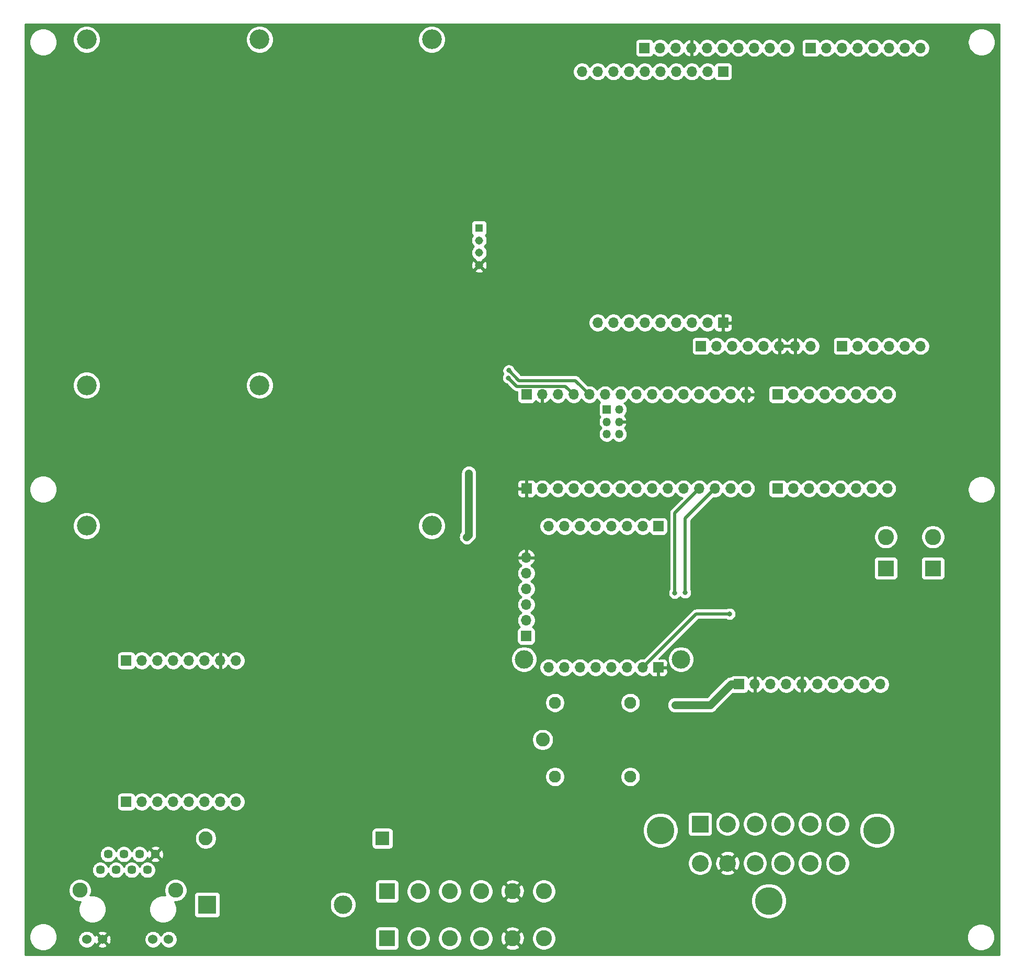
<source format=gbr>
%TF.GenerationSoftware,KiCad,Pcbnew,(5.1.12)-1*%
%TF.CreationDate,2022-01-13T07:31:43-06:00*%
%TF.ProjectId,AS12,41533132-2e6b-4696-9361-645f70636258,rev?*%
%TF.SameCoordinates,Original*%
%TF.FileFunction,Copper,L2,Bot*%
%TF.FilePolarity,Positive*%
%FSLAX46Y46*%
G04 Gerber Fmt 4.6, Leading zero omitted, Abs format (unit mm)*
G04 Created by KiCad (PCBNEW (5.1.12)-1) date 2022-01-13 07:31:43*
%MOMM*%
%LPD*%
G01*
G04 APERTURE LIST*
%TA.AperFunction,ComponentPad*%
%ADD10C,3.200000*%
%TD*%
%TA.AperFunction,ComponentPad*%
%ADD11C,2.600000*%
%TD*%
%TA.AperFunction,ComponentPad*%
%ADD12R,2.600000X2.600000*%
%TD*%
%TA.AperFunction,ComponentPad*%
%ADD13O,1.700000X1.700000*%
%TD*%
%TA.AperFunction,ComponentPad*%
%ADD14R,1.700000X1.700000*%
%TD*%
%TA.AperFunction,ComponentPad*%
%ADD15C,2.445000*%
%TD*%
%TA.AperFunction,ComponentPad*%
%ADD16C,1.530000*%
%TD*%
%TA.AperFunction,ComponentPad*%
%ADD17C,1.446000*%
%TD*%
%TA.AperFunction,ComponentPad*%
%ADD18C,1.950000*%
%TD*%
%TA.AperFunction,ComponentPad*%
%ADD19C,2.250000*%
%TD*%
%TA.AperFunction,ComponentPad*%
%ADD20R,2.250000X2.250000*%
%TD*%
%TA.AperFunction,ComponentPad*%
%ADD21C,1.308000*%
%TD*%
%TA.AperFunction,ComponentPad*%
%ADD22R,1.308000X1.308000*%
%TD*%
%TA.AperFunction,ComponentPad*%
%ADD23C,3.000000*%
%TD*%
%TA.AperFunction,ComponentPad*%
%ADD24O,1.350000X1.350000*%
%TD*%
%TA.AperFunction,ComponentPad*%
%ADD25R,1.350000X1.350000*%
%TD*%
%TA.AperFunction,ComponentPad*%
%ADD26C,4.485000*%
%TD*%
%TA.AperFunction,ComponentPad*%
%ADD27C,2.715000*%
%TD*%
%TA.AperFunction,ComponentPad*%
%ADD28R,2.715000X2.715000*%
%TD*%
%TA.AperFunction,ComponentPad*%
%ADD29R,3.000000X3.000000*%
%TD*%
%TA.AperFunction,ViaPad*%
%ADD30C,0.800000*%
%TD*%
%TA.AperFunction,Conductor*%
%ADD31C,0.508000*%
%TD*%
%TA.AperFunction,Conductor*%
%ADD32C,1.270000*%
%TD*%
%TA.AperFunction,Conductor*%
%ADD33C,0.254000*%
%TD*%
%TA.AperFunction,Conductor*%
%ADD34C,0.100000*%
%TD*%
G04 APERTURE END LIST*
D10*
%TO.P,REF\u002A\u002A,8*%
%TO.N,N/C*%
X58601220Y-23133960D03*
X58601220Y-79133960D03*
X30601220Y-79133960D03*
X30601220Y-23133960D03*
X86481220Y-23133960D03*
X86481220Y-101873960D03*
X30601220Y-101873960D03*
%TD*%
D11*
%TO.P,KF2,2*%
%TO.N,Net-(D5-Pad1)*%
X159990660Y-103659940D03*
X167610660Y-103659940D03*
D12*
%TO.P,KF2,1*%
%TO.N,Net-(D6-Pad1)*%
X159990660Y-108739940D03*
X167610660Y-108739940D03*
%TD*%
D13*
%TO.P,J24,8*%
%TO.N,Net-(C10-Pad1)*%
X54795000Y-123679400D03*
%TO.P,J24,7*%
%TO.N,GND*%
X52255000Y-123679400D03*
%TO.P,J24,6*%
%TO.N,Net-(J24-Pad6)*%
X49715000Y-123679400D03*
%TO.P,J24,5*%
%TO.N,Net-(J24-Pad5)*%
X47175000Y-123679400D03*
%TO.P,J24,4*%
%TO.N,Net-(J24-Pad4)*%
X44635000Y-123679400D03*
%TO.P,J24,3*%
%TO.N,Net-(J24-Pad3)*%
X42095000Y-123679400D03*
%TO.P,J24,2*%
%TO.N,Net-(J24-Pad2)*%
X39555000Y-123679400D03*
D14*
%TO.P,J24,1*%
%TO.N,Net-(J24-Pad1)*%
X37015000Y-123679400D03*
%TD*%
D13*
%TO.P,J2,8*%
%TO.N,Net-(J2-Pad8)*%
X54795000Y-146539400D03*
%TO.P,J2,7*%
%TO.N,Net-(J2-Pad7)*%
X52255000Y-146539400D03*
%TO.P,J2,6*%
%TO.N,Net-(J2-Pad6)*%
X49715000Y-146539400D03*
%TO.P,J2,5*%
%TO.N,Net-(J2-Pad5)*%
X47175000Y-146539400D03*
%TO.P,J2,4*%
%TO.N,Net-(J2-Pad4)*%
X44635000Y-146539400D03*
%TO.P,J2,3*%
%TO.N,Net-(J2-Pad3)*%
X42095000Y-146539400D03*
%TO.P,J2,2*%
%TO.N,Net-(J2-Pad2)*%
X39555000Y-146539400D03*
D14*
%TO.P,J2,1*%
%TO.N,Net-(J2-Pad1)*%
X37015000Y-146539400D03*
%TD*%
D15*
%TO.P,J12,MH2*%
%TO.N,N/C*%
X45006800Y-160873980D03*
%TO.P,J12,MH1*%
X29516800Y-160873980D03*
D16*
%TO.P,J12,12*%
%TO.N,Net-(J12-Pad12)*%
X43886800Y-168823980D03*
%TO.P,J12,11*%
%TO.N,Net-(J12-Pad11)*%
X41346800Y-168823980D03*
%TO.P,J12,10*%
%TO.N,GND*%
X33176800Y-168823980D03*
%TO.P,J12,9*%
%TO.N,Net-(J11-Pad3)*%
X30636800Y-168823980D03*
D17*
%TO.P,J12,8*%
%TO.N,GND*%
X41706800Y-155033980D03*
%TO.P,J12,7*%
%TO.N,Net-(J12-Pad7)*%
X40436800Y-157573980D03*
%TO.P,J12,6*%
%TO.N,Net-(J11-Pad2)*%
X39166800Y-155033980D03*
%TO.P,J12,5*%
%TO.N,Net-(C8-Pad1)*%
X37896800Y-157573980D03*
%TO.P,J12,4*%
X36626800Y-155033980D03*
%TO.P,J12,3*%
%TO.N,Net-(J11-Pad1)*%
X35356800Y-157573980D03*
%TO.P,J12,2*%
%TO.N,Net-(J11-Pad5)*%
X34086800Y-155033980D03*
%TO.P,J12,1*%
%TO.N,Net-(J11-Pad6)*%
X32816800Y-157573980D03*
%TD*%
D18*
%TO.P,K1,5*%
%TO.N,Net-(K1-Pad5)*%
X118628540Y-130497580D03*
%TO.P,K1,4*%
%TO.N,Net-(K1-Pad4)*%
X118628540Y-142497580D03*
%TO.P,K1,3*%
%TO.N,Net-(C10-Pad1)*%
X106428540Y-142497580D03*
D19*
%TO.P,K1,2*%
%TO.N,Net-(K1-Pad2)*%
X104428540Y-136497580D03*
D18*
%TO.P,K1,1*%
%TO.N,Net-(D4-Pad2)*%
X106428540Y-130497580D03*
%TD*%
D11*
%TO.P,KF1,6*%
%TO.N,Net-(J3-Pad12)*%
X104622600Y-161034600D03*
X104622600Y-168654600D03*
%TO.P,KF1,5*%
%TO.N,GND*%
X99542600Y-161034600D03*
X99542600Y-168654600D03*
%TO.P,KF1,4*%
%TO.N,Net-(J3-Pad1)*%
X94462600Y-161034600D03*
X94462600Y-168654600D03*
%TO.P,KF1,3*%
%TO.N,Net-(K1-Pad2)*%
X89382600Y-161034600D03*
X89382600Y-168654600D03*
%TO.P,KF1,2*%
%TO.N,Net-(D3-Pad2)*%
X84302600Y-161034600D03*
X84302600Y-168654600D03*
D12*
%TO.P,KF1,1*%
%TO.N,Net-(F1-Pad2)*%
X79222600Y-161034600D03*
X79222600Y-168654600D03*
%TD*%
D19*
%TO.P,D3,2*%
%TO.N,Net-(D3-Pad2)*%
X49893620Y-152481280D03*
D20*
%TO.P,D3,1*%
%TO.N,Net-(C2-Pad1)*%
X78493620Y-152481280D03*
%TD*%
D21*
%TO.P,J23,4*%
%TO.N,GND*%
X94145100Y-59654700D03*
%TO.P,J23,3*%
%TO.N,Net-(J23-Pad3)*%
X94145100Y-57654700D03*
%TO.P,J23,2*%
%TO.N,Net-(J13-Pad4)*%
X94145100Y-55654700D03*
D22*
%TO.P,J23,1*%
%TO.N,Net-(J13-Pad5)*%
X94145100Y-53654700D03*
%TD*%
D23*
%TO.P,REF\u002A\u002A,*%
%TO.N,*%
X101408560Y-123496400D03*
X126808560Y-123496400D03*
%TD*%
D13*
%TO.P,J22,8*%
%TO.N,Net-(J14-Pad7)*%
X165608000Y-24511000D03*
%TO.P,J22,7*%
%TO.N,Net-(J14-Pad6)*%
X163068000Y-24511000D03*
%TO.P,J22,6*%
%TO.N,Net-(J13-Pad13)*%
X160528000Y-24511000D03*
%TO.P,J22,5*%
%TO.N,Net-(J22-Pad5)*%
X157988000Y-24511000D03*
%TO.P,J22,4*%
%TO.N,Net-(J22-Pad4)*%
X155448000Y-24511000D03*
%TO.P,J22,3*%
%TO.N,Net-(J22-Pad3)*%
X152908000Y-24511000D03*
%TO.P,J22,2*%
%TO.N,Net-(J22-Pad2)*%
X150368000Y-24511000D03*
D14*
%TO.P,J22,1*%
%TO.N,Net-(J22-Pad1)*%
X147828000Y-24511000D03*
%TD*%
D13*
%TO.P,J21,10*%
%TO.N,Net-(J13-Pad12)*%
X143768000Y-24511000D03*
%TO.P,J21,9*%
%TO.N,Net-(J21-Pad9)*%
X141228000Y-24511000D03*
%TO.P,J21,8*%
%TO.N,Net-(J21-Pad8)*%
X138688000Y-24511000D03*
%TO.P,J21,7*%
%TO.N,Net-(J21-Pad7)*%
X136148000Y-24511000D03*
%TO.P,J21,6*%
%TO.N,Net-(J21-Pad6)*%
X133608000Y-24511000D03*
%TO.P,J21,5*%
%TO.N,Net-(J21-Pad5)*%
X131068000Y-24511000D03*
%TO.P,J21,4*%
%TO.N,GND*%
X128528000Y-24511000D03*
%TO.P,J21,3*%
%TO.N,Net-(J21-Pad3)*%
X125988000Y-24511000D03*
%TO.P,J21,2*%
%TO.N,Net-(J21-Pad2)*%
X123448000Y-24511000D03*
D14*
%TO.P,J21,1*%
%TO.N,Net-(J21-Pad1)*%
X120908000Y-24511000D03*
%TD*%
D13*
%TO.P,J20,10*%
%TO.N,Net-(J20-Pad10)*%
X110794800Y-28336400D03*
%TO.P,J20,9*%
%TO.N,Net-(J20-Pad9)*%
X113334800Y-28336400D03*
%TO.P,J20,8*%
%TO.N,Net-(J20-Pad8)*%
X115874800Y-28336400D03*
%TO.P,J20,7*%
%TO.N,Net-(J20-Pad7)*%
X118414800Y-28336400D03*
%TO.P,J20,6*%
%TO.N,Net-(J20-Pad6)*%
X120954800Y-28336400D03*
%TO.P,J20,5*%
%TO.N,Net-(J20-Pad5)*%
X123494800Y-28336400D03*
%TO.P,J20,4*%
%TO.N,Net-(J20-Pad4)*%
X126034800Y-28336400D03*
%TO.P,J20,3*%
%TO.N,Net-(J20-Pad3)*%
X128574800Y-28336400D03*
%TO.P,J20,2*%
%TO.N,Net-(J20-Pad2)*%
X131114800Y-28336400D03*
D14*
%TO.P,J20,1*%
%TO.N,Net-(J20-Pad1)*%
X133654800Y-28336400D03*
%TD*%
D13*
%TO.P,J19,6*%
%TO.N,Net-(J19-Pad6)*%
X165608000Y-72771000D03*
%TO.P,J19,5*%
%TO.N,Net-(J19-Pad5)*%
X163068000Y-72771000D03*
%TO.P,J19,4*%
%TO.N,Net-(J19-Pad4)*%
X160528000Y-72771000D03*
%TO.P,J19,3*%
%TO.N,Net-(J19-Pad3)*%
X157988000Y-72771000D03*
%TO.P,J19,2*%
%TO.N,Net-(J19-Pad2)*%
X155448000Y-72771000D03*
D14*
%TO.P,J19,1*%
%TO.N,Net-(J19-Pad1)*%
X152908000Y-72771000D03*
%TD*%
D13*
%TO.P,J18,8*%
%TO.N,Net-(J18-Pad8)*%
X147828000Y-72771000D03*
%TO.P,J18,7*%
%TO.N,GND*%
X145288000Y-72771000D03*
%TO.P,J18,6*%
X142748000Y-72771000D03*
%TO.P,J18,5*%
%TO.N,Net-(C10-Pad1)*%
X140208000Y-72771000D03*
%TO.P,J18,4*%
%TO.N,Net-(J18-Pad4)*%
X137668000Y-72771000D03*
%TO.P,J18,3*%
%TO.N,Net-(J18-Pad3)*%
X135128000Y-72771000D03*
%TO.P,J18,2*%
%TO.N,Net-(J13-Pad3)*%
X132588000Y-72771000D03*
D14*
%TO.P,J18,1*%
%TO.N,Net-(J18-Pad1)*%
X130048000Y-72771000D03*
%TD*%
D13*
%TO.P,J17,9*%
%TO.N,Net-(J17-Pad9)*%
X113334800Y-68986400D03*
%TO.P,J17,8*%
%TO.N,Net-(J13-Pad6)*%
X115874800Y-68986400D03*
%TO.P,J17,7*%
%TO.N,Net-(J13-Pad7)*%
X118414800Y-68986400D03*
%TO.P,J17,6*%
%TO.N,Net-(J17-Pad6)*%
X120954800Y-68986400D03*
%TO.P,J17,5*%
%TO.N,Net-(J13-Pad10)*%
X123494800Y-68986400D03*
%TO.P,J17,4*%
%TO.N,Net-(J13-Pad11)*%
X126034800Y-68986400D03*
%TO.P,J17,3*%
%TO.N,Net-(J17-Pad3)*%
X128574800Y-68986400D03*
%TO.P,J17,2*%
%TO.N,Net-(C10-Pad1)*%
X131114800Y-68986400D03*
D14*
%TO.P,J17,1*%
%TO.N,GND*%
X133654800Y-68986400D03*
%TD*%
D13*
%TO.P,J14,8*%
%TO.N,Net-(J14-Pad8)*%
X160248600Y-80594200D03*
%TO.P,J14,7*%
%TO.N,Net-(J14-Pad7)*%
X157708600Y-80594200D03*
%TO.P,J14,6*%
%TO.N,Net-(J14-Pad6)*%
X155168600Y-80594200D03*
%TO.P,J14,5*%
%TO.N,Net-(J14-Pad5)*%
X152628600Y-80594200D03*
%TO.P,J14,4*%
%TO.N,Net-(J14-Pad4)*%
X150088600Y-80594200D03*
%TO.P,J14,3*%
%TO.N,Net-(J14-Pad3)*%
X147548600Y-80594200D03*
%TO.P,J14,2*%
%TO.N,Net-(J14-Pad2)*%
X145008600Y-80594200D03*
D14*
%TO.P,J14,1*%
%TO.N,Net-(J14-Pad1)*%
X142468600Y-80594200D03*
%TD*%
D13*
%TO.P,J13,15*%
%TO.N,GND*%
X137388600Y-80594200D03*
%TO.P,J13,14*%
%TO.N,Net-(J13-Pad14)*%
X134848600Y-80594200D03*
%TO.P,J13,13*%
%TO.N,Net-(J13-Pad13)*%
X132308600Y-80594200D03*
%TO.P,J13,12*%
%TO.N,Net-(J13-Pad12)*%
X129768600Y-80594200D03*
%TO.P,J13,11*%
%TO.N,Net-(J13-Pad11)*%
X127228600Y-80594200D03*
%TO.P,J13,10*%
%TO.N,Net-(J13-Pad10)*%
X124688600Y-80594200D03*
%TO.P,J13,9*%
%TO.N,Net-(IC1-Pad4)*%
X122148600Y-80594200D03*
%TO.P,J13,8*%
%TO.N,Net-(IC1-Pad3)*%
X119608600Y-80594200D03*
%TO.P,J13,7*%
%TO.N,Net-(J13-Pad7)*%
X117068600Y-80594200D03*
%TO.P,J13,6*%
%TO.N,Net-(J13-Pad6)*%
X114528600Y-80594200D03*
%TO.P,J13,5*%
%TO.N,Net-(J13-Pad5)*%
X111988600Y-80594200D03*
%TO.P,J13,4*%
%TO.N,Net-(J13-Pad4)*%
X109448600Y-80594200D03*
%TO.P,J13,3*%
%TO.N,Net-(J13-Pad3)*%
X106908600Y-80594200D03*
%TO.P,J13,2*%
%TO.N,GND*%
X104368600Y-80594200D03*
D14*
%TO.P,J13,1*%
%TO.N,Net-(C10-Pad1)*%
X101828600Y-80594200D03*
%TD*%
D24*
%TO.P,J11,6*%
%TO.N,Net-(J11-Pad6)*%
X116798600Y-87032600D03*
%TO.P,J11,5*%
%TO.N,Net-(J11-Pad5)*%
X114798600Y-87032600D03*
%TO.P,J11,4*%
%TO.N,GND*%
X116798600Y-85032600D03*
%TO.P,J11,3*%
%TO.N,Net-(J11-Pad3)*%
X114798600Y-85032600D03*
%TO.P,J11,2*%
%TO.N,Net-(J11-Pad2)*%
X116798600Y-83032600D03*
D25*
%TO.P,J11,1*%
%TO.N,Net-(J11-Pad1)*%
X114798600Y-83032600D03*
%TD*%
D13*
%TO.P,J10,8*%
%TO.N,Net-(J10-Pad8)*%
X160248600Y-95834200D03*
%TO.P,J10,7*%
%TO.N,Net-(J10-Pad7)*%
X157708600Y-95834200D03*
%TO.P,J10,6*%
%TO.N,Net-(J10-Pad6)*%
X155168600Y-95834200D03*
%TO.P,J10,5*%
%TO.N,Net-(J10-Pad5)*%
X152628600Y-95834200D03*
%TO.P,J10,4*%
%TO.N,Net-(J10-Pad4)*%
X150088600Y-95834200D03*
%TO.P,J10,3*%
%TO.N,Net-(J10-Pad3)*%
X147548600Y-95834200D03*
%TO.P,J10,2*%
%TO.N,Net-(J10-Pad2)*%
X145008600Y-95834200D03*
D14*
%TO.P,J10,1*%
%TO.N,Net-(J10-Pad1)*%
X142468600Y-95834200D03*
%TD*%
D13*
%TO.P,J9,15*%
%TO.N,Net-(IC1-Pad2)*%
X137388600Y-95834200D03*
%TO.P,J9,14*%
%TO.N,Net-(J9-Pad14)*%
X134848600Y-95834200D03*
%TO.P,J9,13*%
%TO.N,Net-(J9-Pad13)*%
X132308600Y-95834200D03*
%TO.P,J9,12*%
%TO.N,Net-(J9-Pad12)*%
X129768600Y-95834200D03*
%TO.P,J9,11*%
%TO.N,Net-(J9-Pad11)*%
X127228600Y-95834200D03*
%TO.P,J9,10*%
%TO.N,Net-(J9-Pad10)*%
X124688600Y-95834200D03*
%TO.P,J9,9*%
%TO.N,Net-(J9-Pad9)*%
X122148600Y-95834200D03*
%TO.P,J9,8*%
%TO.N,Net-(J9-Pad8)*%
X119608600Y-95834200D03*
%TO.P,J9,7*%
%TO.N,Net-(J9-Pad7)*%
X117068600Y-95834200D03*
%TO.P,J9,6*%
%TO.N,Net-(J9-Pad6)*%
X114528600Y-95834200D03*
%TO.P,J9,5*%
%TO.N,Net-(J9-Pad5)*%
X111988600Y-95834200D03*
%TO.P,J9,4*%
%TO.N,Net-(J9-Pad4)*%
X109448600Y-95834200D03*
%TO.P,J9,3*%
%TO.N,Net-(J24-Pad2)*%
X106908600Y-95834200D03*
%TO.P,J9,2*%
%TO.N,Net-(J24-Pad1)*%
X104368600Y-95834200D03*
D14*
%TO.P,J9,1*%
%TO.N,GND*%
X101828600Y-95834200D03*
%TD*%
D13*
%TO.P,J6,8*%
%TO.N,Net-(J6-Pad8)*%
X105394760Y-124790200D03*
%TO.P,J6,7*%
%TO.N,Net-(J6-Pad7)*%
X107934760Y-124790200D03*
%TO.P,J6,6*%
%TO.N,Net-(J6-Pad6)*%
X110474760Y-124790200D03*
%TO.P,J6,5*%
%TO.N,Net-(J6-Pad5)*%
X113014760Y-124790200D03*
%TO.P,J6,4*%
%TO.N,Net-(J6-Pad4)*%
X115554760Y-124790200D03*
%TO.P,J6,3*%
%TO.N,Net-(J6-Pad3)*%
X118094760Y-124790200D03*
%TO.P,J6,2*%
%TO.N,Net-(C1-Pad1)*%
X120634760Y-124790200D03*
D14*
%TO.P,J6,1*%
%TO.N,GND*%
X123174760Y-124790200D03*
%TD*%
D13*
%TO.P,J5,8*%
%TO.N,Net-(J5-Pad8)*%
X105394760Y-101930200D03*
%TO.P,J5,7*%
%TO.N,Net-(J5-Pad7)*%
X107934760Y-101930200D03*
%TO.P,J5,6*%
%TO.N,Net-(IC1-Pad6)*%
X110474760Y-101930200D03*
%TO.P,J5,5*%
%TO.N,Net-(IC1-Pad5)*%
X113014760Y-101930200D03*
%TO.P,J5,4*%
%TO.N,Net-(J5-Pad4)*%
X115554760Y-101930200D03*
%TO.P,J5,3*%
%TO.N,Net-(J5-Pad3)*%
X118094760Y-101930200D03*
%TO.P,J5,2*%
%TO.N,Net-(J5-Pad2)*%
X120634760Y-101930200D03*
D14*
%TO.P,J5,1*%
%TO.N,Net-(J5-Pad1)*%
X123174760Y-101930200D03*
%TD*%
D13*
%TO.P,J4,6*%
%TO.N,GND*%
X101762560Y-107010200D03*
%TO.P,J4,5*%
%TO.N,Net-(J4-Pad5)*%
X101762560Y-109550200D03*
%TO.P,J4,4*%
%TO.N,Net-(J4-Pad4)*%
X101762560Y-112090200D03*
%TO.P,J4,3*%
%TO.N,Net-(IC1-Pad6)*%
X101762560Y-114630200D03*
%TO.P,J4,2*%
%TO.N,Net-(IC1-Pad5)*%
X101762560Y-117170200D03*
D14*
%TO.P,J4,1*%
%TO.N,Net-(C1-Pad1)*%
X101762560Y-119710200D03*
%TD*%
D26*
%TO.P,J3,MH3*%
%TO.N,Net-(J3-PadMH3)*%
X158576000Y-151159400D03*
%TO.P,J3,MH2*%
%TO.N,Net-(J3-PadMH2)*%
X141036000Y-162589400D03*
%TO.P,J3,MH1*%
%TO.N,Net-(J3-PadMH1)*%
X123496000Y-151159400D03*
D27*
%TO.P,J3,12*%
%TO.N,Net-(J3-Pad12)*%
X129921000Y-156489400D03*
%TO.P,J3,11*%
%TO.N,GND*%
X134366000Y-156489400D03*
%TO.P,J3,10*%
%TO.N,Net-(J3-Pad10)*%
X138811000Y-156489400D03*
%TO.P,J3,9*%
%TO.N,Net-(J3-Pad9)*%
X143261000Y-156489400D03*
%TO.P,J3,8*%
%TO.N,Net-(J3-Pad8)*%
X147706000Y-156489400D03*
%TO.P,J3,7*%
%TO.N,Net-(J3-Pad7)*%
X152151000Y-156489400D03*
%TO.P,J3,6*%
%TO.N,Net-(J25-Pad3)*%
X152151000Y-150139400D03*
%TO.P,J3,5*%
%TO.N,Net-(J25-Pad4)*%
X147706000Y-150139400D03*
%TO.P,J3,4*%
%TO.N,Net-(C10-Pad1)*%
X143261000Y-150139400D03*
%TO.P,J3,3*%
%TO.N,Net-(J3-Pad3)*%
X138811000Y-150139400D03*
%TO.P,J3,2*%
%TO.N,Net-(J3-Pad2)*%
X134366000Y-150139400D03*
D28*
%TO.P,J3,1*%
%TO.N,Net-(J3-Pad1)*%
X129921000Y-150139400D03*
%TD*%
D13*
%TO.P,J1,10*%
%TO.N,Net-(J1-Pad10)*%
X159097980Y-127520700D03*
%TO.P,J1,9*%
%TO.N,Net-(J1-Pad9)*%
X156557980Y-127520700D03*
%TO.P,J1,8*%
%TO.N,Net-(J1-Pad8)*%
X154017980Y-127520700D03*
%TO.P,J1,7*%
%TO.N,Net-(D1-Pad1)*%
X151477980Y-127520700D03*
%TO.P,J1,6*%
%TO.N,Net-(J1-Pad6)*%
X148937980Y-127520700D03*
%TO.P,J1,5*%
%TO.N,GND*%
X146397980Y-127520700D03*
%TO.P,J1,4*%
%TO.N,Net-(IC1-Pad5)*%
X143857980Y-127520700D03*
%TO.P,J1,3*%
%TO.N,Net-(IC1-Pad6)*%
X141317980Y-127520700D03*
%TO.P,J1,2*%
%TO.N,GND*%
X138777980Y-127520700D03*
D14*
%TO.P,J1,1*%
%TO.N,Net-(C10-Pad1)*%
X136237980Y-127520700D03*
%TD*%
D23*
%TO.P,F1,2*%
%TO.N,Net-(F1-Pad2)*%
X72102900Y-163203900D03*
D29*
%TO.P,F1,1*%
%TO.N,Net-(D3-Pad2)*%
X50102900Y-163203900D03*
%TD*%
D30*
%TO.N,GND*%
X130695700Y-58849260D03*
X163080700Y-89154000D03*
X98877120Y-79834740D03*
X84030820Y-142293340D03*
X84030820Y-138968480D03*
X143723360Y-134404100D03*
X135933180Y-132085080D03*
X95432880Y-132801360D03*
X135684260Y-145219420D03*
X131894580Y-137850880D03*
X130238500Y-127980440D03*
X143733520Y-99009200D03*
X135531860Y-103621840D03*
X157198060Y-118757700D03*
X152953720Y-111018320D03*
X152849580Y-103723440D03*
X165416749Y-133059905D03*
X81770220Y-150263860D03*
X79486760Y-134912100D03*
X70119240Y-128140460D03*
X65186560Y-142001240D03*
X65222120Y-140909040D03*
X65148460Y-143093440D03*
X96700340Y-123413520D03*
X65885060Y-121333260D03*
X58955940Y-112306100D03*
X66146680Y-107215940D03*
X162544760Y-119776240D03*
X158821120Y-132528928D03*
X171241720Y-133875778D03*
X168511220Y-123987560D03*
X99603560Y-145034000D03*
%TO.N,Net-(C1-Pad1)*%
X134680960Y-116133880D03*
%TO.N,Net-(J9-Pad12)*%
X125818900Y-112737900D03*
%TO.N,Net-(J9-Pad13)*%
X127500380Y-112676940D03*
%TO.N,Net-(J13-Pad5)*%
X98940620Y-76723240D03*
%TO.N,Net-(J13-Pad4)*%
X98877120Y-77917040D03*
%TO.N,Net-(C10-Pad1)*%
X92473780Y-93378020D03*
X92130878Y-103682800D03*
X125877320Y-130876040D03*
%TD*%
D31*
%TO.N,Net-(C1-Pad1)*%
X129291080Y-116133880D02*
X134680960Y-116133880D01*
X120634760Y-124790200D02*
X129291080Y-116133880D01*
%TO.N,Net-(J9-Pad12)*%
X125818900Y-99783900D02*
X129768600Y-95834200D01*
X125818900Y-112737900D02*
X125818900Y-99783900D01*
%TO.N,Net-(J9-Pad13)*%
X127500380Y-100642420D02*
X132308600Y-95834200D01*
X127500380Y-112676940D02*
X127500380Y-100642420D01*
%TO.N,Net-(J13-Pad5)*%
X111988600Y-80594200D02*
X109750860Y-78356460D01*
X100573840Y-78356460D02*
X98940620Y-76723240D01*
X109750860Y-78356460D02*
X100573840Y-78356460D01*
%TO.N,Net-(J13-Pad4)*%
X100250279Y-79290199D02*
X98877120Y-77917040D01*
X108144599Y-79290199D02*
X100250279Y-79290199D01*
X109448600Y-80594200D02*
X108144599Y-79290199D01*
D32*
%TO.N,Net-(C10-Pad1)*%
X92473780Y-103339898D02*
X92130878Y-103682800D01*
X92473780Y-93378020D02*
X92473780Y-103339898D01*
X136237980Y-127520700D02*
X134909560Y-127520700D01*
X131554220Y-130876040D02*
X125877320Y-130876040D01*
X134909560Y-127520700D02*
X131554220Y-130876040D01*
%TD*%
D33*
%TO.N,GND*%
X178340001Y-171340000D02*
X20660000Y-171340000D01*
X20660000Y-168189492D01*
X21315880Y-168189492D01*
X21315880Y-168629748D01*
X21401770Y-169061545D01*
X21570249Y-169468289D01*
X21814842Y-169834349D01*
X22126151Y-170145658D01*
X22492211Y-170390251D01*
X22898955Y-170558730D01*
X23330752Y-170644620D01*
X23771008Y-170644620D01*
X24202805Y-170558730D01*
X24609549Y-170390251D01*
X24975609Y-170145658D01*
X25286918Y-169834349D01*
X25531511Y-169468289D01*
X25699990Y-169061545D01*
X25774672Y-168686092D01*
X29236800Y-168686092D01*
X29236800Y-168961868D01*
X29290601Y-169232345D01*
X29396136Y-169487129D01*
X29549349Y-169716428D01*
X29744352Y-169911431D01*
X29973651Y-170064644D01*
X30228435Y-170170179D01*
X30498912Y-170223980D01*
X30774688Y-170223980D01*
X31045165Y-170170179D01*
X31299949Y-170064644D01*
X31529248Y-169911431D01*
X31648992Y-169791687D01*
X32388698Y-169791687D01*
X32456040Y-170032086D01*
X32705580Y-170149486D01*
X32973227Y-170215947D01*
X33248699Y-170228916D01*
X33521407Y-170187894D01*
X33780872Y-170094458D01*
X33897560Y-170032086D01*
X33964902Y-169791687D01*
X33176800Y-169003585D01*
X32388698Y-169791687D01*
X31648992Y-169791687D01*
X31724251Y-169716428D01*
X31877464Y-169487129D01*
X31904282Y-169422386D01*
X31906322Y-169428052D01*
X31968694Y-169544740D01*
X32209093Y-169612082D01*
X32997195Y-168823980D01*
X33356405Y-168823980D01*
X34144507Y-169612082D01*
X34384906Y-169544740D01*
X34502306Y-169295200D01*
X34568767Y-169027553D01*
X34581736Y-168752081D01*
X34571810Y-168686092D01*
X39946800Y-168686092D01*
X39946800Y-168961868D01*
X40000601Y-169232345D01*
X40106136Y-169487129D01*
X40259349Y-169716428D01*
X40454352Y-169911431D01*
X40683651Y-170064644D01*
X40938435Y-170170179D01*
X41208912Y-170223980D01*
X41484688Y-170223980D01*
X41755165Y-170170179D01*
X42009949Y-170064644D01*
X42239248Y-169911431D01*
X42434251Y-169716428D01*
X42587464Y-169487129D01*
X42616800Y-169416306D01*
X42646136Y-169487129D01*
X42799349Y-169716428D01*
X42994352Y-169911431D01*
X43223651Y-170064644D01*
X43478435Y-170170179D01*
X43748912Y-170223980D01*
X44024688Y-170223980D01*
X44295165Y-170170179D01*
X44549949Y-170064644D01*
X44779248Y-169911431D01*
X44974251Y-169716428D01*
X45127464Y-169487129D01*
X45232999Y-169232345D01*
X45286800Y-168961868D01*
X45286800Y-168686092D01*
X45232999Y-168415615D01*
X45127464Y-168160831D01*
X44974251Y-167931532D01*
X44779248Y-167736529D01*
X44549949Y-167583316D01*
X44295165Y-167477781D01*
X44024688Y-167423980D01*
X43748912Y-167423980D01*
X43478435Y-167477781D01*
X43223651Y-167583316D01*
X42994352Y-167736529D01*
X42799349Y-167931532D01*
X42646136Y-168160831D01*
X42616800Y-168231654D01*
X42587464Y-168160831D01*
X42434251Y-167931532D01*
X42239248Y-167736529D01*
X42009949Y-167583316D01*
X41755165Y-167477781D01*
X41484688Y-167423980D01*
X41208912Y-167423980D01*
X40938435Y-167477781D01*
X40683651Y-167583316D01*
X40454352Y-167736529D01*
X40259349Y-167931532D01*
X40106136Y-168160831D01*
X40000601Y-168415615D01*
X39946800Y-168686092D01*
X34571810Y-168686092D01*
X34540714Y-168479373D01*
X34447278Y-168219908D01*
X34384906Y-168103220D01*
X34144507Y-168035878D01*
X33356405Y-168823980D01*
X32997195Y-168823980D01*
X32209093Y-168035878D01*
X31968694Y-168103220D01*
X31907488Y-168233316D01*
X31877464Y-168160831D01*
X31724251Y-167931532D01*
X31648992Y-167856273D01*
X32388698Y-167856273D01*
X33176800Y-168644375D01*
X33964902Y-167856273D01*
X33897560Y-167615874D01*
X33648020Y-167498474D01*
X33380373Y-167432013D01*
X33104901Y-167419044D01*
X32832193Y-167460066D01*
X32572728Y-167553502D01*
X32456040Y-167615874D01*
X32388698Y-167856273D01*
X31648992Y-167856273D01*
X31529248Y-167736529D01*
X31299949Y-167583316D01*
X31045165Y-167477781D01*
X30774688Y-167423980D01*
X30498912Y-167423980D01*
X30228435Y-167477781D01*
X29973651Y-167583316D01*
X29744352Y-167736529D01*
X29549349Y-167931532D01*
X29396136Y-168160831D01*
X29290601Y-168415615D01*
X29236800Y-168686092D01*
X25774672Y-168686092D01*
X25785880Y-168629748D01*
X25785880Y-168189492D01*
X25699990Y-167757695D01*
X25533023Y-167354600D01*
X77284528Y-167354600D01*
X77284528Y-169954600D01*
X77296788Y-170079082D01*
X77333098Y-170198780D01*
X77392063Y-170309094D01*
X77471415Y-170405785D01*
X77568106Y-170485137D01*
X77678420Y-170544102D01*
X77798118Y-170580412D01*
X77922600Y-170592672D01*
X80522600Y-170592672D01*
X80647082Y-170580412D01*
X80766780Y-170544102D01*
X80877094Y-170485137D01*
X80973785Y-170405785D01*
X81053137Y-170309094D01*
X81112102Y-170198780D01*
X81148412Y-170079082D01*
X81160672Y-169954600D01*
X81160672Y-168464019D01*
X82367600Y-168464019D01*
X82367600Y-168845181D01*
X82441961Y-169219019D01*
X82587825Y-169571166D01*
X82799587Y-169888091D01*
X83069109Y-170157613D01*
X83386034Y-170369375D01*
X83738181Y-170515239D01*
X84112019Y-170589600D01*
X84493181Y-170589600D01*
X84867019Y-170515239D01*
X85219166Y-170369375D01*
X85536091Y-170157613D01*
X85805613Y-169888091D01*
X86017375Y-169571166D01*
X86163239Y-169219019D01*
X86237600Y-168845181D01*
X86237600Y-168464019D01*
X87447600Y-168464019D01*
X87447600Y-168845181D01*
X87521961Y-169219019D01*
X87667825Y-169571166D01*
X87879587Y-169888091D01*
X88149109Y-170157613D01*
X88466034Y-170369375D01*
X88818181Y-170515239D01*
X89192019Y-170589600D01*
X89573181Y-170589600D01*
X89947019Y-170515239D01*
X90299166Y-170369375D01*
X90616091Y-170157613D01*
X90885613Y-169888091D01*
X91097375Y-169571166D01*
X91243239Y-169219019D01*
X91317600Y-168845181D01*
X91317600Y-168464019D01*
X92527600Y-168464019D01*
X92527600Y-168845181D01*
X92601961Y-169219019D01*
X92747825Y-169571166D01*
X92959587Y-169888091D01*
X93229109Y-170157613D01*
X93546034Y-170369375D01*
X93898181Y-170515239D01*
X94272019Y-170589600D01*
X94653181Y-170589600D01*
X95027019Y-170515239D01*
X95379166Y-170369375D01*
X95696091Y-170157613D01*
X95849880Y-170003824D01*
X98372981Y-170003824D01*
X98504917Y-170298912D01*
X98845645Y-170469759D01*
X99213157Y-170570850D01*
X99593329Y-170598301D01*
X99971551Y-170551057D01*
X100333290Y-170430933D01*
X100580283Y-170298912D01*
X100712219Y-170003824D01*
X99542600Y-168834205D01*
X98372981Y-170003824D01*
X95849880Y-170003824D01*
X95965613Y-169888091D01*
X96177375Y-169571166D01*
X96323239Y-169219019D01*
X96397600Y-168845181D01*
X96397600Y-168705329D01*
X97598899Y-168705329D01*
X97646143Y-169083551D01*
X97766267Y-169445290D01*
X97898288Y-169692283D01*
X98193376Y-169824219D01*
X99362995Y-168654600D01*
X99722205Y-168654600D01*
X100891824Y-169824219D01*
X101186912Y-169692283D01*
X101357759Y-169351555D01*
X101458850Y-168984043D01*
X101486301Y-168603871D01*
X101468832Y-168464019D01*
X102687600Y-168464019D01*
X102687600Y-168845181D01*
X102761961Y-169219019D01*
X102907825Y-169571166D01*
X103119587Y-169888091D01*
X103389109Y-170157613D01*
X103706034Y-170369375D01*
X104058181Y-170515239D01*
X104432019Y-170589600D01*
X104813181Y-170589600D01*
X105187019Y-170515239D01*
X105539166Y-170369375D01*
X105856091Y-170157613D01*
X106125613Y-169888091D01*
X106337375Y-169571166D01*
X106483239Y-169219019D01*
X106557600Y-168845181D01*
X106557600Y-168464019D01*
X106513098Y-168240292D01*
X173159620Y-168240292D01*
X173159620Y-168680548D01*
X173245510Y-169112345D01*
X173413989Y-169519089D01*
X173658582Y-169885149D01*
X173969891Y-170196458D01*
X174335951Y-170441051D01*
X174742695Y-170609530D01*
X175174492Y-170695420D01*
X175614748Y-170695420D01*
X176046545Y-170609530D01*
X176453289Y-170441051D01*
X176819349Y-170196458D01*
X177130658Y-169885149D01*
X177375251Y-169519089D01*
X177543730Y-169112345D01*
X177629620Y-168680548D01*
X177629620Y-168240292D01*
X177543730Y-167808495D01*
X177375251Y-167401751D01*
X177130658Y-167035691D01*
X176819349Y-166724382D01*
X176453289Y-166479789D01*
X176046545Y-166311310D01*
X175614748Y-166225420D01*
X175174492Y-166225420D01*
X174742695Y-166311310D01*
X174335951Y-166479789D01*
X173969891Y-166724382D01*
X173658582Y-167035691D01*
X173413989Y-167401751D01*
X173245510Y-167808495D01*
X173159620Y-168240292D01*
X106513098Y-168240292D01*
X106483239Y-168090181D01*
X106337375Y-167738034D01*
X106125613Y-167421109D01*
X105856091Y-167151587D01*
X105539166Y-166939825D01*
X105187019Y-166793961D01*
X104813181Y-166719600D01*
X104432019Y-166719600D01*
X104058181Y-166793961D01*
X103706034Y-166939825D01*
X103389109Y-167151587D01*
X103119587Y-167421109D01*
X102907825Y-167738034D01*
X102761961Y-168090181D01*
X102687600Y-168464019D01*
X101468832Y-168464019D01*
X101439057Y-168225649D01*
X101318933Y-167863910D01*
X101186912Y-167616917D01*
X100891824Y-167484981D01*
X99722205Y-168654600D01*
X99362995Y-168654600D01*
X98193376Y-167484981D01*
X97898288Y-167616917D01*
X97727441Y-167957645D01*
X97626350Y-168325157D01*
X97598899Y-168705329D01*
X96397600Y-168705329D01*
X96397600Y-168464019D01*
X96323239Y-168090181D01*
X96177375Y-167738034D01*
X95965613Y-167421109D01*
X95849880Y-167305376D01*
X98372981Y-167305376D01*
X99542600Y-168474995D01*
X100712219Y-167305376D01*
X100580283Y-167010288D01*
X100239555Y-166839441D01*
X99872043Y-166738350D01*
X99491871Y-166710899D01*
X99113649Y-166758143D01*
X98751910Y-166878267D01*
X98504917Y-167010288D01*
X98372981Y-167305376D01*
X95849880Y-167305376D01*
X95696091Y-167151587D01*
X95379166Y-166939825D01*
X95027019Y-166793961D01*
X94653181Y-166719600D01*
X94272019Y-166719600D01*
X93898181Y-166793961D01*
X93546034Y-166939825D01*
X93229109Y-167151587D01*
X92959587Y-167421109D01*
X92747825Y-167738034D01*
X92601961Y-168090181D01*
X92527600Y-168464019D01*
X91317600Y-168464019D01*
X91243239Y-168090181D01*
X91097375Y-167738034D01*
X90885613Y-167421109D01*
X90616091Y-167151587D01*
X90299166Y-166939825D01*
X89947019Y-166793961D01*
X89573181Y-166719600D01*
X89192019Y-166719600D01*
X88818181Y-166793961D01*
X88466034Y-166939825D01*
X88149109Y-167151587D01*
X87879587Y-167421109D01*
X87667825Y-167738034D01*
X87521961Y-168090181D01*
X87447600Y-168464019D01*
X86237600Y-168464019D01*
X86163239Y-168090181D01*
X86017375Y-167738034D01*
X85805613Y-167421109D01*
X85536091Y-167151587D01*
X85219166Y-166939825D01*
X84867019Y-166793961D01*
X84493181Y-166719600D01*
X84112019Y-166719600D01*
X83738181Y-166793961D01*
X83386034Y-166939825D01*
X83069109Y-167151587D01*
X82799587Y-167421109D01*
X82587825Y-167738034D01*
X82441961Y-168090181D01*
X82367600Y-168464019D01*
X81160672Y-168464019D01*
X81160672Y-167354600D01*
X81148412Y-167230118D01*
X81112102Y-167110420D01*
X81053137Y-167000106D01*
X80973785Y-166903415D01*
X80877094Y-166824063D01*
X80766780Y-166765098D01*
X80647082Y-166728788D01*
X80522600Y-166716528D01*
X77922600Y-166716528D01*
X77798118Y-166728788D01*
X77678420Y-166765098D01*
X77568106Y-166824063D01*
X77471415Y-166903415D01*
X77392063Y-167000106D01*
X77333098Y-167110420D01*
X77296788Y-167230118D01*
X77284528Y-167354600D01*
X25533023Y-167354600D01*
X25531511Y-167350951D01*
X25286918Y-166984891D01*
X24975609Y-166673582D01*
X24609549Y-166428989D01*
X24202805Y-166260510D01*
X23771008Y-166174620D01*
X23330752Y-166174620D01*
X22898955Y-166260510D01*
X22492211Y-166428989D01*
X22126151Y-166673582D01*
X21814842Y-166984891D01*
X21570249Y-167350951D01*
X21401770Y-167757695D01*
X21315880Y-168189492D01*
X20660000Y-168189492D01*
X20660000Y-160691032D01*
X27659300Y-160691032D01*
X27659300Y-161056928D01*
X27730682Y-161415793D01*
X27870705Y-161753836D01*
X28073985Y-162058067D01*
X28332713Y-162316795D01*
X28636944Y-162520075D01*
X28974987Y-162660098D01*
X29333852Y-162731480D01*
X29625525Y-162731480D01*
X29544014Y-162853469D01*
X29373651Y-163264762D01*
X29286800Y-163701389D01*
X29286800Y-164146571D01*
X29373651Y-164583198D01*
X29544014Y-164994491D01*
X29791344Y-165364646D01*
X30106134Y-165679436D01*
X30476289Y-165926766D01*
X30887582Y-166097129D01*
X31324209Y-166183980D01*
X31769391Y-166183980D01*
X32206018Y-166097129D01*
X32617311Y-165926766D01*
X32987466Y-165679436D01*
X33302256Y-165364646D01*
X33549586Y-164994491D01*
X33719949Y-164583198D01*
X33806800Y-164146571D01*
X33806800Y-163701389D01*
X40716800Y-163701389D01*
X40716800Y-164146571D01*
X40803651Y-164583198D01*
X40974014Y-164994491D01*
X41221344Y-165364646D01*
X41536134Y-165679436D01*
X41906289Y-165926766D01*
X42317582Y-166097129D01*
X42754209Y-166183980D01*
X43199391Y-166183980D01*
X43636018Y-166097129D01*
X44047311Y-165926766D01*
X44417466Y-165679436D01*
X44732256Y-165364646D01*
X44979586Y-164994491D01*
X45149949Y-164583198D01*
X45236800Y-164146571D01*
X45236800Y-163701389D01*
X45149949Y-163264762D01*
X44979586Y-162853469D01*
X44898075Y-162731480D01*
X45189748Y-162731480D01*
X45548613Y-162660098D01*
X45886656Y-162520075D01*
X46190887Y-162316795D01*
X46449615Y-162058067D01*
X46652895Y-161753836D01*
X46673579Y-161703900D01*
X47964828Y-161703900D01*
X47964828Y-164703900D01*
X47977088Y-164828382D01*
X48013398Y-164948080D01*
X48072363Y-165058394D01*
X48151715Y-165155085D01*
X48248406Y-165234437D01*
X48358720Y-165293402D01*
X48478418Y-165329712D01*
X48602900Y-165341972D01*
X51602900Y-165341972D01*
X51727382Y-165329712D01*
X51847080Y-165293402D01*
X51957394Y-165234437D01*
X52054085Y-165155085D01*
X52133437Y-165058394D01*
X52192402Y-164948080D01*
X52228712Y-164828382D01*
X52240972Y-164703900D01*
X52240972Y-162993621D01*
X69967900Y-162993621D01*
X69967900Y-163414179D01*
X70049947Y-163826656D01*
X70210888Y-164215202D01*
X70444537Y-164564883D01*
X70741917Y-164862263D01*
X71091598Y-165095912D01*
X71480144Y-165256853D01*
X71892621Y-165338900D01*
X72313179Y-165338900D01*
X72725656Y-165256853D01*
X73114202Y-165095912D01*
X73463883Y-164862263D01*
X73761263Y-164564883D01*
X73994912Y-164215202D01*
X74155853Y-163826656D01*
X74237900Y-163414179D01*
X74237900Y-162993621D01*
X74155853Y-162581144D01*
X73994912Y-162192598D01*
X73761263Y-161842917D01*
X73463883Y-161545537D01*
X73114202Y-161311888D01*
X72725656Y-161150947D01*
X72313179Y-161068900D01*
X71892621Y-161068900D01*
X71480144Y-161150947D01*
X71091598Y-161311888D01*
X70741917Y-161545537D01*
X70444537Y-161842917D01*
X70210888Y-162192598D01*
X70049947Y-162581144D01*
X69967900Y-162993621D01*
X52240972Y-162993621D01*
X52240972Y-161703900D01*
X52228712Y-161579418D01*
X52192402Y-161459720D01*
X52133437Y-161349406D01*
X52054085Y-161252715D01*
X51957394Y-161173363D01*
X51847080Y-161114398D01*
X51727382Y-161078088D01*
X51602900Y-161065828D01*
X48602900Y-161065828D01*
X48478418Y-161078088D01*
X48358720Y-161114398D01*
X48248406Y-161173363D01*
X48151715Y-161252715D01*
X48072363Y-161349406D01*
X48013398Y-161459720D01*
X47977088Y-161579418D01*
X47964828Y-161703900D01*
X46673579Y-161703900D01*
X46792918Y-161415793D01*
X46864300Y-161056928D01*
X46864300Y-160691032D01*
X46792918Y-160332167D01*
X46652895Y-159994124D01*
X46479488Y-159734600D01*
X77284528Y-159734600D01*
X77284528Y-162334600D01*
X77296788Y-162459082D01*
X77333098Y-162578780D01*
X77392063Y-162689094D01*
X77471415Y-162785785D01*
X77568106Y-162865137D01*
X77678420Y-162924102D01*
X77798118Y-162960412D01*
X77922600Y-162972672D01*
X80522600Y-162972672D01*
X80647082Y-162960412D01*
X80766780Y-162924102D01*
X80877094Y-162865137D01*
X80973785Y-162785785D01*
X81053137Y-162689094D01*
X81112102Y-162578780D01*
X81148412Y-162459082D01*
X81160672Y-162334600D01*
X81160672Y-160844019D01*
X82367600Y-160844019D01*
X82367600Y-161225181D01*
X82441961Y-161599019D01*
X82587825Y-161951166D01*
X82799587Y-162268091D01*
X83069109Y-162537613D01*
X83386034Y-162749375D01*
X83738181Y-162895239D01*
X84112019Y-162969600D01*
X84493181Y-162969600D01*
X84867019Y-162895239D01*
X85219166Y-162749375D01*
X85536091Y-162537613D01*
X85805613Y-162268091D01*
X86017375Y-161951166D01*
X86163239Y-161599019D01*
X86237600Y-161225181D01*
X86237600Y-160844019D01*
X87447600Y-160844019D01*
X87447600Y-161225181D01*
X87521961Y-161599019D01*
X87667825Y-161951166D01*
X87879587Y-162268091D01*
X88149109Y-162537613D01*
X88466034Y-162749375D01*
X88818181Y-162895239D01*
X89192019Y-162969600D01*
X89573181Y-162969600D01*
X89947019Y-162895239D01*
X90299166Y-162749375D01*
X90616091Y-162537613D01*
X90885613Y-162268091D01*
X91097375Y-161951166D01*
X91243239Y-161599019D01*
X91317600Y-161225181D01*
X91317600Y-160844019D01*
X92527600Y-160844019D01*
X92527600Y-161225181D01*
X92601961Y-161599019D01*
X92747825Y-161951166D01*
X92959587Y-162268091D01*
X93229109Y-162537613D01*
X93546034Y-162749375D01*
X93898181Y-162895239D01*
X94272019Y-162969600D01*
X94653181Y-162969600D01*
X95027019Y-162895239D01*
X95379166Y-162749375D01*
X95696091Y-162537613D01*
X95849880Y-162383824D01*
X98372981Y-162383824D01*
X98504917Y-162678912D01*
X98845645Y-162849759D01*
X99213157Y-162950850D01*
X99593329Y-162978301D01*
X99971551Y-162931057D01*
X100333290Y-162810933D01*
X100580283Y-162678912D01*
X100712219Y-162383824D01*
X99542600Y-161214205D01*
X98372981Y-162383824D01*
X95849880Y-162383824D01*
X95965613Y-162268091D01*
X96177375Y-161951166D01*
X96323239Y-161599019D01*
X96397600Y-161225181D01*
X96397600Y-161085329D01*
X97598899Y-161085329D01*
X97646143Y-161463551D01*
X97766267Y-161825290D01*
X97898288Y-162072283D01*
X98193376Y-162204219D01*
X99362995Y-161034600D01*
X99722205Y-161034600D01*
X100891824Y-162204219D01*
X101186912Y-162072283D01*
X101357759Y-161731555D01*
X101458850Y-161364043D01*
X101486301Y-160983871D01*
X101468832Y-160844019D01*
X102687600Y-160844019D01*
X102687600Y-161225181D01*
X102761961Y-161599019D01*
X102907825Y-161951166D01*
X103119587Y-162268091D01*
X103389109Y-162537613D01*
X103706034Y-162749375D01*
X104058181Y-162895239D01*
X104432019Y-162969600D01*
X104813181Y-162969600D01*
X105187019Y-162895239D01*
X105539166Y-162749375D01*
X105856091Y-162537613D01*
X106087713Y-162305991D01*
X138158500Y-162305991D01*
X138158500Y-162872809D01*
X138269081Y-163428736D01*
X138485993Y-163952407D01*
X138800900Y-164423699D01*
X139201701Y-164824500D01*
X139672993Y-165139407D01*
X140196664Y-165356319D01*
X140752591Y-165466900D01*
X141319409Y-165466900D01*
X141875336Y-165356319D01*
X142399007Y-165139407D01*
X142870299Y-164824500D01*
X143271100Y-164423699D01*
X143586007Y-163952407D01*
X143802919Y-163428736D01*
X143913500Y-162872809D01*
X143913500Y-162305991D01*
X143802919Y-161750064D01*
X143586007Y-161226393D01*
X143271100Y-160755101D01*
X142870299Y-160354300D01*
X142399007Y-160039393D01*
X141875336Y-159822481D01*
X141319409Y-159711900D01*
X140752591Y-159711900D01*
X140196664Y-159822481D01*
X139672993Y-160039393D01*
X139201701Y-160354300D01*
X138800900Y-160755101D01*
X138485993Y-161226393D01*
X138269081Y-161750064D01*
X138158500Y-162305991D01*
X106087713Y-162305991D01*
X106125613Y-162268091D01*
X106337375Y-161951166D01*
X106483239Y-161599019D01*
X106557600Y-161225181D01*
X106557600Y-160844019D01*
X106483239Y-160470181D01*
X106337375Y-160118034D01*
X106125613Y-159801109D01*
X105856091Y-159531587D01*
X105539166Y-159319825D01*
X105187019Y-159173961D01*
X104813181Y-159099600D01*
X104432019Y-159099600D01*
X104058181Y-159173961D01*
X103706034Y-159319825D01*
X103389109Y-159531587D01*
X103119587Y-159801109D01*
X102907825Y-160118034D01*
X102761961Y-160470181D01*
X102687600Y-160844019D01*
X101468832Y-160844019D01*
X101439057Y-160605649D01*
X101318933Y-160243910D01*
X101186912Y-159996917D01*
X100891824Y-159864981D01*
X99722205Y-161034600D01*
X99362995Y-161034600D01*
X98193376Y-159864981D01*
X97898288Y-159996917D01*
X97727441Y-160337645D01*
X97626350Y-160705157D01*
X97598899Y-161085329D01*
X96397600Y-161085329D01*
X96397600Y-160844019D01*
X96323239Y-160470181D01*
X96177375Y-160118034D01*
X95965613Y-159801109D01*
X95849880Y-159685376D01*
X98372981Y-159685376D01*
X99542600Y-160854995D01*
X100712219Y-159685376D01*
X100580283Y-159390288D01*
X100239555Y-159219441D01*
X99872043Y-159118350D01*
X99491871Y-159090899D01*
X99113649Y-159138143D01*
X98751910Y-159258267D01*
X98504917Y-159390288D01*
X98372981Y-159685376D01*
X95849880Y-159685376D01*
X95696091Y-159531587D01*
X95379166Y-159319825D01*
X95027019Y-159173961D01*
X94653181Y-159099600D01*
X94272019Y-159099600D01*
X93898181Y-159173961D01*
X93546034Y-159319825D01*
X93229109Y-159531587D01*
X92959587Y-159801109D01*
X92747825Y-160118034D01*
X92601961Y-160470181D01*
X92527600Y-160844019D01*
X91317600Y-160844019D01*
X91243239Y-160470181D01*
X91097375Y-160118034D01*
X90885613Y-159801109D01*
X90616091Y-159531587D01*
X90299166Y-159319825D01*
X89947019Y-159173961D01*
X89573181Y-159099600D01*
X89192019Y-159099600D01*
X88818181Y-159173961D01*
X88466034Y-159319825D01*
X88149109Y-159531587D01*
X87879587Y-159801109D01*
X87667825Y-160118034D01*
X87521961Y-160470181D01*
X87447600Y-160844019D01*
X86237600Y-160844019D01*
X86163239Y-160470181D01*
X86017375Y-160118034D01*
X85805613Y-159801109D01*
X85536091Y-159531587D01*
X85219166Y-159319825D01*
X84867019Y-159173961D01*
X84493181Y-159099600D01*
X84112019Y-159099600D01*
X83738181Y-159173961D01*
X83386034Y-159319825D01*
X83069109Y-159531587D01*
X82799587Y-159801109D01*
X82587825Y-160118034D01*
X82441961Y-160470181D01*
X82367600Y-160844019D01*
X81160672Y-160844019D01*
X81160672Y-159734600D01*
X81148412Y-159610118D01*
X81112102Y-159490420D01*
X81053137Y-159380106D01*
X80973785Y-159283415D01*
X80877094Y-159204063D01*
X80766780Y-159145098D01*
X80647082Y-159108788D01*
X80522600Y-159096528D01*
X77922600Y-159096528D01*
X77798118Y-159108788D01*
X77678420Y-159145098D01*
X77568106Y-159204063D01*
X77471415Y-159283415D01*
X77392063Y-159380106D01*
X77333098Y-159490420D01*
X77296788Y-159610118D01*
X77284528Y-159734600D01*
X46479488Y-159734600D01*
X46449615Y-159689893D01*
X46190887Y-159431165D01*
X45886656Y-159227885D01*
X45548613Y-159087862D01*
X45189748Y-159016480D01*
X44823852Y-159016480D01*
X44464987Y-159087862D01*
X44126944Y-159227885D01*
X43822713Y-159431165D01*
X43563985Y-159689893D01*
X43360705Y-159994124D01*
X43220682Y-160332167D01*
X43149300Y-160691032D01*
X43149300Y-161056928D01*
X43220682Y-161415793D01*
X43334628Y-161690880D01*
X43199391Y-161663980D01*
X42754209Y-161663980D01*
X42317582Y-161750831D01*
X41906289Y-161921194D01*
X41536134Y-162168524D01*
X41221344Y-162483314D01*
X40974014Y-162853469D01*
X40803651Y-163264762D01*
X40716800Y-163701389D01*
X33806800Y-163701389D01*
X33719949Y-163264762D01*
X33549586Y-162853469D01*
X33302256Y-162483314D01*
X32987466Y-162168524D01*
X32617311Y-161921194D01*
X32206018Y-161750831D01*
X31769391Y-161663980D01*
X31324209Y-161663980D01*
X31188972Y-161690880D01*
X31302918Y-161415793D01*
X31374300Y-161056928D01*
X31374300Y-160691032D01*
X31302918Y-160332167D01*
X31162895Y-159994124D01*
X30959615Y-159689893D01*
X30700887Y-159431165D01*
X30396656Y-159227885D01*
X30058613Y-159087862D01*
X29699748Y-159016480D01*
X29333852Y-159016480D01*
X28974987Y-159087862D01*
X28636944Y-159227885D01*
X28332713Y-159431165D01*
X28073985Y-159689893D01*
X27870705Y-159994124D01*
X27730682Y-160332167D01*
X27659300Y-160691032D01*
X20660000Y-160691032D01*
X20660000Y-157440229D01*
X31458800Y-157440229D01*
X31458800Y-157707731D01*
X31510987Y-157970094D01*
X31613356Y-158217234D01*
X31761972Y-158439655D01*
X31951125Y-158628808D01*
X32173546Y-158777424D01*
X32420686Y-158879793D01*
X32683049Y-158931980D01*
X32950551Y-158931980D01*
X33212914Y-158879793D01*
X33460054Y-158777424D01*
X33682475Y-158628808D01*
X33871628Y-158439655D01*
X34020244Y-158217234D01*
X34086800Y-158056554D01*
X34153356Y-158217234D01*
X34301972Y-158439655D01*
X34491125Y-158628808D01*
X34713546Y-158777424D01*
X34960686Y-158879793D01*
X35223049Y-158931980D01*
X35490551Y-158931980D01*
X35752914Y-158879793D01*
X36000054Y-158777424D01*
X36222475Y-158628808D01*
X36411628Y-158439655D01*
X36560244Y-158217234D01*
X36626800Y-158056554D01*
X36693356Y-158217234D01*
X36841972Y-158439655D01*
X37031125Y-158628808D01*
X37253546Y-158777424D01*
X37500686Y-158879793D01*
X37763049Y-158931980D01*
X38030551Y-158931980D01*
X38292914Y-158879793D01*
X38540054Y-158777424D01*
X38762475Y-158628808D01*
X38951628Y-158439655D01*
X39100244Y-158217234D01*
X39166800Y-158056554D01*
X39233356Y-158217234D01*
X39381972Y-158439655D01*
X39571125Y-158628808D01*
X39793546Y-158777424D01*
X40040686Y-158879793D01*
X40303049Y-158931980D01*
X40570551Y-158931980D01*
X40832914Y-158879793D01*
X41080054Y-158777424D01*
X41302475Y-158628808D01*
X41491628Y-158439655D01*
X41640244Y-158217234D01*
X41742613Y-157970094D01*
X41794800Y-157707731D01*
X41794800Y-157440229D01*
X41742613Y-157177866D01*
X41640244Y-156930726D01*
X41491628Y-156708305D01*
X41302475Y-156519152D01*
X41080054Y-156370536D01*
X40832914Y-156268167D01*
X40570551Y-156215980D01*
X40303049Y-156215980D01*
X40040686Y-156268167D01*
X39793546Y-156370536D01*
X39571125Y-156519152D01*
X39381972Y-156708305D01*
X39233356Y-156930726D01*
X39166800Y-157091406D01*
X39100244Y-156930726D01*
X38951628Y-156708305D01*
X38762475Y-156519152D01*
X38540054Y-156370536D01*
X38292914Y-156268167D01*
X38030551Y-156215980D01*
X37763049Y-156215980D01*
X37500686Y-156268167D01*
X37253546Y-156370536D01*
X37031125Y-156519152D01*
X36841972Y-156708305D01*
X36693356Y-156930726D01*
X36626800Y-157091406D01*
X36560244Y-156930726D01*
X36411628Y-156708305D01*
X36222475Y-156519152D01*
X36000054Y-156370536D01*
X35752914Y-156268167D01*
X35490551Y-156215980D01*
X35223049Y-156215980D01*
X34960686Y-156268167D01*
X34713546Y-156370536D01*
X34491125Y-156519152D01*
X34301972Y-156708305D01*
X34153356Y-156930726D01*
X34086800Y-157091406D01*
X34020244Y-156930726D01*
X33871628Y-156708305D01*
X33682475Y-156519152D01*
X33460054Y-156370536D01*
X33212914Y-156268167D01*
X32950551Y-156215980D01*
X32683049Y-156215980D01*
X32420686Y-156268167D01*
X32173546Y-156370536D01*
X31951125Y-156519152D01*
X31761972Y-156708305D01*
X31613356Y-156930726D01*
X31510987Y-157177866D01*
X31458800Y-157440229D01*
X20660000Y-157440229D01*
X20660000Y-154900229D01*
X32728800Y-154900229D01*
X32728800Y-155167731D01*
X32780987Y-155430094D01*
X32883356Y-155677234D01*
X33031972Y-155899655D01*
X33221125Y-156088808D01*
X33443546Y-156237424D01*
X33690686Y-156339793D01*
X33953049Y-156391980D01*
X34220551Y-156391980D01*
X34482914Y-156339793D01*
X34730054Y-156237424D01*
X34952475Y-156088808D01*
X35141628Y-155899655D01*
X35290244Y-155677234D01*
X35356800Y-155516554D01*
X35423356Y-155677234D01*
X35571972Y-155899655D01*
X35761125Y-156088808D01*
X35983546Y-156237424D01*
X36230686Y-156339793D01*
X36493049Y-156391980D01*
X36760551Y-156391980D01*
X37022914Y-156339793D01*
X37270054Y-156237424D01*
X37492475Y-156088808D01*
X37681628Y-155899655D01*
X37830244Y-155677234D01*
X37896800Y-155516554D01*
X37963356Y-155677234D01*
X38111972Y-155899655D01*
X38301125Y-156088808D01*
X38523546Y-156237424D01*
X38770686Y-156339793D01*
X39033049Y-156391980D01*
X39300551Y-156391980D01*
X39562914Y-156339793D01*
X39810054Y-156237424D01*
X40032475Y-156088808D01*
X40149599Y-155971684D01*
X40948701Y-155971684D01*
X41010952Y-156207798D01*
X41253323Y-156320997D01*
X41513121Y-156384736D01*
X41780361Y-156396567D01*
X42044775Y-156356034D01*
X42217859Y-156293156D01*
X127928500Y-156293156D01*
X127928500Y-156685644D01*
X128005071Y-157070591D01*
X128155269Y-157433203D01*
X128373324Y-157759545D01*
X128650855Y-158037076D01*
X128977197Y-158255131D01*
X129339809Y-158405329D01*
X129724756Y-158481900D01*
X130117244Y-158481900D01*
X130502191Y-158405329D01*
X130864803Y-158255131D01*
X131191145Y-158037076D01*
X131348641Y-157879580D01*
X133155425Y-157879580D01*
X133294286Y-158180553D01*
X133644806Y-158357139D01*
X134023042Y-158461949D01*
X134414457Y-158490956D01*
X134804010Y-158443043D01*
X135176730Y-158320053D01*
X135437714Y-158180553D01*
X135576575Y-157879580D01*
X134366000Y-156669005D01*
X133155425Y-157879580D01*
X131348641Y-157879580D01*
X131468676Y-157759545D01*
X131686731Y-157433203D01*
X131836929Y-157070591D01*
X131913500Y-156685644D01*
X131913500Y-156537857D01*
X132364444Y-156537857D01*
X132412357Y-156927410D01*
X132535347Y-157300130D01*
X132674847Y-157561114D01*
X132975820Y-157699975D01*
X134186395Y-156489400D01*
X134545605Y-156489400D01*
X135756180Y-157699975D01*
X136057153Y-157561114D01*
X136233739Y-157210594D01*
X136338549Y-156832358D01*
X136367556Y-156440943D01*
X136349379Y-156293156D01*
X136818500Y-156293156D01*
X136818500Y-156685644D01*
X136895071Y-157070591D01*
X137045269Y-157433203D01*
X137263324Y-157759545D01*
X137540855Y-158037076D01*
X137867197Y-158255131D01*
X138229809Y-158405329D01*
X138614756Y-158481900D01*
X139007244Y-158481900D01*
X139392191Y-158405329D01*
X139754803Y-158255131D01*
X140081145Y-158037076D01*
X140358676Y-157759545D01*
X140576731Y-157433203D01*
X140726929Y-157070591D01*
X140803500Y-156685644D01*
X140803500Y-156293156D01*
X141268500Y-156293156D01*
X141268500Y-156685644D01*
X141345071Y-157070591D01*
X141495269Y-157433203D01*
X141713324Y-157759545D01*
X141990855Y-158037076D01*
X142317197Y-158255131D01*
X142679809Y-158405329D01*
X143064756Y-158481900D01*
X143457244Y-158481900D01*
X143842191Y-158405329D01*
X144204803Y-158255131D01*
X144531145Y-158037076D01*
X144808676Y-157759545D01*
X145026731Y-157433203D01*
X145176929Y-157070591D01*
X145253500Y-156685644D01*
X145253500Y-156293156D01*
X145713500Y-156293156D01*
X145713500Y-156685644D01*
X145790071Y-157070591D01*
X145940269Y-157433203D01*
X146158324Y-157759545D01*
X146435855Y-158037076D01*
X146762197Y-158255131D01*
X147124809Y-158405329D01*
X147509756Y-158481900D01*
X147902244Y-158481900D01*
X148287191Y-158405329D01*
X148649803Y-158255131D01*
X148976145Y-158037076D01*
X149253676Y-157759545D01*
X149471731Y-157433203D01*
X149621929Y-157070591D01*
X149698500Y-156685644D01*
X149698500Y-156293156D01*
X150158500Y-156293156D01*
X150158500Y-156685644D01*
X150235071Y-157070591D01*
X150385269Y-157433203D01*
X150603324Y-157759545D01*
X150880855Y-158037076D01*
X151207197Y-158255131D01*
X151569809Y-158405329D01*
X151954756Y-158481900D01*
X152347244Y-158481900D01*
X152732191Y-158405329D01*
X153094803Y-158255131D01*
X153421145Y-158037076D01*
X153698676Y-157759545D01*
X153916731Y-157433203D01*
X154066929Y-157070591D01*
X154143500Y-156685644D01*
X154143500Y-156293156D01*
X154066929Y-155908209D01*
X153916731Y-155545597D01*
X153698676Y-155219255D01*
X153421145Y-154941724D01*
X153094803Y-154723669D01*
X152732191Y-154573471D01*
X152347244Y-154496900D01*
X151954756Y-154496900D01*
X151569809Y-154573471D01*
X151207197Y-154723669D01*
X150880855Y-154941724D01*
X150603324Y-155219255D01*
X150385269Y-155545597D01*
X150235071Y-155908209D01*
X150158500Y-156293156D01*
X149698500Y-156293156D01*
X149621929Y-155908209D01*
X149471731Y-155545597D01*
X149253676Y-155219255D01*
X148976145Y-154941724D01*
X148649803Y-154723669D01*
X148287191Y-154573471D01*
X147902244Y-154496900D01*
X147509756Y-154496900D01*
X147124809Y-154573471D01*
X146762197Y-154723669D01*
X146435855Y-154941724D01*
X146158324Y-155219255D01*
X145940269Y-155545597D01*
X145790071Y-155908209D01*
X145713500Y-156293156D01*
X145253500Y-156293156D01*
X145176929Y-155908209D01*
X145026731Y-155545597D01*
X144808676Y-155219255D01*
X144531145Y-154941724D01*
X144204803Y-154723669D01*
X143842191Y-154573471D01*
X143457244Y-154496900D01*
X143064756Y-154496900D01*
X142679809Y-154573471D01*
X142317197Y-154723669D01*
X141990855Y-154941724D01*
X141713324Y-155219255D01*
X141495269Y-155545597D01*
X141345071Y-155908209D01*
X141268500Y-156293156D01*
X140803500Y-156293156D01*
X140726929Y-155908209D01*
X140576731Y-155545597D01*
X140358676Y-155219255D01*
X140081145Y-154941724D01*
X139754803Y-154723669D01*
X139392191Y-154573471D01*
X139007244Y-154496900D01*
X138614756Y-154496900D01*
X138229809Y-154573471D01*
X137867197Y-154723669D01*
X137540855Y-154941724D01*
X137263324Y-155219255D01*
X137045269Y-155545597D01*
X136895071Y-155908209D01*
X136818500Y-156293156D01*
X136349379Y-156293156D01*
X136319643Y-156051390D01*
X136196653Y-155678670D01*
X136057153Y-155417686D01*
X135756180Y-155278825D01*
X134545605Y-156489400D01*
X134186395Y-156489400D01*
X132975820Y-155278825D01*
X132674847Y-155417686D01*
X132498261Y-155768206D01*
X132393451Y-156146442D01*
X132364444Y-156537857D01*
X131913500Y-156537857D01*
X131913500Y-156293156D01*
X131836929Y-155908209D01*
X131686731Y-155545597D01*
X131468676Y-155219255D01*
X131348641Y-155099220D01*
X133155425Y-155099220D01*
X134366000Y-156309795D01*
X135576575Y-155099220D01*
X135437714Y-154798247D01*
X135087194Y-154621661D01*
X134708958Y-154516851D01*
X134317543Y-154487844D01*
X133927990Y-154535757D01*
X133555270Y-154658747D01*
X133294286Y-154798247D01*
X133155425Y-155099220D01*
X131348641Y-155099220D01*
X131191145Y-154941724D01*
X130864803Y-154723669D01*
X130502191Y-154573471D01*
X130117244Y-154496900D01*
X129724756Y-154496900D01*
X129339809Y-154573471D01*
X128977197Y-154723669D01*
X128650855Y-154941724D01*
X128373324Y-155219255D01*
X128155269Y-155545597D01*
X128005071Y-155908209D01*
X127928500Y-156293156D01*
X42217859Y-156293156D01*
X42296201Y-156264696D01*
X42402648Y-156207798D01*
X42464899Y-155971684D01*
X41706800Y-155213585D01*
X40948701Y-155971684D01*
X40149599Y-155971684D01*
X40221628Y-155899655D01*
X40370244Y-155677234D01*
X40437054Y-155515942D01*
X40476084Y-155623381D01*
X40532982Y-155729828D01*
X40769096Y-155792079D01*
X41527195Y-155033980D01*
X41886405Y-155033980D01*
X42644504Y-155792079D01*
X42880618Y-155729828D01*
X42993817Y-155487457D01*
X43057556Y-155227659D01*
X43069387Y-154960419D01*
X43028854Y-154696005D01*
X42937516Y-154444579D01*
X42880618Y-154338132D01*
X42644504Y-154275881D01*
X41886405Y-155033980D01*
X41527195Y-155033980D01*
X40769096Y-154275881D01*
X40532982Y-154338132D01*
X40435189Y-154547517D01*
X40370244Y-154390726D01*
X40221628Y-154168305D01*
X40149599Y-154096276D01*
X40948701Y-154096276D01*
X41706800Y-154854375D01*
X42464899Y-154096276D01*
X42402648Y-153860162D01*
X42160277Y-153746963D01*
X41900479Y-153683224D01*
X41633239Y-153671393D01*
X41368825Y-153711926D01*
X41117399Y-153803264D01*
X41010952Y-153860162D01*
X40948701Y-154096276D01*
X40149599Y-154096276D01*
X40032475Y-153979152D01*
X39810054Y-153830536D01*
X39562914Y-153728167D01*
X39300551Y-153675980D01*
X39033049Y-153675980D01*
X38770686Y-153728167D01*
X38523546Y-153830536D01*
X38301125Y-153979152D01*
X38111972Y-154168305D01*
X37963356Y-154390726D01*
X37896800Y-154551406D01*
X37830244Y-154390726D01*
X37681628Y-154168305D01*
X37492475Y-153979152D01*
X37270054Y-153830536D01*
X37022914Y-153728167D01*
X36760551Y-153675980D01*
X36493049Y-153675980D01*
X36230686Y-153728167D01*
X35983546Y-153830536D01*
X35761125Y-153979152D01*
X35571972Y-154168305D01*
X35423356Y-154390726D01*
X35356800Y-154551406D01*
X35290244Y-154390726D01*
X35141628Y-154168305D01*
X34952475Y-153979152D01*
X34730054Y-153830536D01*
X34482914Y-153728167D01*
X34220551Y-153675980D01*
X33953049Y-153675980D01*
X33690686Y-153728167D01*
X33443546Y-153830536D01*
X33221125Y-153979152D01*
X33031972Y-154168305D01*
X32883356Y-154390726D01*
X32780987Y-154637866D01*
X32728800Y-154900229D01*
X20660000Y-154900229D01*
X20660000Y-152307935D01*
X48133620Y-152307935D01*
X48133620Y-152654625D01*
X48201256Y-152994653D01*
X48333928Y-153314953D01*
X48526539Y-153603215D01*
X48771685Y-153848361D01*
X49059947Y-154040972D01*
X49380247Y-154173644D01*
X49720275Y-154241280D01*
X50066965Y-154241280D01*
X50406993Y-154173644D01*
X50727293Y-154040972D01*
X51015555Y-153848361D01*
X51260701Y-153603215D01*
X51453312Y-153314953D01*
X51585984Y-152994653D01*
X51653620Y-152654625D01*
X51653620Y-152307935D01*
X51585984Y-151967907D01*
X51453312Y-151647607D01*
X51260701Y-151359345D01*
X51257636Y-151356280D01*
X76730548Y-151356280D01*
X76730548Y-153606280D01*
X76742808Y-153730762D01*
X76779118Y-153850460D01*
X76838083Y-153960774D01*
X76917435Y-154057465D01*
X77014126Y-154136817D01*
X77124440Y-154195782D01*
X77244138Y-154232092D01*
X77368620Y-154244352D01*
X79618620Y-154244352D01*
X79743102Y-154232092D01*
X79862800Y-154195782D01*
X79973114Y-154136817D01*
X80069805Y-154057465D01*
X80149157Y-153960774D01*
X80208122Y-153850460D01*
X80244432Y-153730762D01*
X80256692Y-153606280D01*
X80256692Y-151356280D01*
X80244432Y-151231798D01*
X80208122Y-151112100D01*
X80149157Y-151001786D01*
X80069805Y-150905095D01*
X80034342Y-150875991D01*
X120618500Y-150875991D01*
X120618500Y-151442809D01*
X120729081Y-151998736D01*
X120945993Y-152522407D01*
X121260900Y-152993699D01*
X121661701Y-153394500D01*
X122132993Y-153709407D01*
X122656664Y-153926319D01*
X123212591Y-154036900D01*
X123779409Y-154036900D01*
X124335336Y-153926319D01*
X124859007Y-153709407D01*
X125330299Y-153394500D01*
X125731100Y-152993699D01*
X126046007Y-152522407D01*
X126262919Y-151998736D01*
X126373500Y-151442809D01*
X126373500Y-150875991D01*
X126262919Y-150320064D01*
X126046007Y-149796393D01*
X125731100Y-149325101D01*
X125330299Y-148924300D01*
X125117183Y-148781900D01*
X127925428Y-148781900D01*
X127925428Y-151496900D01*
X127937688Y-151621382D01*
X127973998Y-151741080D01*
X128032963Y-151851394D01*
X128112315Y-151948085D01*
X128209006Y-152027437D01*
X128319320Y-152086402D01*
X128439018Y-152122712D01*
X128563500Y-152134972D01*
X131278500Y-152134972D01*
X131402982Y-152122712D01*
X131522680Y-152086402D01*
X131632994Y-152027437D01*
X131729685Y-151948085D01*
X131809037Y-151851394D01*
X131868002Y-151741080D01*
X131904312Y-151621382D01*
X131916572Y-151496900D01*
X131916572Y-149943156D01*
X132373500Y-149943156D01*
X132373500Y-150335644D01*
X132450071Y-150720591D01*
X132600269Y-151083203D01*
X132818324Y-151409545D01*
X133095855Y-151687076D01*
X133422197Y-151905131D01*
X133784809Y-152055329D01*
X134169756Y-152131900D01*
X134562244Y-152131900D01*
X134947191Y-152055329D01*
X135309803Y-151905131D01*
X135636145Y-151687076D01*
X135913676Y-151409545D01*
X136131731Y-151083203D01*
X136281929Y-150720591D01*
X136358500Y-150335644D01*
X136358500Y-149943156D01*
X136818500Y-149943156D01*
X136818500Y-150335644D01*
X136895071Y-150720591D01*
X137045269Y-151083203D01*
X137263324Y-151409545D01*
X137540855Y-151687076D01*
X137867197Y-151905131D01*
X138229809Y-152055329D01*
X138614756Y-152131900D01*
X139007244Y-152131900D01*
X139392191Y-152055329D01*
X139754803Y-151905131D01*
X140081145Y-151687076D01*
X140358676Y-151409545D01*
X140576731Y-151083203D01*
X140726929Y-150720591D01*
X140803500Y-150335644D01*
X140803500Y-149943156D01*
X141268500Y-149943156D01*
X141268500Y-150335644D01*
X141345071Y-150720591D01*
X141495269Y-151083203D01*
X141713324Y-151409545D01*
X141990855Y-151687076D01*
X142317197Y-151905131D01*
X142679809Y-152055329D01*
X143064756Y-152131900D01*
X143457244Y-152131900D01*
X143842191Y-152055329D01*
X144204803Y-151905131D01*
X144531145Y-151687076D01*
X144808676Y-151409545D01*
X145026731Y-151083203D01*
X145176929Y-150720591D01*
X145253500Y-150335644D01*
X145253500Y-149943156D01*
X145713500Y-149943156D01*
X145713500Y-150335644D01*
X145790071Y-150720591D01*
X145940269Y-151083203D01*
X146158324Y-151409545D01*
X146435855Y-151687076D01*
X146762197Y-151905131D01*
X147124809Y-152055329D01*
X147509756Y-152131900D01*
X147902244Y-152131900D01*
X148287191Y-152055329D01*
X148649803Y-151905131D01*
X148976145Y-151687076D01*
X149253676Y-151409545D01*
X149471731Y-151083203D01*
X149621929Y-150720591D01*
X149698500Y-150335644D01*
X149698500Y-149943156D01*
X150158500Y-149943156D01*
X150158500Y-150335644D01*
X150235071Y-150720591D01*
X150385269Y-151083203D01*
X150603324Y-151409545D01*
X150880855Y-151687076D01*
X151207197Y-151905131D01*
X151569809Y-152055329D01*
X151954756Y-152131900D01*
X152347244Y-152131900D01*
X152732191Y-152055329D01*
X153094803Y-151905131D01*
X153421145Y-151687076D01*
X153698676Y-151409545D01*
X153916731Y-151083203D01*
X154002560Y-150875991D01*
X155698500Y-150875991D01*
X155698500Y-151442809D01*
X155809081Y-151998736D01*
X156025993Y-152522407D01*
X156340900Y-152993699D01*
X156741701Y-153394500D01*
X157212993Y-153709407D01*
X157736664Y-153926319D01*
X158292591Y-154036900D01*
X158859409Y-154036900D01*
X159415336Y-153926319D01*
X159939007Y-153709407D01*
X160410299Y-153394500D01*
X160811100Y-152993699D01*
X161126007Y-152522407D01*
X161342919Y-151998736D01*
X161453500Y-151442809D01*
X161453500Y-150875991D01*
X161342919Y-150320064D01*
X161126007Y-149796393D01*
X160811100Y-149325101D01*
X160410299Y-148924300D01*
X159939007Y-148609393D01*
X159415336Y-148392481D01*
X158859409Y-148281900D01*
X158292591Y-148281900D01*
X157736664Y-148392481D01*
X157212993Y-148609393D01*
X156741701Y-148924300D01*
X156340900Y-149325101D01*
X156025993Y-149796393D01*
X155809081Y-150320064D01*
X155698500Y-150875991D01*
X154002560Y-150875991D01*
X154066929Y-150720591D01*
X154143500Y-150335644D01*
X154143500Y-149943156D01*
X154066929Y-149558209D01*
X153916731Y-149195597D01*
X153698676Y-148869255D01*
X153421145Y-148591724D01*
X153094803Y-148373669D01*
X152732191Y-148223471D01*
X152347244Y-148146900D01*
X151954756Y-148146900D01*
X151569809Y-148223471D01*
X151207197Y-148373669D01*
X150880855Y-148591724D01*
X150603324Y-148869255D01*
X150385269Y-149195597D01*
X150235071Y-149558209D01*
X150158500Y-149943156D01*
X149698500Y-149943156D01*
X149621929Y-149558209D01*
X149471731Y-149195597D01*
X149253676Y-148869255D01*
X148976145Y-148591724D01*
X148649803Y-148373669D01*
X148287191Y-148223471D01*
X147902244Y-148146900D01*
X147509756Y-148146900D01*
X147124809Y-148223471D01*
X146762197Y-148373669D01*
X146435855Y-148591724D01*
X146158324Y-148869255D01*
X145940269Y-149195597D01*
X145790071Y-149558209D01*
X145713500Y-149943156D01*
X145253500Y-149943156D01*
X145176929Y-149558209D01*
X145026731Y-149195597D01*
X144808676Y-148869255D01*
X144531145Y-148591724D01*
X144204803Y-148373669D01*
X143842191Y-148223471D01*
X143457244Y-148146900D01*
X143064756Y-148146900D01*
X142679809Y-148223471D01*
X142317197Y-148373669D01*
X141990855Y-148591724D01*
X141713324Y-148869255D01*
X141495269Y-149195597D01*
X141345071Y-149558209D01*
X141268500Y-149943156D01*
X140803500Y-149943156D01*
X140726929Y-149558209D01*
X140576731Y-149195597D01*
X140358676Y-148869255D01*
X140081145Y-148591724D01*
X139754803Y-148373669D01*
X139392191Y-148223471D01*
X139007244Y-148146900D01*
X138614756Y-148146900D01*
X138229809Y-148223471D01*
X137867197Y-148373669D01*
X137540855Y-148591724D01*
X137263324Y-148869255D01*
X137045269Y-149195597D01*
X136895071Y-149558209D01*
X136818500Y-149943156D01*
X136358500Y-149943156D01*
X136281929Y-149558209D01*
X136131731Y-149195597D01*
X135913676Y-148869255D01*
X135636145Y-148591724D01*
X135309803Y-148373669D01*
X134947191Y-148223471D01*
X134562244Y-148146900D01*
X134169756Y-148146900D01*
X133784809Y-148223471D01*
X133422197Y-148373669D01*
X133095855Y-148591724D01*
X132818324Y-148869255D01*
X132600269Y-149195597D01*
X132450071Y-149558209D01*
X132373500Y-149943156D01*
X131916572Y-149943156D01*
X131916572Y-148781900D01*
X131904312Y-148657418D01*
X131868002Y-148537720D01*
X131809037Y-148427406D01*
X131729685Y-148330715D01*
X131632994Y-148251363D01*
X131522680Y-148192398D01*
X131402982Y-148156088D01*
X131278500Y-148143828D01*
X128563500Y-148143828D01*
X128439018Y-148156088D01*
X128319320Y-148192398D01*
X128209006Y-148251363D01*
X128112315Y-148330715D01*
X128032963Y-148427406D01*
X127973998Y-148537720D01*
X127937688Y-148657418D01*
X127925428Y-148781900D01*
X125117183Y-148781900D01*
X124859007Y-148609393D01*
X124335336Y-148392481D01*
X123779409Y-148281900D01*
X123212591Y-148281900D01*
X122656664Y-148392481D01*
X122132993Y-148609393D01*
X121661701Y-148924300D01*
X121260900Y-149325101D01*
X120945993Y-149796393D01*
X120729081Y-150320064D01*
X120618500Y-150875991D01*
X80034342Y-150875991D01*
X79973114Y-150825743D01*
X79862800Y-150766778D01*
X79743102Y-150730468D01*
X79618620Y-150718208D01*
X77368620Y-150718208D01*
X77244138Y-150730468D01*
X77124440Y-150766778D01*
X77014126Y-150825743D01*
X76917435Y-150905095D01*
X76838083Y-151001786D01*
X76779118Y-151112100D01*
X76742808Y-151231798D01*
X76730548Y-151356280D01*
X51257636Y-151356280D01*
X51015555Y-151114199D01*
X50727293Y-150921588D01*
X50406993Y-150788916D01*
X50066965Y-150721280D01*
X49720275Y-150721280D01*
X49380247Y-150788916D01*
X49059947Y-150921588D01*
X48771685Y-151114199D01*
X48526539Y-151359345D01*
X48333928Y-151647607D01*
X48201256Y-151967907D01*
X48133620Y-152307935D01*
X20660000Y-152307935D01*
X20660000Y-145689400D01*
X35526928Y-145689400D01*
X35526928Y-147389400D01*
X35539188Y-147513882D01*
X35575498Y-147633580D01*
X35634463Y-147743894D01*
X35713815Y-147840585D01*
X35810506Y-147919937D01*
X35920820Y-147978902D01*
X36040518Y-148015212D01*
X36165000Y-148027472D01*
X37865000Y-148027472D01*
X37989482Y-148015212D01*
X38109180Y-147978902D01*
X38219494Y-147919937D01*
X38316185Y-147840585D01*
X38395537Y-147743894D01*
X38454502Y-147633580D01*
X38476513Y-147561020D01*
X38608368Y-147692875D01*
X38851589Y-147855390D01*
X39121842Y-147967332D01*
X39408740Y-148024400D01*
X39701260Y-148024400D01*
X39988158Y-147967332D01*
X40258411Y-147855390D01*
X40501632Y-147692875D01*
X40708475Y-147486032D01*
X40825000Y-147311640D01*
X40941525Y-147486032D01*
X41148368Y-147692875D01*
X41391589Y-147855390D01*
X41661842Y-147967332D01*
X41948740Y-148024400D01*
X42241260Y-148024400D01*
X42528158Y-147967332D01*
X42798411Y-147855390D01*
X43041632Y-147692875D01*
X43248475Y-147486032D01*
X43365000Y-147311640D01*
X43481525Y-147486032D01*
X43688368Y-147692875D01*
X43931589Y-147855390D01*
X44201842Y-147967332D01*
X44488740Y-148024400D01*
X44781260Y-148024400D01*
X45068158Y-147967332D01*
X45338411Y-147855390D01*
X45581632Y-147692875D01*
X45788475Y-147486032D01*
X45905000Y-147311640D01*
X46021525Y-147486032D01*
X46228368Y-147692875D01*
X46471589Y-147855390D01*
X46741842Y-147967332D01*
X47028740Y-148024400D01*
X47321260Y-148024400D01*
X47608158Y-147967332D01*
X47878411Y-147855390D01*
X48121632Y-147692875D01*
X48328475Y-147486032D01*
X48445000Y-147311640D01*
X48561525Y-147486032D01*
X48768368Y-147692875D01*
X49011589Y-147855390D01*
X49281842Y-147967332D01*
X49568740Y-148024400D01*
X49861260Y-148024400D01*
X50148158Y-147967332D01*
X50418411Y-147855390D01*
X50661632Y-147692875D01*
X50868475Y-147486032D01*
X50985000Y-147311640D01*
X51101525Y-147486032D01*
X51308368Y-147692875D01*
X51551589Y-147855390D01*
X51821842Y-147967332D01*
X52108740Y-148024400D01*
X52401260Y-148024400D01*
X52688158Y-147967332D01*
X52958411Y-147855390D01*
X53201632Y-147692875D01*
X53408475Y-147486032D01*
X53525000Y-147311640D01*
X53641525Y-147486032D01*
X53848368Y-147692875D01*
X54091589Y-147855390D01*
X54361842Y-147967332D01*
X54648740Y-148024400D01*
X54941260Y-148024400D01*
X55228158Y-147967332D01*
X55498411Y-147855390D01*
X55741632Y-147692875D01*
X55948475Y-147486032D01*
X56110990Y-147242811D01*
X56222932Y-146972558D01*
X56280000Y-146685660D01*
X56280000Y-146393140D01*
X56222932Y-146106242D01*
X56110990Y-145835989D01*
X55948475Y-145592768D01*
X55741632Y-145385925D01*
X55498411Y-145223410D01*
X55228158Y-145111468D01*
X54941260Y-145054400D01*
X54648740Y-145054400D01*
X54361842Y-145111468D01*
X54091589Y-145223410D01*
X53848368Y-145385925D01*
X53641525Y-145592768D01*
X53525000Y-145767160D01*
X53408475Y-145592768D01*
X53201632Y-145385925D01*
X52958411Y-145223410D01*
X52688158Y-145111468D01*
X52401260Y-145054400D01*
X52108740Y-145054400D01*
X51821842Y-145111468D01*
X51551589Y-145223410D01*
X51308368Y-145385925D01*
X51101525Y-145592768D01*
X50985000Y-145767160D01*
X50868475Y-145592768D01*
X50661632Y-145385925D01*
X50418411Y-145223410D01*
X50148158Y-145111468D01*
X49861260Y-145054400D01*
X49568740Y-145054400D01*
X49281842Y-145111468D01*
X49011589Y-145223410D01*
X48768368Y-145385925D01*
X48561525Y-145592768D01*
X48445000Y-145767160D01*
X48328475Y-145592768D01*
X48121632Y-145385925D01*
X47878411Y-145223410D01*
X47608158Y-145111468D01*
X47321260Y-145054400D01*
X47028740Y-145054400D01*
X46741842Y-145111468D01*
X46471589Y-145223410D01*
X46228368Y-145385925D01*
X46021525Y-145592768D01*
X45905000Y-145767160D01*
X45788475Y-145592768D01*
X45581632Y-145385925D01*
X45338411Y-145223410D01*
X45068158Y-145111468D01*
X44781260Y-145054400D01*
X44488740Y-145054400D01*
X44201842Y-145111468D01*
X43931589Y-145223410D01*
X43688368Y-145385925D01*
X43481525Y-145592768D01*
X43365000Y-145767160D01*
X43248475Y-145592768D01*
X43041632Y-145385925D01*
X42798411Y-145223410D01*
X42528158Y-145111468D01*
X42241260Y-145054400D01*
X41948740Y-145054400D01*
X41661842Y-145111468D01*
X41391589Y-145223410D01*
X41148368Y-145385925D01*
X40941525Y-145592768D01*
X40825000Y-145767160D01*
X40708475Y-145592768D01*
X40501632Y-145385925D01*
X40258411Y-145223410D01*
X39988158Y-145111468D01*
X39701260Y-145054400D01*
X39408740Y-145054400D01*
X39121842Y-145111468D01*
X38851589Y-145223410D01*
X38608368Y-145385925D01*
X38476513Y-145517780D01*
X38454502Y-145445220D01*
X38395537Y-145334906D01*
X38316185Y-145238215D01*
X38219494Y-145158863D01*
X38109180Y-145099898D01*
X37989482Y-145063588D01*
X37865000Y-145051328D01*
X36165000Y-145051328D01*
X36040518Y-145063588D01*
X35920820Y-145099898D01*
X35810506Y-145158863D01*
X35713815Y-145238215D01*
X35634463Y-145334906D01*
X35575498Y-145445220D01*
X35539188Y-145564918D01*
X35526928Y-145689400D01*
X20660000Y-145689400D01*
X20660000Y-142339009D01*
X104818540Y-142339009D01*
X104818540Y-142656151D01*
X104880411Y-142967200D01*
X105001777Y-143260201D01*
X105177971Y-143523895D01*
X105402225Y-143748149D01*
X105665919Y-143924343D01*
X105958920Y-144045709D01*
X106269969Y-144107580D01*
X106587111Y-144107580D01*
X106898160Y-144045709D01*
X107191161Y-143924343D01*
X107454855Y-143748149D01*
X107679109Y-143523895D01*
X107855303Y-143260201D01*
X107976669Y-142967200D01*
X108038540Y-142656151D01*
X108038540Y-142339009D01*
X117018540Y-142339009D01*
X117018540Y-142656151D01*
X117080411Y-142967200D01*
X117201777Y-143260201D01*
X117377971Y-143523895D01*
X117602225Y-143748149D01*
X117865919Y-143924343D01*
X118158920Y-144045709D01*
X118469969Y-144107580D01*
X118787111Y-144107580D01*
X119098160Y-144045709D01*
X119391161Y-143924343D01*
X119654855Y-143748149D01*
X119879109Y-143523895D01*
X120055303Y-143260201D01*
X120176669Y-142967200D01*
X120238540Y-142656151D01*
X120238540Y-142339009D01*
X120176669Y-142027960D01*
X120055303Y-141734959D01*
X119879109Y-141471265D01*
X119654855Y-141247011D01*
X119391161Y-141070817D01*
X119098160Y-140949451D01*
X118787111Y-140887580D01*
X118469969Y-140887580D01*
X118158920Y-140949451D01*
X117865919Y-141070817D01*
X117602225Y-141247011D01*
X117377971Y-141471265D01*
X117201777Y-141734959D01*
X117080411Y-142027960D01*
X117018540Y-142339009D01*
X108038540Y-142339009D01*
X107976669Y-142027960D01*
X107855303Y-141734959D01*
X107679109Y-141471265D01*
X107454855Y-141247011D01*
X107191161Y-141070817D01*
X106898160Y-140949451D01*
X106587111Y-140887580D01*
X106269969Y-140887580D01*
X105958920Y-140949451D01*
X105665919Y-141070817D01*
X105402225Y-141247011D01*
X105177971Y-141471265D01*
X105001777Y-141734959D01*
X104880411Y-142027960D01*
X104818540Y-142339009D01*
X20660000Y-142339009D01*
X20660000Y-136324235D01*
X102668540Y-136324235D01*
X102668540Y-136670925D01*
X102736176Y-137010953D01*
X102868848Y-137331253D01*
X103061459Y-137619515D01*
X103306605Y-137864661D01*
X103594867Y-138057272D01*
X103915167Y-138189944D01*
X104255195Y-138257580D01*
X104601885Y-138257580D01*
X104941913Y-138189944D01*
X105262213Y-138057272D01*
X105550475Y-137864661D01*
X105795621Y-137619515D01*
X105988232Y-137331253D01*
X106120904Y-137010953D01*
X106188540Y-136670925D01*
X106188540Y-136324235D01*
X106120904Y-135984207D01*
X105988232Y-135663907D01*
X105795621Y-135375645D01*
X105550475Y-135130499D01*
X105262213Y-134937888D01*
X104941913Y-134805216D01*
X104601885Y-134737580D01*
X104255195Y-134737580D01*
X103915167Y-134805216D01*
X103594867Y-134937888D01*
X103306605Y-135130499D01*
X103061459Y-135375645D01*
X102868848Y-135663907D01*
X102736176Y-135984207D01*
X102668540Y-136324235D01*
X20660000Y-136324235D01*
X20660000Y-130339009D01*
X104818540Y-130339009D01*
X104818540Y-130656151D01*
X104880411Y-130967200D01*
X105001777Y-131260201D01*
X105177971Y-131523895D01*
X105402225Y-131748149D01*
X105665919Y-131924343D01*
X105958920Y-132045709D01*
X106269969Y-132107580D01*
X106587111Y-132107580D01*
X106898160Y-132045709D01*
X107191161Y-131924343D01*
X107454855Y-131748149D01*
X107679109Y-131523895D01*
X107855303Y-131260201D01*
X107976669Y-130967200D01*
X108038540Y-130656151D01*
X108038540Y-130339009D01*
X117018540Y-130339009D01*
X117018540Y-130656151D01*
X117080411Y-130967200D01*
X117201777Y-131260201D01*
X117377971Y-131523895D01*
X117602225Y-131748149D01*
X117865919Y-131924343D01*
X118158920Y-132045709D01*
X118469969Y-132107580D01*
X118787111Y-132107580D01*
X119098160Y-132045709D01*
X119391161Y-131924343D01*
X119654855Y-131748149D01*
X119879109Y-131523895D01*
X120055303Y-131260201D01*
X120176669Y-130967200D01*
X120194801Y-130876040D01*
X124601176Y-130876040D01*
X124625697Y-131125003D01*
X124698317Y-131364399D01*
X124816245Y-131585028D01*
X124974950Y-131778410D01*
X125168332Y-131937115D01*
X125388961Y-132055043D01*
X125628357Y-132127663D01*
X125814940Y-132146040D01*
X131491847Y-132146040D01*
X131554220Y-132152183D01*
X131616593Y-132146040D01*
X131616600Y-132146040D01*
X131803183Y-132127663D01*
X132042579Y-132055043D01*
X132263208Y-131937115D01*
X132456590Y-131778410D01*
X132496361Y-131729949D01*
X135237642Y-128988669D01*
X135263498Y-128996512D01*
X135387980Y-129008772D01*
X137087980Y-129008772D01*
X137212462Y-128996512D01*
X137332160Y-128960202D01*
X137442474Y-128901237D01*
X137539165Y-128821885D01*
X137618517Y-128725194D01*
X137677482Y-128614880D01*
X137701946Y-128534234D01*
X137777711Y-128618288D01*
X138011060Y-128792341D01*
X138273881Y-128917525D01*
X138421090Y-128962176D01*
X138650980Y-128840855D01*
X138650980Y-127647700D01*
X138630980Y-127647700D01*
X138630980Y-127393700D01*
X138650980Y-127393700D01*
X138650980Y-126200545D01*
X138904980Y-126200545D01*
X138904980Y-127393700D01*
X138924980Y-127393700D01*
X138924980Y-127647700D01*
X138904980Y-127647700D01*
X138904980Y-128840855D01*
X139134870Y-128962176D01*
X139282079Y-128917525D01*
X139544900Y-128792341D01*
X139778249Y-128618288D01*
X139973158Y-128402055D01*
X140042785Y-128285166D01*
X140164505Y-128467332D01*
X140371348Y-128674175D01*
X140614569Y-128836690D01*
X140884822Y-128948632D01*
X141171720Y-129005700D01*
X141464240Y-129005700D01*
X141751138Y-128948632D01*
X142021391Y-128836690D01*
X142264612Y-128674175D01*
X142471455Y-128467332D01*
X142587980Y-128292940D01*
X142704505Y-128467332D01*
X142911348Y-128674175D01*
X143154569Y-128836690D01*
X143424822Y-128948632D01*
X143711720Y-129005700D01*
X144004240Y-129005700D01*
X144291138Y-128948632D01*
X144561391Y-128836690D01*
X144804612Y-128674175D01*
X145011455Y-128467332D01*
X145133175Y-128285166D01*
X145202802Y-128402055D01*
X145397711Y-128618288D01*
X145631060Y-128792341D01*
X145893881Y-128917525D01*
X146041090Y-128962176D01*
X146270980Y-128840855D01*
X146270980Y-127647700D01*
X146250980Y-127647700D01*
X146250980Y-127393700D01*
X146270980Y-127393700D01*
X146270980Y-126200545D01*
X146524980Y-126200545D01*
X146524980Y-127393700D01*
X146544980Y-127393700D01*
X146544980Y-127647700D01*
X146524980Y-127647700D01*
X146524980Y-128840855D01*
X146754870Y-128962176D01*
X146902079Y-128917525D01*
X147164900Y-128792341D01*
X147398249Y-128618288D01*
X147593158Y-128402055D01*
X147662785Y-128285166D01*
X147784505Y-128467332D01*
X147991348Y-128674175D01*
X148234569Y-128836690D01*
X148504822Y-128948632D01*
X148791720Y-129005700D01*
X149084240Y-129005700D01*
X149371138Y-128948632D01*
X149641391Y-128836690D01*
X149884612Y-128674175D01*
X150091455Y-128467332D01*
X150207980Y-128292940D01*
X150324505Y-128467332D01*
X150531348Y-128674175D01*
X150774569Y-128836690D01*
X151044822Y-128948632D01*
X151331720Y-129005700D01*
X151624240Y-129005700D01*
X151911138Y-128948632D01*
X152181391Y-128836690D01*
X152424612Y-128674175D01*
X152631455Y-128467332D01*
X152747980Y-128292940D01*
X152864505Y-128467332D01*
X153071348Y-128674175D01*
X153314569Y-128836690D01*
X153584822Y-128948632D01*
X153871720Y-129005700D01*
X154164240Y-129005700D01*
X154451138Y-128948632D01*
X154721391Y-128836690D01*
X154964612Y-128674175D01*
X155171455Y-128467332D01*
X155287980Y-128292940D01*
X155404505Y-128467332D01*
X155611348Y-128674175D01*
X155854569Y-128836690D01*
X156124822Y-128948632D01*
X156411720Y-129005700D01*
X156704240Y-129005700D01*
X156991138Y-128948632D01*
X157261391Y-128836690D01*
X157504612Y-128674175D01*
X157711455Y-128467332D01*
X157827980Y-128292940D01*
X157944505Y-128467332D01*
X158151348Y-128674175D01*
X158394569Y-128836690D01*
X158664822Y-128948632D01*
X158951720Y-129005700D01*
X159244240Y-129005700D01*
X159531138Y-128948632D01*
X159801391Y-128836690D01*
X160044612Y-128674175D01*
X160251455Y-128467332D01*
X160413970Y-128224111D01*
X160525912Y-127953858D01*
X160582980Y-127666960D01*
X160582980Y-127374440D01*
X160525912Y-127087542D01*
X160413970Y-126817289D01*
X160251455Y-126574068D01*
X160044612Y-126367225D01*
X159801391Y-126204710D01*
X159531138Y-126092768D01*
X159244240Y-126035700D01*
X158951720Y-126035700D01*
X158664822Y-126092768D01*
X158394569Y-126204710D01*
X158151348Y-126367225D01*
X157944505Y-126574068D01*
X157827980Y-126748460D01*
X157711455Y-126574068D01*
X157504612Y-126367225D01*
X157261391Y-126204710D01*
X156991138Y-126092768D01*
X156704240Y-126035700D01*
X156411720Y-126035700D01*
X156124822Y-126092768D01*
X155854569Y-126204710D01*
X155611348Y-126367225D01*
X155404505Y-126574068D01*
X155287980Y-126748460D01*
X155171455Y-126574068D01*
X154964612Y-126367225D01*
X154721391Y-126204710D01*
X154451138Y-126092768D01*
X154164240Y-126035700D01*
X153871720Y-126035700D01*
X153584822Y-126092768D01*
X153314569Y-126204710D01*
X153071348Y-126367225D01*
X152864505Y-126574068D01*
X152747980Y-126748460D01*
X152631455Y-126574068D01*
X152424612Y-126367225D01*
X152181391Y-126204710D01*
X151911138Y-126092768D01*
X151624240Y-126035700D01*
X151331720Y-126035700D01*
X151044822Y-126092768D01*
X150774569Y-126204710D01*
X150531348Y-126367225D01*
X150324505Y-126574068D01*
X150207980Y-126748460D01*
X150091455Y-126574068D01*
X149884612Y-126367225D01*
X149641391Y-126204710D01*
X149371138Y-126092768D01*
X149084240Y-126035700D01*
X148791720Y-126035700D01*
X148504822Y-126092768D01*
X148234569Y-126204710D01*
X147991348Y-126367225D01*
X147784505Y-126574068D01*
X147662785Y-126756234D01*
X147593158Y-126639345D01*
X147398249Y-126423112D01*
X147164900Y-126249059D01*
X146902079Y-126123875D01*
X146754870Y-126079224D01*
X146524980Y-126200545D01*
X146270980Y-126200545D01*
X146041090Y-126079224D01*
X145893881Y-126123875D01*
X145631060Y-126249059D01*
X145397711Y-126423112D01*
X145202802Y-126639345D01*
X145133175Y-126756234D01*
X145011455Y-126574068D01*
X144804612Y-126367225D01*
X144561391Y-126204710D01*
X144291138Y-126092768D01*
X144004240Y-126035700D01*
X143711720Y-126035700D01*
X143424822Y-126092768D01*
X143154569Y-126204710D01*
X142911348Y-126367225D01*
X142704505Y-126574068D01*
X142587980Y-126748460D01*
X142471455Y-126574068D01*
X142264612Y-126367225D01*
X142021391Y-126204710D01*
X141751138Y-126092768D01*
X141464240Y-126035700D01*
X141171720Y-126035700D01*
X140884822Y-126092768D01*
X140614569Y-126204710D01*
X140371348Y-126367225D01*
X140164505Y-126574068D01*
X140042785Y-126756234D01*
X139973158Y-126639345D01*
X139778249Y-126423112D01*
X139544900Y-126249059D01*
X139282079Y-126123875D01*
X139134870Y-126079224D01*
X138904980Y-126200545D01*
X138650980Y-126200545D01*
X138421090Y-126079224D01*
X138273881Y-126123875D01*
X138011060Y-126249059D01*
X137777711Y-126423112D01*
X137701946Y-126507166D01*
X137677482Y-126426520D01*
X137618517Y-126316206D01*
X137539165Y-126219515D01*
X137442474Y-126140163D01*
X137332160Y-126081198D01*
X137212462Y-126044888D01*
X137087980Y-126032628D01*
X135387980Y-126032628D01*
X135263498Y-126044888D01*
X135143800Y-126081198D01*
X135033486Y-126140163D01*
X134936795Y-126219515D01*
X134915744Y-126245166D01*
X134909559Y-126244557D01*
X134847186Y-126250700D01*
X134847180Y-126250700D01*
X134691716Y-126266012D01*
X134660596Y-126269077D01*
X134630285Y-126278272D01*
X134421201Y-126341697D01*
X134200572Y-126459625D01*
X134007190Y-126618330D01*
X133967423Y-126666786D01*
X131028170Y-129606040D01*
X125814940Y-129606040D01*
X125628357Y-129624417D01*
X125388961Y-129697037D01*
X125168332Y-129814965D01*
X124974950Y-129973670D01*
X124816245Y-130167052D01*
X124698317Y-130387681D01*
X124625697Y-130627077D01*
X124601176Y-130876040D01*
X120194801Y-130876040D01*
X120238540Y-130656151D01*
X120238540Y-130339009D01*
X120176669Y-130027960D01*
X120055303Y-129734959D01*
X119879109Y-129471265D01*
X119654855Y-129247011D01*
X119391161Y-129070817D01*
X119098160Y-128949451D01*
X118787111Y-128887580D01*
X118469969Y-128887580D01*
X118158920Y-128949451D01*
X117865919Y-129070817D01*
X117602225Y-129247011D01*
X117377971Y-129471265D01*
X117201777Y-129734959D01*
X117080411Y-130027960D01*
X117018540Y-130339009D01*
X108038540Y-130339009D01*
X107976669Y-130027960D01*
X107855303Y-129734959D01*
X107679109Y-129471265D01*
X107454855Y-129247011D01*
X107191161Y-129070817D01*
X106898160Y-128949451D01*
X106587111Y-128887580D01*
X106269969Y-128887580D01*
X105958920Y-128949451D01*
X105665919Y-129070817D01*
X105402225Y-129247011D01*
X105177971Y-129471265D01*
X105001777Y-129734959D01*
X104880411Y-130027960D01*
X104818540Y-130339009D01*
X20660000Y-130339009D01*
X20660000Y-122829400D01*
X35526928Y-122829400D01*
X35526928Y-124529400D01*
X35539188Y-124653882D01*
X35575498Y-124773580D01*
X35634463Y-124883894D01*
X35713815Y-124980585D01*
X35810506Y-125059937D01*
X35920820Y-125118902D01*
X36040518Y-125155212D01*
X36165000Y-125167472D01*
X37865000Y-125167472D01*
X37989482Y-125155212D01*
X38109180Y-125118902D01*
X38219494Y-125059937D01*
X38316185Y-124980585D01*
X38395537Y-124883894D01*
X38454502Y-124773580D01*
X38476513Y-124701020D01*
X38608368Y-124832875D01*
X38851589Y-124995390D01*
X39121842Y-125107332D01*
X39408740Y-125164400D01*
X39701260Y-125164400D01*
X39988158Y-125107332D01*
X40258411Y-124995390D01*
X40501632Y-124832875D01*
X40708475Y-124626032D01*
X40825000Y-124451640D01*
X40941525Y-124626032D01*
X41148368Y-124832875D01*
X41391589Y-124995390D01*
X41661842Y-125107332D01*
X41948740Y-125164400D01*
X42241260Y-125164400D01*
X42528158Y-125107332D01*
X42798411Y-124995390D01*
X43041632Y-124832875D01*
X43248475Y-124626032D01*
X43365000Y-124451640D01*
X43481525Y-124626032D01*
X43688368Y-124832875D01*
X43931589Y-124995390D01*
X44201842Y-125107332D01*
X44488740Y-125164400D01*
X44781260Y-125164400D01*
X45068158Y-125107332D01*
X45338411Y-124995390D01*
X45581632Y-124832875D01*
X45788475Y-124626032D01*
X45905000Y-124451640D01*
X46021525Y-124626032D01*
X46228368Y-124832875D01*
X46471589Y-124995390D01*
X46741842Y-125107332D01*
X47028740Y-125164400D01*
X47321260Y-125164400D01*
X47608158Y-125107332D01*
X47878411Y-124995390D01*
X48121632Y-124832875D01*
X48328475Y-124626032D01*
X48445000Y-124451640D01*
X48561525Y-124626032D01*
X48768368Y-124832875D01*
X49011589Y-124995390D01*
X49281842Y-125107332D01*
X49568740Y-125164400D01*
X49861260Y-125164400D01*
X50148158Y-125107332D01*
X50418411Y-124995390D01*
X50661632Y-124832875D01*
X50868475Y-124626032D01*
X50990195Y-124443866D01*
X51059822Y-124560755D01*
X51254731Y-124776988D01*
X51488080Y-124951041D01*
X51750901Y-125076225D01*
X51898110Y-125120876D01*
X52128000Y-124999555D01*
X52128000Y-123806400D01*
X52108000Y-123806400D01*
X52108000Y-123552400D01*
X52128000Y-123552400D01*
X52128000Y-122359245D01*
X52382000Y-122359245D01*
X52382000Y-123552400D01*
X52402000Y-123552400D01*
X52402000Y-123806400D01*
X52382000Y-123806400D01*
X52382000Y-124999555D01*
X52611890Y-125120876D01*
X52759099Y-125076225D01*
X53021920Y-124951041D01*
X53255269Y-124776988D01*
X53450178Y-124560755D01*
X53519805Y-124443866D01*
X53641525Y-124626032D01*
X53848368Y-124832875D01*
X54091589Y-124995390D01*
X54361842Y-125107332D01*
X54648740Y-125164400D01*
X54941260Y-125164400D01*
X55228158Y-125107332D01*
X55498411Y-124995390D01*
X55741632Y-124832875D01*
X55948475Y-124626032D01*
X56110990Y-124382811D01*
X56222932Y-124112558D01*
X56280000Y-123825660D01*
X56280000Y-123533140D01*
X56230865Y-123286121D01*
X99273560Y-123286121D01*
X99273560Y-123706679D01*
X99355607Y-124119156D01*
X99516548Y-124507702D01*
X99750197Y-124857383D01*
X100047577Y-125154763D01*
X100397258Y-125388412D01*
X100785804Y-125549353D01*
X101198281Y-125631400D01*
X101618839Y-125631400D01*
X102031316Y-125549353D01*
X102419862Y-125388412D01*
X102769543Y-125154763D01*
X103066923Y-124857383D01*
X103209540Y-124643940D01*
X103909760Y-124643940D01*
X103909760Y-124936460D01*
X103966828Y-125223358D01*
X104078770Y-125493611D01*
X104241285Y-125736832D01*
X104448128Y-125943675D01*
X104691349Y-126106190D01*
X104961602Y-126218132D01*
X105248500Y-126275200D01*
X105541020Y-126275200D01*
X105827918Y-126218132D01*
X106098171Y-126106190D01*
X106341392Y-125943675D01*
X106548235Y-125736832D01*
X106664760Y-125562440D01*
X106781285Y-125736832D01*
X106988128Y-125943675D01*
X107231349Y-126106190D01*
X107501602Y-126218132D01*
X107788500Y-126275200D01*
X108081020Y-126275200D01*
X108367918Y-126218132D01*
X108638171Y-126106190D01*
X108881392Y-125943675D01*
X109088235Y-125736832D01*
X109204760Y-125562440D01*
X109321285Y-125736832D01*
X109528128Y-125943675D01*
X109771349Y-126106190D01*
X110041602Y-126218132D01*
X110328500Y-126275200D01*
X110621020Y-126275200D01*
X110907918Y-126218132D01*
X111178171Y-126106190D01*
X111421392Y-125943675D01*
X111628235Y-125736832D01*
X111744760Y-125562440D01*
X111861285Y-125736832D01*
X112068128Y-125943675D01*
X112311349Y-126106190D01*
X112581602Y-126218132D01*
X112868500Y-126275200D01*
X113161020Y-126275200D01*
X113447918Y-126218132D01*
X113718171Y-126106190D01*
X113961392Y-125943675D01*
X114168235Y-125736832D01*
X114284760Y-125562440D01*
X114401285Y-125736832D01*
X114608128Y-125943675D01*
X114851349Y-126106190D01*
X115121602Y-126218132D01*
X115408500Y-126275200D01*
X115701020Y-126275200D01*
X115987918Y-126218132D01*
X116258171Y-126106190D01*
X116501392Y-125943675D01*
X116708235Y-125736832D01*
X116824760Y-125562440D01*
X116941285Y-125736832D01*
X117148128Y-125943675D01*
X117391349Y-126106190D01*
X117661602Y-126218132D01*
X117948500Y-126275200D01*
X118241020Y-126275200D01*
X118527918Y-126218132D01*
X118798171Y-126106190D01*
X119041392Y-125943675D01*
X119248235Y-125736832D01*
X119364760Y-125562440D01*
X119481285Y-125736832D01*
X119688128Y-125943675D01*
X119931349Y-126106190D01*
X120201602Y-126218132D01*
X120488500Y-126275200D01*
X120781020Y-126275200D01*
X121067918Y-126218132D01*
X121338171Y-126106190D01*
X121581392Y-125943675D01*
X121713247Y-125811820D01*
X121735258Y-125884380D01*
X121794223Y-125994694D01*
X121873575Y-126091385D01*
X121970266Y-126170737D01*
X122080580Y-126229702D01*
X122200278Y-126266012D01*
X122324760Y-126278272D01*
X122889010Y-126275200D01*
X123047760Y-126116450D01*
X123047760Y-124917200D01*
X123301760Y-124917200D01*
X123301760Y-126116450D01*
X123460510Y-126275200D01*
X124024760Y-126278272D01*
X124149242Y-126266012D01*
X124268940Y-126229702D01*
X124379254Y-126170737D01*
X124475945Y-126091385D01*
X124555297Y-125994694D01*
X124614262Y-125884380D01*
X124650572Y-125764682D01*
X124662832Y-125640200D01*
X124659760Y-125075950D01*
X124501010Y-124917200D01*
X123301760Y-124917200D01*
X123047760Y-124917200D01*
X123027760Y-124917200D01*
X123027760Y-124663200D01*
X123047760Y-124663200D01*
X123047760Y-124643200D01*
X123301760Y-124643200D01*
X123301760Y-124663200D01*
X124501010Y-124663200D01*
X124659760Y-124504450D01*
X124662832Y-123940200D01*
X124650572Y-123815718D01*
X124614262Y-123696020D01*
X124555297Y-123585706D01*
X124475945Y-123489015D01*
X124379254Y-123409663D01*
X124268940Y-123350698D01*
X124149242Y-123314388D01*
X124024760Y-123302128D01*
X123460510Y-123305200D01*
X123301762Y-123463948D01*
X123301762Y-123380433D01*
X123396074Y-123286121D01*
X124673560Y-123286121D01*
X124673560Y-123706679D01*
X124755607Y-124119156D01*
X124916548Y-124507702D01*
X125150197Y-124857383D01*
X125447577Y-125154763D01*
X125797258Y-125388412D01*
X126185804Y-125549353D01*
X126598281Y-125631400D01*
X127018839Y-125631400D01*
X127431316Y-125549353D01*
X127819862Y-125388412D01*
X128169543Y-125154763D01*
X128466923Y-124857383D01*
X128700572Y-124507702D01*
X128861513Y-124119156D01*
X128943560Y-123706679D01*
X128943560Y-123286121D01*
X128861513Y-122873644D01*
X128700572Y-122485098D01*
X128466923Y-122135417D01*
X128169543Y-121838037D01*
X127819862Y-121604388D01*
X127431316Y-121443447D01*
X127018839Y-121361400D01*
X126598281Y-121361400D01*
X126185804Y-121443447D01*
X125797258Y-121604388D01*
X125447577Y-121838037D01*
X125150197Y-122135417D01*
X124916548Y-122485098D01*
X124755607Y-122873644D01*
X124673560Y-123286121D01*
X123396074Y-123286121D01*
X129659316Y-117022880D01*
X134148492Y-117022880D01*
X134190704Y-117051085D01*
X134379062Y-117129106D01*
X134579021Y-117168880D01*
X134782899Y-117168880D01*
X134982858Y-117129106D01*
X135171216Y-117051085D01*
X135340734Y-116937817D01*
X135484897Y-116793654D01*
X135598165Y-116624136D01*
X135676186Y-116435778D01*
X135715960Y-116235819D01*
X135715960Y-116031941D01*
X135676186Y-115831982D01*
X135598165Y-115643624D01*
X135484897Y-115474106D01*
X135340734Y-115329943D01*
X135171216Y-115216675D01*
X134982858Y-115138654D01*
X134782899Y-115098880D01*
X134579021Y-115098880D01*
X134379062Y-115138654D01*
X134190704Y-115216675D01*
X134148492Y-115244880D01*
X129334739Y-115244880D01*
X129291079Y-115240580D01*
X129247419Y-115244880D01*
X129247413Y-115244880D01*
X129150004Y-115254474D01*
X129116804Y-115257744D01*
X129015138Y-115288584D01*
X128949229Y-115308577D01*
X128794789Y-115391127D01*
X128659421Y-115502221D01*
X128631586Y-115536138D01*
X120849002Y-123318723D01*
X120781020Y-123305200D01*
X120488500Y-123305200D01*
X120201602Y-123362268D01*
X119931349Y-123474210D01*
X119688128Y-123636725D01*
X119481285Y-123843568D01*
X119364760Y-124017960D01*
X119248235Y-123843568D01*
X119041392Y-123636725D01*
X118798171Y-123474210D01*
X118527918Y-123362268D01*
X118241020Y-123305200D01*
X117948500Y-123305200D01*
X117661602Y-123362268D01*
X117391349Y-123474210D01*
X117148128Y-123636725D01*
X116941285Y-123843568D01*
X116824760Y-124017960D01*
X116708235Y-123843568D01*
X116501392Y-123636725D01*
X116258171Y-123474210D01*
X115987918Y-123362268D01*
X115701020Y-123305200D01*
X115408500Y-123305200D01*
X115121602Y-123362268D01*
X114851349Y-123474210D01*
X114608128Y-123636725D01*
X114401285Y-123843568D01*
X114284760Y-124017960D01*
X114168235Y-123843568D01*
X113961392Y-123636725D01*
X113718171Y-123474210D01*
X113447918Y-123362268D01*
X113161020Y-123305200D01*
X112868500Y-123305200D01*
X112581602Y-123362268D01*
X112311349Y-123474210D01*
X112068128Y-123636725D01*
X111861285Y-123843568D01*
X111744760Y-124017960D01*
X111628235Y-123843568D01*
X111421392Y-123636725D01*
X111178171Y-123474210D01*
X110907918Y-123362268D01*
X110621020Y-123305200D01*
X110328500Y-123305200D01*
X110041602Y-123362268D01*
X109771349Y-123474210D01*
X109528128Y-123636725D01*
X109321285Y-123843568D01*
X109204760Y-124017960D01*
X109088235Y-123843568D01*
X108881392Y-123636725D01*
X108638171Y-123474210D01*
X108367918Y-123362268D01*
X108081020Y-123305200D01*
X107788500Y-123305200D01*
X107501602Y-123362268D01*
X107231349Y-123474210D01*
X106988128Y-123636725D01*
X106781285Y-123843568D01*
X106664760Y-124017960D01*
X106548235Y-123843568D01*
X106341392Y-123636725D01*
X106098171Y-123474210D01*
X105827918Y-123362268D01*
X105541020Y-123305200D01*
X105248500Y-123305200D01*
X104961602Y-123362268D01*
X104691349Y-123474210D01*
X104448128Y-123636725D01*
X104241285Y-123843568D01*
X104078770Y-124086789D01*
X103966828Y-124357042D01*
X103909760Y-124643940D01*
X103209540Y-124643940D01*
X103300572Y-124507702D01*
X103461513Y-124119156D01*
X103543560Y-123706679D01*
X103543560Y-123286121D01*
X103461513Y-122873644D01*
X103300572Y-122485098D01*
X103066923Y-122135417D01*
X102769543Y-121838037D01*
X102419862Y-121604388D01*
X102031316Y-121443447D01*
X101618839Y-121361400D01*
X101198281Y-121361400D01*
X100785804Y-121443447D01*
X100397258Y-121604388D01*
X100047577Y-121838037D01*
X99750197Y-122135417D01*
X99516548Y-122485098D01*
X99355607Y-122873644D01*
X99273560Y-123286121D01*
X56230865Y-123286121D01*
X56222932Y-123246242D01*
X56110990Y-122975989D01*
X55948475Y-122732768D01*
X55741632Y-122525925D01*
X55498411Y-122363410D01*
X55228158Y-122251468D01*
X54941260Y-122194400D01*
X54648740Y-122194400D01*
X54361842Y-122251468D01*
X54091589Y-122363410D01*
X53848368Y-122525925D01*
X53641525Y-122732768D01*
X53519805Y-122914934D01*
X53450178Y-122798045D01*
X53255269Y-122581812D01*
X53021920Y-122407759D01*
X52759099Y-122282575D01*
X52611890Y-122237924D01*
X52382000Y-122359245D01*
X52128000Y-122359245D01*
X51898110Y-122237924D01*
X51750901Y-122282575D01*
X51488080Y-122407759D01*
X51254731Y-122581812D01*
X51059822Y-122798045D01*
X50990195Y-122914934D01*
X50868475Y-122732768D01*
X50661632Y-122525925D01*
X50418411Y-122363410D01*
X50148158Y-122251468D01*
X49861260Y-122194400D01*
X49568740Y-122194400D01*
X49281842Y-122251468D01*
X49011589Y-122363410D01*
X48768368Y-122525925D01*
X48561525Y-122732768D01*
X48445000Y-122907160D01*
X48328475Y-122732768D01*
X48121632Y-122525925D01*
X47878411Y-122363410D01*
X47608158Y-122251468D01*
X47321260Y-122194400D01*
X47028740Y-122194400D01*
X46741842Y-122251468D01*
X46471589Y-122363410D01*
X46228368Y-122525925D01*
X46021525Y-122732768D01*
X45905000Y-122907160D01*
X45788475Y-122732768D01*
X45581632Y-122525925D01*
X45338411Y-122363410D01*
X45068158Y-122251468D01*
X44781260Y-122194400D01*
X44488740Y-122194400D01*
X44201842Y-122251468D01*
X43931589Y-122363410D01*
X43688368Y-122525925D01*
X43481525Y-122732768D01*
X43365000Y-122907160D01*
X43248475Y-122732768D01*
X43041632Y-122525925D01*
X42798411Y-122363410D01*
X42528158Y-122251468D01*
X42241260Y-122194400D01*
X41948740Y-122194400D01*
X41661842Y-122251468D01*
X41391589Y-122363410D01*
X41148368Y-122525925D01*
X40941525Y-122732768D01*
X40825000Y-122907160D01*
X40708475Y-122732768D01*
X40501632Y-122525925D01*
X40258411Y-122363410D01*
X39988158Y-122251468D01*
X39701260Y-122194400D01*
X39408740Y-122194400D01*
X39121842Y-122251468D01*
X38851589Y-122363410D01*
X38608368Y-122525925D01*
X38476513Y-122657780D01*
X38454502Y-122585220D01*
X38395537Y-122474906D01*
X38316185Y-122378215D01*
X38219494Y-122298863D01*
X38109180Y-122239898D01*
X37989482Y-122203588D01*
X37865000Y-122191328D01*
X36165000Y-122191328D01*
X36040518Y-122203588D01*
X35920820Y-122239898D01*
X35810506Y-122298863D01*
X35713815Y-122378215D01*
X35634463Y-122474906D01*
X35575498Y-122585220D01*
X35539188Y-122704918D01*
X35526928Y-122829400D01*
X20660000Y-122829400D01*
X20660000Y-118860200D01*
X100274488Y-118860200D01*
X100274488Y-120560200D01*
X100286748Y-120684682D01*
X100323058Y-120804380D01*
X100382023Y-120914694D01*
X100461375Y-121011385D01*
X100558066Y-121090737D01*
X100668380Y-121149702D01*
X100788078Y-121186012D01*
X100912560Y-121198272D01*
X102612560Y-121198272D01*
X102737042Y-121186012D01*
X102856740Y-121149702D01*
X102967054Y-121090737D01*
X103063745Y-121011385D01*
X103143097Y-120914694D01*
X103202062Y-120804380D01*
X103238372Y-120684682D01*
X103250632Y-120560200D01*
X103250632Y-118860200D01*
X103238372Y-118735718D01*
X103202062Y-118616020D01*
X103143097Y-118505706D01*
X103063745Y-118409015D01*
X102967054Y-118329663D01*
X102856740Y-118270698D01*
X102784180Y-118248687D01*
X102916035Y-118116832D01*
X103078550Y-117873611D01*
X103190492Y-117603358D01*
X103247560Y-117316460D01*
X103247560Y-117023940D01*
X103190492Y-116737042D01*
X103078550Y-116466789D01*
X102916035Y-116223568D01*
X102709192Y-116016725D01*
X102534800Y-115900200D01*
X102709192Y-115783675D01*
X102916035Y-115576832D01*
X103078550Y-115333611D01*
X103190492Y-115063358D01*
X103247560Y-114776460D01*
X103247560Y-114483940D01*
X103190492Y-114197042D01*
X103078550Y-113926789D01*
X102916035Y-113683568D01*
X102709192Y-113476725D01*
X102534800Y-113360200D01*
X102709192Y-113243675D01*
X102916035Y-113036832D01*
X103078550Y-112793611D01*
X103190492Y-112523358D01*
X103247560Y-112236460D01*
X103247560Y-111943940D01*
X103190492Y-111657042D01*
X103078550Y-111386789D01*
X102916035Y-111143568D01*
X102709192Y-110936725D01*
X102534800Y-110820200D01*
X102709192Y-110703675D01*
X102916035Y-110496832D01*
X103078550Y-110253611D01*
X103190492Y-109983358D01*
X103247560Y-109696460D01*
X103247560Y-109403940D01*
X103190492Y-109117042D01*
X103078550Y-108846789D01*
X102916035Y-108603568D01*
X102709192Y-108396725D01*
X102527026Y-108275005D01*
X102643915Y-108205378D01*
X102860148Y-108010469D01*
X103034201Y-107777120D01*
X103159385Y-107514299D01*
X103204036Y-107367090D01*
X103082715Y-107137200D01*
X101889560Y-107137200D01*
X101889560Y-107157200D01*
X101635560Y-107157200D01*
X101635560Y-107137200D01*
X100442405Y-107137200D01*
X100321084Y-107367090D01*
X100365735Y-107514299D01*
X100490919Y-107777120D01*
X100664972Y-108010469D01*
X100881205Y-108205378D01*
X100998094Y-108275005D01*
X100815928Y-108396725D01*
X100609085Y-108603568D01*
X100446570Y-108846789D01*
X100334628Y-109117042D01*
X100277560Y-109403940D01*
X100277560Y-109696460D01*
X100334628Y-109983358D01*
X100446570Y-110253611D01*
X100609085Y-110496832D01*
X100815928Y-110703675D01*
X100990320Y-110820200D01*
X100815928Y-110936725D01*
X100609085Y-111143568D01*
X100446570Y-111386789D01*
X100334628Y-111657042D01*
X100277560Y-111943940D01*
X100277560Y-112236460D01*
X100334628Y-112523358D01*
X100446570Y-112793611D01*
X100609085Y-113036832D01*
X100815928Y-113243675D01*
X100990320Y-113360200D01*
X100815928Y-113476725D01*
X100609085Y-113683568D01*
X100446570Y-113926789D01*
X100334628Y-114197042D01*
X100277560Y-114483940D01*
X100277560Y-114776460D01*
X100334628Y-115063358D01*
X100446570Y-115333611D01*
X100609085Y-115576832D01*
X100815928Y-115783675D01*
X100990320Y-115900200D01*
X100815928Y-116016725D01*
X100609085Y-116223568D01*
X100446570Y-116466789D01*
X100334628Y-116737042D01*
X100277560Y-117023940D01*
X100277560Y-117316460D01*
X100334628Y-117603358D01*
X100446570Y-117873611D01*
X100609085Y-118116832D01*
X100740940Y-118248687D01*
X100668380Y-118270698D01*
X100558066Y-118329663D01*
X100461375Y-118409015D01*
X100382023Y-118505706D01*
X100323058Y-118616020D01*
X100286748Y-118735718D01*
X100274488Y-118860200D01*
X20660000Y-118860200D01*
X20660000Y-106653310D01*
X100321084Y-106653310D01*
X100442405Y-106883200D01*
X101635560Y-106883200D01*
X101635560Y-105689386D01*
X101889560Y-105689386D01*
X101889560Y-106883200D01*
X103082715Y-106883200D01*
X103204036Y-106653310D01*
X103159385Y-106506101D01*
X103034201Y-106243280D01*
X102860148Y-106009931D01*
X102643915Y-105815022D01*
X102393812Y-105666043D01*
X102119451Y-105568719D01*
X101889560Y-105689386D01*
X101635560Y-105689386D01*
X101405669Y-105568719D01*
X101131308Y-105666043D01*
X100881205Y-105815022D01*
X100664972Y-106009931D01*
X100490919Y-106243280D01*
X100365735Y-106506101D01*
X100321084Y-106653310D01*
X20660000Y-106653310D01*
X20660000Y-101653832D01*
X28366220Y-101653832D01*
X28366220Y-102094088D01*
X28452110Y-102525885D01*
X28620589Y-102932629D01*
X28865182Y-103298689D01*
X29176491Y-103609998D01*
X29542551Y-103854591D01*
X29949295Y-104023070D01*
X30381092Y-104108960D01*
X30821348Y-104108960D01*
X31253145Y-104023070D01*
X31659889Y-103854591D01*
X32025949Y-103609998D01*
X32337258Y-103298689D01*
X32581851Y-102932629D01*
X32750330Y-102525885D01*
X32836220Y-102094088D01*
X32836220Y-101653832D01*
X84246220Y-101653832D01*
X84246220Y-102094088D01*
X84332110Y-102525885D01*
X84500589Y-102932629D01*
X84745182Y-103298689D01*
X85056491Y-103609998D01*
X85422551Y-103854591D01*
X85829295Y-104023070D01*
X86261092Y-104108960D01*
X86701348Y-104108960D01*
X87133145Y-104023070D01*
X87539889Y-103854591D01*
X87796992Y-103682800D01*
X90854735Y-103682800D01*
X90879255Y-103931763D01*
X90951876Y-104171159D01*
X91069804Y-104391787D01*
X91228508Y-104585170D01*
X91421891Y-104743874D01*
X91642519Y-104861802D01*
X91881915Y-104934423D01*
X92130878Y-104958943D01*
X92379841Y-104934423D01*
X92619237Y-104861802D01*
X92839865Y-104743874D01*
X92984794Y-104624934D01*
X93327693Y-104282036D01*
X93376150Y-104242268D01*
X93534855Y-104048886D01*
X93652783Y-103828257D01*
X93725403Y-103588861D01*
X93743780Y-103402278D01*
X93749924Y-103339898D01*
X93743780Y-103277518D01*
X93743780Y-101783940D01*
X103909760Y-101783940D01*
X103909760Y-102076460D01*
X103966828Y-102363358D01*
X104078770Y-102633611D01*
X104241285Y-102876832D01*
X104448128Y-103083675D01*
X104691349Y-103246190D01*
X104961602Y-103358132D01*
X105248500Y-103415200D01*
X105541020Y-103415200D01*
X105827918Y-103358132D01*
X106098171Y-103246190D01*
X106341392Y-103083675D01*
X106548235Y-102876832D01*
X106664760Y-102702440D01*
X106781285Y-102876832D01*
X106988128Y-103083675D01*
X107231349Y-103246190D01*
X107501602Y-103358132D01*
X107788500Y-103415200D01*
X108081020Y-103415200D01*
X108367918Y-103358132D01*
X108638171Y-103246190D01*
X108881392Y-103083675D01*
X109088235Y-102876832D01*
X109204760Y-102702440D01*
X109321285Y-102876832D01*
X109528128Y-103083675D01*
X109771349Y-103246190D01*
X110041602Y-103358132D01*
X110328500Y-103415200D01*
X110621020Y-103415200D01*
X110907918Y-103358132D01*
X111178171Y-103246190D01*
X111421392Y-103083675D01*
X111628235Y-102876832D01*
X111744760Y-102702440D01*
X111861285Y-102876832D01*
X112068128Y-103083675D01*
X112311349Y-103246190D01*
X112581602Y-103358132D01*
X112868500Y-103415200D01*
X113161020Y-103415200D01*
X113447918Y-103358132D01*
X113718171Y-103246190D01*
X113961392Y-103083675D01*
X114168235Y-102876832D01*
X114284760Y-102702440D01*
X114401285Y-102876832D01*
X114608128Y-103083675D01*
X114851349Y-103246190D01*
X115121602Y-103358132D01*
X115408500Y-103415200D01*
X115701020Y-103415200D01*
X115987918Y-103358132D01*
X116258171Y-103246190D01*
X116501392Y-103083675D01*
X116708235Y-102876832D01*
X116824760Y-102702440D01*
X116941285Y-102876832D01*
X117148128Y-103083675D01*
X117391349Y-103246190D01*
X117661602Y-103358132D01*
X117948500Y-103415200D01*
X118241020Y-103415200D01*
X118527918Y-103358132D01*
X118798171Y-103246190D01*
X119041392Y-103083675D01*
X119248235Y-102876832D01*
X119364760Y-102702440D01*
X119481285Y-102876832D01*
X119688128Y-103083675D01*
X119931349Y-103246190D01*
X120201602Y-103358132D01*
X120488500Y-103415200D01*
X120781020Y-103415200D01*
X121067918Y-103358132D01*
X121338171Y-103246190D01*
X121581392Y-103083675D01*
X121713247Y-102951820D01*
X121735258Y-103024380D01*
X121794223Y-103134694D01*
X121873575Y-103231385D01*
X121970266Y-103310737D01*
X122080580Y-103369702D01*
X122200278Y-103406012D01*
X122324760Y-103418272D01*
X124024760Y-103418272D01*
X124149242Y-103406012D01*
X124268940Y-103369702D01*
X124379254Y-103310737D01*
X124475945Y-103231385D01*
X124555297Y-103134694D01*
X124614262Y-103024380D01*
X124650572Y-102904682D01*
X124662832Y-102780200D01*
X124662832Y-101080200D01*
X124650572Y-100955718D01*
X124614262Y-100836020D01*
X124555297Y-100725706D01*
X124475945Y-100629015D01*
X124379254Y-100549663D01*
X124268940Y-100490698D01*
X124149242Y-100454388D01*
X124024760Y-100442128D01*
X122324760Y-100442128D01*
X122200278Y-100454388D01*
X122080580Y-100490698D01*
X121970266Y-100549663D01*
X121873575Y-100629015D01*
X121794223Y-100725706D01*
X121735258Y-100836020D01*
X121713247Y-100908580D01*
X121581392Y-100776725D01*
X121338171Y-100614210D01*
X121067918Y-100502268D01*
X120781020Y-100445200D01*
X120488500Y-100445200D01*
X120201602Y-100502268D01*
X119931349Y-100614210D01*
X119688128Y-100776725D01*
X119481285Y-100983568D01*
X119364760Y-101157960D01*
X119248235Y-100983568D01*
X119041392Y-100776725D01*
X118798171Y-100614210D01*
X118527918Y-100502268D01*
X118241020Y-100445200D01*
X117948500Y-100445200D01*
X117661602Y-100502268D01*
X117391349Y-100614210D01*
X117148128Y-100776725D01*
X116941285Y-100983568D01*
X116824760Y-101157960D01*
X116708235Y-100983568D01*
X116501392Y-100776725D01*
X116258171Y-100614210D01*
X115987918Y-100502268D01*
X115701020Y-100445200D01*
X115408500Y-100445200D01*
X115121602Y-100502268D01*
X114851349Y-100614210D01*
X114608128Y-100776725D01*
X114401285Y-100983568D01*
X114284760Y-101157960D01*
X114168235Y-100983568D01*
X113961392Y-100776725D01*
X113718171Y-100614210D01*
X113447918Y-100502268D01*
X113161020Y-100445200D01*
X112868500Y-100445200D01*
X112581602Y-100502268D01*
X112311349Y-100614210D01*
X112068128Y-100776725D01*
X111861285Y-100983568D01*
X111744760Y-101157960D01*
X111628235Y-100983568D01*
X111421392Y-100776725D01*
X111178171Y-100614210D01*
X110907918Y-100502268D01*
X110621020Y-100445200D01*
X110328500Y-100445200D01*
X110041602Y-100502268D01*
X109771349Y-100614210D01*
X109528128Y-100776725D01*
X109321285Y-100983568D01*
X109204760Y-101157960D01*
X109088235Y-100983568D01*
X108881392Y-100776725D01*
X108638171Y-100614210D01*
X108367918Y-100502268D01*
X108081020Y-100445200D01*
X107788500Y-100445200D01*
X107501602Y-100502268D01*
X107231349Y-100614210D01*
X106988128Y-100776725D01*
X106781285Y-100983568D01*
X106664760Y-101157960D01*
X106548235Y-100983568D01*
X106341392Y-100776725D01*
X106098171Y-100614210D01*
X105827918Y-100502268D01*
X105541020Y-100445200D01*
X105248500Y-100445200D01*
X104961602Y-100502268D01*
X104691349Y-100614210D01*
X104448128Y-100776725D01*
X104241285Y-100983568D01*
X104078770Y-101226789D01*
X103966828Y-101497042D01*
X103909760Y-101783940D01*
X93743780Y-101783940D01*
X93743780Y-96684200D01*
X100340528Y-96684200D01*
X100352788Y-96808682D01*
X100389098Y-96928380D01*
X100448063Y-97038694D01*
X100527415Y-97135385D01*
X100624106Y-97214737D01*
X100734420Y-97273702D01*
X100854118Y-97310012D01*
X100978600Y-97322272D01*
X101542850Y-97319200D01*
X101701600Y-97160450D01*
X101701600Y-95961200D01*
X100502350Y-95961200D01*
X100343600Y-96119950D01*
X100340528Y-96684200D01*
X93743780Y-96684200D01*
X93743780Y-94984200D01*
X100340528Y-94984200D01*
X100343600Y-95548450D01*
X100502350Y-95707200D01*
X101701600Y-95707200D01*
X101701600Y-94507950D01*
X101955600Y-94507950D01*
X101955600Y-95707200D01*
X101975600Y-95707200D01*
X101975600Y-95961200D01*
X101955600Y-95961200D01*
X101955600Y-97160450D01*
X102114350Y-97319200D01*
X102678600Y-97322272D01*
X102803082Y-97310012D01*
X102922780Y-97273702D01*
X103033094Y-97214737D01*
X103129785Y-97135385D01*
X103209137Y-97038694D01*
X103268102Y-96928380D01*
X103290113Y-96855820D01*
X103421968Y-96987675D01*
X103665189Y-97150190D01*
X103935442Y-97262132D01*
X104222340Y-97319200D01*
X104514860Y-97319200D01*
X104801758Y-97262132D01*
X105072011Y-97150190D01*
X105315232Y-96987675D01*
X105522075Y-96780832D01*
X105638600Y-96606440D01*
X105755125Y-96780832D01*
X105961968Y-96987675D01*
X106205189Y-97150190D01*
X106475442Y-97262132D01*
X106762340Y-97319200D01*
X107054860Y-97319200D01*
X107341758Y-97262132D01*
X107612011Y-97150190D01*
X107855232Y-96987675D01*
X108062075Y-96780832D01*
X108178600Y-96606440D01*
X108295125Y-96780832D01*
X108501968Y-96987675D01*
X108745189Y-97150190D01*
X109015442Y-97262132D01*
X109302340Y-97319200D01*
X109594860Y-97319200D01*
X109881758Y-97262132D01*
X110152011Y-97150190D01*
X110395232Y-96987675D01*
X110602075Y-96780832D01*
X110718600Y-96606440D01*
X110835125Y-96780832D01*
X111041968Y-96987675D01*
X111285189Y-97150190D01*
X111555442Y-97262132D01*
X111842340Y-97319200D01*
X112134860Y-97319200D01*
X112421758Y-97262132D01*
X112692011Y-97150190D01*
X112935232Y-96987675D01*
X113142075Y-96780832D01*
X113258600Y-96606440D01*
X113375125Y-96780832D01*
X113581968Y-96987675D01*
X113825189Y-97150190D01*
X114095442Y-97262132D01*
X114382340Y-97319200D01*
X114674860Y-97319200D01*
X114961758Y-97262132D01*
X115232011Y-97150190D01*
X115475232Y-96987675D01*
X115682075Y-96780832D01*
X115798600Y-96606440D01*
X115915125Y-96780832D01*
X116121968Y-96987675D01*
X116365189Y-97150190D01*
X116635442Y-97262132D01*
X116922340Y-97319200D01*
X117214860Y-97319200D01*
X117501758Y-97262132D01*
X117772011Y-97150190D01*
X118015232Y-96987675D01*
X118222075Y-96780832D01*
X118338600Y-96606440D01*
X118455125Y-96780832D01*
X118661968Y-96987675D01*
X118905189Y-97150190D01*
X119175442Y-97262132D01*
X119462340Y-97319200D01*
X119754860Y-97319200D01*
X120041758Y-97262132D01*
X120312011Y-97150190D01*
X120555232Y-96987675D01*
X120762075Y-96780832D01*
X120878600Y-96606440D01*
X120995125Y-96780832D01*
X121201968Y-96987675D01*
X121445189Y-97150190D01*
X121715442Y-97262132D01*
X122002340Y-97319200D01*
X122294860Y-97319200D01*
X122581758Y-97262132D01*
X122852011Y-97150190D01*
X123095232Y-96987675D01*
X123302075Y-96780832D01*
X123418600Y-96606440D01*
X123535125Y-96780832D01*
X123741968Y-96987675D01*
X123985189Y-97150190D01*
X124255442Y-97262132D01*
X124542340Y-97319200D01*
X124834860Y-97319200D01*
X125121758Y-97262132D01*
X125392011Y-97150190D01*
X125635232Y-96987675D01*
X125842075Y-96780832D01*
X125958600Y-96606440D01*
X126075125Y-96780832D01*
X126281968Y-96987675D01*
X126525189Y-97150190D01*
X126795442Y-97262132D01*
X127035652Y-97309913D01*
X125221159Y-99124406D01*
X125187242Y-99152241D01*
X125159407Y-99186158D01*
X125159405Y-99186160D01*
X125076148Y-99287609D01*
X124993598Y-99442048D01*
X124942764Y-99609626D01*
X124925600Y-99783900D01*
X124929901Y-99827570D01*
X124929900Y-112205432D01*
X124901695Y-112247644D01*
X124823674Y-112436002D01*
X124783900Y-112635961D01*
X124783900Y-112839839D01*
X124823674Y-113039798D01*
X124901695Y-113228156D01*
X125014963Y-113397674D01*
X125159126Y-113541837D01*
X125328644Y-113655105D01*
X125517002Y-113733126D01*
X125716961Y-113772900D01*
X125920839Y-113772900D01*
X126120798Y-113733126D01*
X126309156Y-113655105D01*
X126478674Y-113541837D01*
X126622837Y-113397674D01*
X126680006Y-113312114D01*
X126696443Y-113336714D01*
X126840606Y-113480877D01*
X127010124Y-113594145D01*
X127198482Y-113672166D01*
X127398441Y-113711940D01*
X127602319Y-113711940D01*
X127802278Y-113672166D01*
X127990636Y-113594145D01*
X128160154Y-113480877D01*
X128304317Y-113336714D01*
X128417585Y-113167196D01*
X128495606Y-112978838D01*
X128535380Y-112778879D01*
X128535380Y-112575001D01*
X128495606Y-112375042D01*
X128417585Y-112186684D01*
X128389380Y-112144472D01*
X128389380Y-107439940D01*
X158052588Y-107439940D01*
X158052588Y-110039940D01*
X158064848Y-110164422D01*
X158101158Y-110284120D01*
X158160123Y-110394434D01*
X158239475Y-110491125D01*
X158336166Y-110570477D01*
X158446480Y-110629442D01*
X158566178Y-110665752D01*
X158690660Y-110678012D01*
X161290660Y-110678012D01*
X161415142Y-110665752D01*
X161534840Y-110629442D01*
X161645154Y-110570477D01*
X161741845Y-110491125D01*
X161821197Y-110394434D01*
X161880162Y-110284120D01*
X161916472Y-110164422D01*
X161928732Y-110039940D01*
X161928732Y-107439940D01*
X165672588Y-107439940D01*
X165672588Y-110039940D01*
X165684848Y-110164422D01*
X165721158Y-110284120D01*
X165780123Y-110394434D01*
X165859475Y-110491125D01*
X165956166Y-110570477D01*
X166066480Y-110629442D01*
X166186178Y-110665752D01*
X166310660Y-110678012D01*
X168910660Y-110678012D01*
X169035142Y-110665752D01*
X169154840Y-110629442D01*
X169265154Y-110570477D01*
X169361845Y-110491125D01*
X169441197Y-110394434D01*
X169500162Y-110284120D01*
X169536472Y-110164422D01*
X169548732Y-110039940D01*
X169548732Y-107439940D01*
X169536472Y-107315458D01*
X169500162Y-107195760D01*
X169441197Y-107085446D01*
X169361845Y-106988755D01*
X169265154Y-106909403D01*
X169154840Y-106850438D01*
X169035142Y-106814128D01*
X168910660Y-106801868D01*
X166310660Y-106801868D01*
X166186178Y-106814128D01*
X166066480Y-106850438D01*
X165956166Y-106909403D01*
X165859475Y-106988755D01*
X165780123Y-107085446D01*
X165721158Y-107195760D01*
X165684848Y-107315458D01*
X165672588Y-107439940D01*
X161928732Y-107439940D01*
X161916472Y-107315458D01*
X161880162Y-107195760D01*
X161821197Y-107085446D01*
X161741845Y-106988755D01*
X161645154Y-106909403D01*
X161534840Y-106850438D01*
X161415142Y-106814128D01*
X161290660Y-106801868D01*
X158690660Y-106801868D01*
X158566178Y-106814128D01*
X158446480Y-106850438D01*
X158336166Y-106909403D01*
X158239475Y-106988755D01*
X158160123Y-107085446D01*
X158101158Y-107195760D01*
X158064848Y-107315458D01*
X158052588Y-107439940D01*
X128389380Y-107439940D01*
X128389380Y-103469359D01*
X158055660Y-103469359D01*
X158055660Y-103850521D01*
X158130021Y-104224359D01*
X158275885Y-104576506D01*
X158487647Y-104893431D01*
X158757169Y-105162953D01*
X159074094Y-105374715D01*
X159426241Y-105520579D01*
X159800079Y-105594940D01*
X160181241Y-105594940D01*
X160555079Y-105520579D01*
X160907226Y-105374715D01*
X161224151Y-105162953D01*
X161493673Y-104893431D01*
X161705435Y-104576506D01*
X161851299Y-104224359D01*
X161925660Y-103850521D01*
X161925660Y-103469359D01*
X165675660Y-103469359D01*
X165675660Y-103850521D01*
X165750021Y-104224359D01*
X165895885Y-104576506D01*
X166107647Y-104893431D01*
X166377169Y-105162953D01*
X166694094Y-105374715D01*
X167046241Y-105520579D01*
X167420079Y-105594940D01*
X167801241Y-105594940D01*
X168175079Y-105520579D01*
X168527226Y-105374715D01*
X168844151Y-105162953D01*
X169113673Y-104893431D01*
X169325435Y-104576506D01*
X169471299Y-104224359D01*
X169545660Y-103850521D01*
X169545660Y-103469359D01*
X169471299Y-103095521D01*
X169325435Y-102743374D01*
X169113673Y-102426449D01*
X168844151Y-102156927D01*
X168527226Y-101945165D01*
X168175079Y-101799301D01*
X167801241Y-101724940D01*
X167420079Y-101724940D01*
X167046241Y-101799301D01*
X166694094Y-101945165D01*
X166377169Y-102156927D01*
X166107647Y-102426449D01*
X165895885Y-102743374D01*
X165750021Y-103095521D01*
X165675660Y-103469359D01*
X161925660Y-103469359D01*
X161851299Y-103095521D01*
X161705435Y-102743374D01*
X161493673Y-102426449D01*
X161224151Y-102156927D01*
X160907226Y-101945165D01*
X160555079Y-101799301D01*
X160181241Y-101724940D01*
X159800079Y-101724940D01*
X159426241Y-101799301D01*
X159074094Y-101945165D01*
X158757169Y-102156927D01*
X158487647Y-102426449D01*
X158275885Y-102743374D01*
X158130021Y-103095521D01*
X158055660Y-103469359D01*
X128389380Y-103469359D01*
X128389380Y-101010655D01*
X132094358Y-97305677D01*
X132162340Y-97319200D01*
X132454860Y-97319200D01*
X132741758Y-97262132D01*
X133012011Y-97150190D01*
X133255232Y-96987675D01*
X133462075Y-96780832D01*
X133578600Y-96606440D01*
X133695125Y-96780832D01*
X133901968Y-96987675D01*
X134145189Y-97150190D01*
X134415442Y-97262132D01*
X134702340Y-97319200D01*
X134994860Y-97319200D01*
X135281758Y-97262132D01*
X135552011Y-97150190D01*
X135795232Y-96987675D01*
X136002075Y-96780832D01*
X136118600Y-96606440D01*
X136235125Y-96780832D01*
X136441968Y-96987675D01*
X136685189Y-97150190D01*
X136955442Y-97262132D01*
X137242340Y-97319200D01*
X137534860Y-97319200D01*
X137821758Y-97262132D01*
X138092011Y-97150190D01*
X138335232Y-96987675D01*
X138542075Y-96780832D01*
X138704590Y-96537611D01*
X138816532Y-96267358D01*
X138873600Y-95980460D01*
X138873600Y-95687940D01*
X138816532Y-95401042D01*
X138704590Y-95130789D01*
X138606643Y-94984200D01*
X140980528Y-94984200D01*
X140980528Y-96684200D01*
X140992788Y-96808682D01*
X141029098Y-96928380D01*
X141088063Y-97038694D01*
X141167415Y-97135385D01*
X141264106Y-97214737D01*
X141374420Y-97273702D01*
X141494118Y-97310012D01*
X141618600Y-97322272D01*
X143318600Y-97322272D01*
X143443082Y-97310012D01*
X143562780Y-97273702D01*
X143673094Y-97214737D01*
X143769785Y-97135385D01*
X143849137Y-97038694D01*
X143908102Y-96928380D01*
X143930113Y-96855820D01*
X144061968Y-96987675D01*
X144305189Y-97150190D01*
X144575442Y-97262132D01*
X144862340Y-97319200D01*
X145154860Y-97319200D01*
X145441758Y-97262132D01*
X145712011Y-97150190D01*
X145955232Y-96987675D01*
X146162075Y-96780832D01*
X146278600Y-96606440D01*
X146395125Y-96780832D01*
X146601968Y-96987675D01*
X146845189Y-97150190D01*
X147115442Y-97262132D01*
X147402340Y-97319200D01*
X147694860Y-97319200D01*
X147981758Y-97262132D01*
X148252011Y-97150190D01*
X148495232Y-96987675D01*
X148702075Y-96780832D01*
X148818600Y-96606440D01*
X148935125Y-96780832D01*
X149141968Y-96987675D01*
X149385189Y-97150190D01*
X149655442Y-97262132D01*
X149942340Y-97319200D01*
X150234860Y-97319200D01*
X150521758Y-97262132D01*
X150792011Y-97150190D01*
X151035232Y-96987675D01*
X151242075Y-96780832D01*
X151358600Y-96606440D01*
X151475125Y-96780832D01*
X151681968Y-96987675D01*
X151925189Y-97150190D01*
X152195442Y-97262132D01*
X152482340Y-97319200D01*
X152774860Y-97319200D01*
X153061758Y-97262132D01*
X153332011Y-97150190D01*
X153575232Y-96987675D01*
X153782075Y-96780832D01*
X153898600Y-96606440D01*
X154015125Y-96780832D01*
X154221968Y-96987675D01*
X154465189Y-97150190D01*
X154735442Y-97262132D01*
X155022340Y-97319200D01*
X155314860Y-97319200D01*
X155601758Y-97262132D01*
X155872011Y-97150190D01*
X156115232Y-96987675D01*
X156322075Y-96780832D01*
X156438600Y-96606440D01*
X156555125Y-96780832D01*
X156761968Y-96987675D01*
X157005189Y-97150190D01*
X157275442Y-97262132D01*
X157562340Y-97319200D01*
X157854860Y-97319200D01*
X158141758Y-97262132D01*
X158412011Y-97150190D01*
X158655232Y-96987675D01*
X158862075Y-96780832D01*
X158978600Y-96606440D01*
X159095125Y-96780832D01*
X159301968Y-96987675D01*
X159545189Y-97150190D01*
X159815442Y-97262132D01*
X160102340Y-97319200D01*
X160394860Y-97319200D01*
X160681758Y-97262132D01*
X160952011Y-97150190D01*
X161195232Y-96987675D01*
X161402075Y-96780832D01*
X161564590Y-96537611D01*
X161676532Y-96267358D01*
X161733600Y-95980460D01*
X161733600Y-95777902D01*
X173258680Y-95777902D01*
X173258680Y-96218158D01*
X173344570Y-96649955D01*
X173513049Y-97056699D01*
X173757642Y-97422759D01*
X174068951Y-97734068D01*
X174435011Y-97978661D01*
X174841755Y-98147140D01*
X175273552Y-98233030D01*
X175713808Y-98233030D01*
X176145605Y-98147140D01*
X176552349Y-97978661D01*
X176918409Y-97734068D01*
X177229718Y-97422759D01*
X177474311Y-97056699D01*
X177642790Y-96649955D01*
X177728680Y-96218158D01*
X177728680Y-95777902D01*
X177642790Y-95346105D01*
X177474311Y-94939361D01*
X177229718Y-94573301D01*
X176918409Y-94261992D01*
X176552349Y-94017399D01*
X176145605Y-93848920D01*
X175713808Y-93763030D01*
X175273552Y-93763030D01*
X174841755Y-93848920D01*
X174435011Y-94017399D01*
X174068951Y-94261992D01*
X173757642Y-94573301D01*
X173513049Y-94939361D01*
X173344570Y-95346105D01*
X173258680Y-95777902D01*
X161733600Y-95777902D01*
X161733600Y-95687940D01*
X161676532Y-95401042D01*
X161564590Y-95130789D01*
X161402075Y-94887568D01*
X161195232Y-94680725D01*
X160952011Y-94518210D01*
X160681758Y-94406268D01*
X160394860Y-94349200D01*
X160102340Y-94349200D01*
X159815442Y-94406268D01*
X159545189Y-94518210D01*
X159301968Y-94680725D01*
X159095125Y-94887568D01*
X158978600Y-95061960D01*
X158862075Y-94887568D01*
X158655232Y-94680725D01*
X158412011Y-94518210D01*
X158141758Y-94406268D01*
X157854860Y-94349200D01*
X157562340Y-94349200D01*
X157275442Y-94406268D01*
X157005189Y-94518210D01*
X156761968Y-94680725D01*
X156555125Y-94887568D01*
X156438600Y-95061960D01*
X156322075Y-94887568D01*
X156115232Y-94680725D01*
X155872011Y-94518210D01*
X155601758Y-94406268D01*
X155314860Y-94349200D01*
X155022340Y-94349200D01*
X154735442Y-94406268D01*
X154465189Y-94518210D01*
X154221968Y-94680725D01*
X154015125Y-94887568D01*
X153898600Y-95061960D01*
X153782075Y-94887568D01*
X153575232Y-94680725D01*
X153332011Y-94518210D01*
X153061758Y-94406268D01*
X152774860Y-94349200D01*
X152482340Y-94349200D01*
X152195442Y-94406268D01*
X151925189Y-94518210D01*
X151681968Y-94680725D01*
X151475125Y-94887568D01*
X151358600Y-95061960D01*
X151242075Y-94887568D01*
X151035232Y-94680725D01*
X150792011Y-94518210D01*
X150521758Y-94406268D01*
X150234860Y-94349200D01*
X149942340Y-94349200D01*
X149655442Y-94406268D01*
X149385189Y-94518210D01*
X149141968Y-94680725D01*
X148935125Y-94887568D01*
X148818600Y-95061960D01*
X148702075Y-94887568D01*
X148495232Y-94680725D01*
X148252011Y-94518210D01*
X147981758Y-94406268D01*
X147694860Y-94349200D01*
X147402340Y-94349200D01*
X147115442Y-94406268D01*
X146845189Y-94518210D01*
X146601968Y-94680725D01*
X146395125Y-94887568D01*
X146278600Y-95061960D01*
X146162075Y-94887568D01*
X145955232Y-94680725D01*
X145712011Y-94518210D01*
X145441758Y-94406268D01*
X145154860Y-94349200D01*
X144862340Y-94349200D01*
X144575442Y-94406268D01*
X144305189Y-94518210D01*
X144061968Y-94680725D01*
X143930113Y-94812580D01*
X143908102Y-94740020D01*
X143849137Y-94629706D01*
X143769785Y-94533015D01*
X143673094Y-94453663D01*
X143562780Y-94394698D01*
X143443082Y-94358388D01*
X143318600Y-94346128D01*
X141618600Y-94346128D01*
X141494118Y-94358388D01*
X141374420Y-94394698D01*
X141264106Y-94453663D01*
X141167415Y-94533015D01*
X141088063Y-94629706D01*
X141029098Y-94740020D01*
X140992788Y-94859718D01*
X140980528Y-94984200D01*
X138606643Y-94984200D01*
X138542075Y-94887568D01*
X138335232Y-94680725D01*
X138092011Y-94518210D01*
X137821758Y-94406268D01*
X137534860Y-94349200D01*
X137242340Y-94349200D01*
X136955442Y-94406268D01*
X136685189Y-94518210D01*
X136441968Y-94680725D01*
X136235125Y-94887568D01*
X136118600Y-95061960D01*
X136002075Y-94887568D01*
X135795232Y-94680725D01*
X135552011Y-94518210D01*
X135281758Y-94406268D01*
X134994860Y-94349200D01*
X134702340Y-94349200D01*
X134415442Y-94406268D01*
X134145189Y-94518210D01*
X133901968Y-94680725D01*
X133695125Y-94887568D01*
X133578600Y-95061960D01*
X133462075Y-94887568D01*
X133255232Y-94680725D01*
X133012011Y-94518210D01*
X132741758Y-94406268D01*
X132454860Y-94349200D01*
X132162340Y-94349200D01*
X131875442Y-94406268D01*
X131605189Y-94518210D01*
X131361968Y-94680725D01*
X131155125Y-94887568D01*
X131038600Y-95061960D01*
X130922075Y-94887568D01*
X130715232Y-94680725D01*
X130472011Y-94518210D01*
X130201758Y-94406268D01*
X129914860Y-94349200D01*
X129622340Y-94349200D01*
X129335442Y-94406268D01*
X129065189Y-94518210D01*
X128821968Y-94680725D01*
X128615125Y-94887568D01*
X128498600Y-95061960D01*
X128382075Y-94887568D01*
X128175232Y-94680725D01*
X127932011Y-94518210D01*
X127661758Y-94406268D01*
X127374860Y-94349200D01*
X127082340Y-94349200D01*
X126795442Y-94406268D01*
X126525189Y-94518210D01*
X126281968Y-94680725D01*
X126075125Y-94887568D01*
X125958600Y-95061960D01*
X125842075Y-94887568D01*
X125635232Y-94680725D01*
X125392011Y-94518210D01*
X125121758Y-94406268D01*
X124834860Y-94349200D01*
X124542340Y-94349200D01*
X124255442Y-94406268D01*
X123985189Y-94518210D01*
X123741968Y-94680725D01*
X123535125Y-94887568D01*
X123418600Y-95061960D01*
X123302075Y-94887568D01*
X123095232Y-94680725D01*
X122852011Y-94518210D01*
X122581758Y-94406268D01*
X122294860Y-94349200D01*
X122002340Y-94349200D01*
X121715442Y-94406268D01*
X121445189Y-94518210D01*
X121201968Y-94680725D01*
X120995125Y-94887568D01*
X120878600Y-95061960D01*
X120762075Y-94887568D01*
X120555232Y-94680725D01*
X120312011Y-94518210D01*
X120041758Y-94406268D01*
X119754860Y-94349200D01*
X119462340Y-94349200D01*
X119175442Y-94406268D01*
X118905189Y-94518210D01*
X118661968Y-94680725D01*
X118455125Y-94887568D01*
X118338600Y-95061960D01*
X118222075Y-94887568D01*
X118015232Y-94680725D01*
X117772011Y-94518210D01*
X117501758Y-94406268D01*
X117214860Y-94349200D01*
X116922340Y-94349200D01*
X116635442Y-94406268D01*
X116365189Y-94518210D01*
X116121968Y-94680725D01*
X115915125Y-94887568D01*
X115798600Y-95061960D01*
X115682075Y-94887568D01*
X115475232Y-94680725D01*
X115232011Y-94518210D01*
X114961758Y-94406268D01*
X114674860Y-94349200D01*
X114382340Y-94349200D01*
X114095442Y-94406268D01*
X113825189Y-94518210D01*
X113581968Y-94680725D01*
X113375125Y-94887568D01*
X113258600Y-95061960D01*
X113142075Y-94887568D01*
X112935232Y-94680725D01*
X112692011Y-94518210D01*
X112421758Y-94406268D01*
X112134860Y-94349200D01*
X111842340Y-94349200D01*
X111555442Y-94406268D01*
X111285189Y-94518210D01*
X111041968Y-94680725D01*
X110835125Y-94887568D01*
X110718600Y-95061960D01*
X110602075Y-94887568D01*
X110395232Y-94680725D01*
X110152011Y-94518210D01*
X109881758Y-94406268D01*
X109594860Y-94349200D01*
X109302340Y-94349200D01*
X109015442Y-94406268D01*
X108745189Y-94518210D01*
X108501968Y-94680725D01*
X108295125Y-94887568D01*
X108178600Y-95061960D01*
X108062075Y-94887568D01*
X107855232Y-94680725D01*
X107612011Y-94518210D01*
X107341758Y-94406268D01*
X107054860Y-94349200D01*
X106762340Y-94349200D01*
X106475442Y-94406268D01*
X106205189Y-94518210D01*
X105961968Y-94680725D01*
X105755125Y-94887568D01*
X105638600Y-95061960D01*
X105522075Y-94887568D01*
X105315232Y-94680725D01*
X105072011Y-94518210D01*
X104801758Y-94406268D01*
X104514860Y-94349200D01*
X104222340Y-94349200D01*
X103935442Y-94406268D01*
X103665189Y-94518210D01*
X103421968Y-94680725D01*
X103290113Y-94812580D01*
X103268102Y-94740020D01*
X103209137Y-94629706D01*
X103129785Y-94533015D01*
X103033094Y-94453663D01*
X102922780Y-94394698D01*
X102803082Y-94358388D01*
X102678600Y-94346128D01*
X102114350Y-94349200D01*
X101955600Y-94507950D01*
X101701600Y-94507950D01*
X101542850Y-94349200D01*
X100978600Y-94346128D01*
X100854118Y-94358388D01*
X100734420Y-94394698D01*
X100624106Y-94453663D01*
X100527415Y-94533015D01*
X100448063Y-94629706D01*
X100389098Y-94740020D01*
X100352788Y-94859718D01*
X100340528Y-94984200D01*
X93743780Y-94984200D01*
X93743780Y-93315640D01*
X93725403Y-93129057D01*
X93652783Y-92889661D01*
X93534855Y-92669032D01*
X93376150Y-92475650D01*
X93182767Y-92316945D01*
X92962138Y-92199017D01*
X92722742Y-92126397D01*
X92473780Y-92101876D01*
X92224817Y-92126397D01*
X91985421Y-92199017D01*
X91764792Y-92316945D01*
X91571410Y-92475650D01*
X91412705Y-92669033D01*
X91294777Y-92889662D01*
X91222157Y-93129058D01*
X91203780Y-93315641D01*
X91203781Y-102813847D01*
X91188744Y-102828884D01*
X91069804Y-102973813D01*
X90951876Y-103194441D01*
X90879255Y-103433837D01*
X90854735Y-103682800D01*
X87796992Y-103682800D01*
X87905949Y-103609998D01*
X88217258Y-103298689D01*
X88461851Y-102932629D01*
X88630330Y-102525885D01*
X88716220Y-102094088D01*
X88716220Y-101653832D01*
X88630330Y-101222035D01*
X88461851Y-100815291D01*
X88217258Y-100449231D01*
X87905949Y-100137922D01*
X87539889Y-99893329D01*
X87133145Y-99724850D01*
X86701348Y-99638960D01*
X86261092Y-99638960D01*
X85829295Y-99724850D01*
X85422551Y-99893329D01*
X85056491Y-100137922D01*
X84745182Y-100449231D01*
X84500589Y-100815291D01*
X84332110Y-101222035D01*
X84246220Y-101653832D01*
X32836220Y-101653832D01*
X32750330Y-101222035D01*
X32581851Y-100815291D01*
X32337258Y-100449231D01*
X32025949Y-100137922D01*
X31659889Y-99893329D01*
X31253145Y-99724850D01*
X30821348Y-99638960D01*
X30381092Y-99638960D01*
X29949295Y-99724850D01*
X29542551Y-99893329D01*
X29176491Y-100137922D01*
X28865182Y-100449231D01*
X28620589Y-100815291D01*
X28452110Y-101222035D01*
X28366220Y-101653832D01*
X20660000Y-101653832D01*
X20660000Y-95752502D01*
X21313340Y-95752502D01*
X21313340Y-96192758D01*
X21399230Y-96624555D01*
X21567709Y-97031299D01*
X21812302Y-97397359D01*
X22123611Y-97708668D01*
X22489671Y-97953261D01*
X22896415Y-98121740D01*
X23328212Y-98207630D01*
X23768468Y-98207630D01*
X24200265Y-98121740D01*
X24607009Y-97953261D01*
X24973069Y-97708668D01*
X25284378Y-97397359D01*
X25528971Y-97031299D01*
X25697450Y-96624555D01*
X25783340Y-96192758D01*
X25783340Y-95752502D01*
X25697450Y-95320705D01*
X25528971Y-94913961D01*
X25284378Y-94547901D01*
X24973069Y-94236592D01*
X24607009Y-93991999D01*
X24200265Y-93823520D01*
X23768468Y-93737630D01*
X23328212Y-93737630D01*
X22896415Y-93823520D01*
X22489671Y-93991999D01*
X22123611Y-94236592D01*
X21812302Y-94547901D01*
X21567709Y-94913961D01*
X21399230Y-95320705D01*
X21313340Y-95752502D01*
X20660000Y-95752502D01*
X20660000Y-78913832D01*
X28366220Y-78913832D01*
X28366220Y-79354088D01*
X28452110Y-79785885D01*
X28620589Y-80192629D01*
X28865182Y-80558689D01*
X29176491Y-80869998D01*
X29542551Y-81114591D01*
X29949295Y-81283070D01*
X30381092Y-81368960D01*
X30821348Y-81368960D01*
X31253145Y-81283070D01*
X31659889Y-81114591D01*
X32025949Y-80869998D01*
X32337258Y-80558689D01*
X32581851Y-80192629D01*
X32750330Y-79785885D01*
X32836220Y-79354088D01*
X32836220Y-78913832D01*
X56366220Y-78913832D01*
X56366220Y-79354088D01*
X56452110Y-79785885D01*
X56620589Y-80192629D01*
X56865182Y-80558689D01*
X57176491Y-80869998D01*
X57542551Y-81114591D01*
X57949295Y-81283070D01*
X58381092Y-81368960D01*
X58821348Y-81368960D01*
X59253145Y-81283070D01*
X59659889Y-81114591D01*
X60025949Y-80869998D01*
X60337258Y-80558689D01*
X60581851Y-80192629D01*
X60750330Y-79785885D01*
X60836220Y-79354088D01*
X60836220Y-78913832D01*
X60750330Y-78482035D01*
X60581851Y-78075291D01*
X60407998Y-77815101D01*
X97842120Y-77815101D01*
X97842120Y-78018979D01*
X97881894Y-78218938D01*
X97959915Y-78407296D01*
X98073183Y-78576814D01*
X98217346Y-78720977D01*
X98386864Y-78834245D01*
X98575222Y-78912266D01*
X98625015Y-78922170D01*
X99590783Y-79887939D01*
X99618620Y-79921858D01*
X99753988Y-80032952D01*
X99908428Y-80115502D01*
X99974337Y-80135495D01*
X100076003Y-80166335D01*
X100109203Y-80169605D01*
X100206612Y-80179199D01*
X100206618Y-80179199D01*
X100250278Y-80183499D01*
X100293938Y-80179199D01*
X100340528Y-80179199D01*
X100340528Y-81444200D01*
X100352788Y-81568682D01*
X100389098Y-81688380D01*
X100448063Y-81798694D01*
X100527415Y-81895385D01*
X100624106Y-81974737D01*
X100734420Y-82033702D01*
X100854118Y-82070012D01*
X100978600Y-82082272D01*
X102678600Y-82082272D01*
X102803082Y-82070012D01*
X102922780Y-82033702D01*
X103033094Y-81974737D01*
X103129785Y-81895385D01*
X103209137Y-81798694D01*
X103268102Y-81688380D01*
X103292566Y-81607734D01*
X103368331Y-81691788D01*
X103601680Y-81865841D01*
X103864501Y-81991025D01*
X104011710Y-82035676D01*
X104241600Y-81914355D01*
X104241600Y-80721200D01*
X104221600Y-80721200D01*
X104221600Y-80467200D01*
X104241600Y-80467200D01*
X104241600Y-80447200D01*
X104495600Y-80447200D01*
X104495600Y-80467200D01*
X104515600Y-80467200D01*
X104515600Y-80721200D01*
X104495600Y-80721200D01*
X104495600Y-81914355D01*
X104725490Y-82035676D01*
X104872699Y-81991025D01*
X105135520Y-81865841D01*
X105368869Y-81691788D01*
X105563778Y-81475555D01*
X105633405Y-81358666D01*
X105755125Y-81540832D01*
X105961968Y-81747675D01*
X106205189Y-81910190D01*
X106475442Y-82022132D01*
X106762340Y-82079200D01*
X107054860Y-82079200D01*
X107341758Y-82022132D01*
X107612011Y-81910190D01*
X107855232Y-81747675D01*
X108062075Y-81540832D01*
X108178600Y-81366440D01*
X108295125Y-81540832D01*
X108501968Y-81747675D01*
X108745189Y-81910190D01*
X109015442Y-82022132D01*
X109302340Y-82079200D01*
X109594860Y-82079200D01*
X109881758Y-82022132D01*
X110152011Y-81910190D01*
X110395232Y-81747675D01*
X110602075Y-81540832D01*
X110718600Y-81366440D01*
X110835125Y-81540832D01*
X111041968Y-81747675D01*
X111285189Y-81910190D01*
X111555442Y-82022132D01*
X111842340Y-82079200D01*
X112134860Y-82079200D01*
X112421758Y-82022132D01*
X112692011Y-81910190D01*
X112935232Y-81747675D01*
X113142075Y-81540832D01*
X113258600Y-81366440D01*
X113375125Y-81540832D01*
X113581968Y-81747675D01*
X113738442Y-81852228D01*
X113672415Y-81906415D01*
X113593063Y-82003106D01*
X113534098Y-82113420D01*
X113497788Y-82233118D01*
X113485528Y-82357600D01*
X113485528Y-83707600D01*
X113497788Y-83832082D01*
X113534098Y-83951780D01*
X113593063Y-84062094D01*
X113672415Y-84158785D01*
X113759297Y-84230087D01*
X113637693Y-84412082D01*
X113538942Y-84650487D01*
X113488600Y-84903576D01*
X113488600Y-85161624D01*
X113538942Y-85414713D01*
X113637693Y-85653118D01*
X113781056Y-85867677D01*
X113945979Y-86032600D01*
X113781056Y-86197523D01*
X113637693Y-86412082D01*
X113538942Y-86650487D01*
X113488600Y-86903576D01*
X113488600Y-87161624D01*
X113538942Y-87414713D01*
X113637693Y-87653118D01*
X113781056Y-87867677D01*
X113963523Y-88050144D01*
X114178082Y-88193507D01*
X114416487Y-88292258D01*
X114669576Y-88342600D01*
X114927624Y-88342600D01*
X115180713Y-88292258D01*
X115419118Y-88193507D01*
X115633677Y-88050144D01*
X115798600Y-87885221D01*
X115963523Y-88050144D01*
X116178082Y-88193507D01*
X116416487Y-88292258D01*
X116669576Y-88342600D01*
X116927624Y-88342600D01*
X117180713Y-88292258D01*
X117419118Y-88193507D01*
X117633677Y-88050144D01*
X117816144Y-87867677D01*
X117959507Y-87653118D01*
X118058258Y-87414713D01*
X118108600Y-87161624D01*
X118108600Y-86903576D01*
X118058258Y-86650487D01*
X117959507Y-86412082D01*
X117816144Y-86197523D01*
X117644540Y-86025919D01*
X117776903Y-85903827D01*
X117928073Y-85696229D01*
X118035838Y-85463128D01*
X118066510Y-85362000D01*
X117942824Y-85159600D01*
X116925600Y-85159600D01*
X116925600Y-85179600D01*
X116671600Y-85179600D01*
X116671600Y-85159600D01*
X116651600Y-85159600D01*
X116651600Y-84905600D01*
X116671600Y-84905600D01*
X116671600Y-84885600D01*
X116925600Y-84885600D01*
X116925600Y-84905600D01*
X117942824Y-84905600D01*
X118066510Y-84703200D01*
X118035838Y-84602072D01*
X117928073Y-84368971D01*
X117776903Y-84161373D01*
X117644540Y-84039281D01*
X117816144Y-83867677D01*
X117959507Y-83653118D01*
X118058258Y-83414713D01*
X118108600Y-83161624D01*
X118108600Y-82903576D01*
X118058258Y-82650487D01*
X117959507Y-82412082D01*
X117816144Y-82197523D01*
X117633677Y-82015056D01*
X117589731Y-81985692D01*
X117772011Y-81910190D01*
X118015232Y-81747675D01*
X118222075Y-81540832D01*
X118338600Y-81366440D01*
X118455125Y-81540832D01*
X118661968Y-81747675D01*
X118905189Y-81910190D01*
X119175442Y-82022132D01*
X119462340Y-82079200D01*
X119754860Y-82079200D01*
X120041758Y-82022132D01*
X120312011Y-81910190D01*
X120555232Y-81747675D01*
X120762075Y-81540832D01*
X120878600Y-81366440D01*
X120995125Y-81540832D01*
X121201968Y-81747675D01*
X121445189Y-81910190D01*
X121715442Y-82022132D01*
X122002340Y-82079200D01*
X122294860Y-82079200D01*
X122581758Y-82022132D01*
X122852011Y-81910190D01*
X123095232Y-81747675D01*
X123302075Y-81540832D01*
X123418600Y-81366440D01*
X123535125Y-81540832D01*
X123741968Y-81747675D01*
X123985189Y-81910190D01*
X124255442Y-82022132D01*
X124542340Y-82079200D01*
X124834860Y-82079200D01*
X125121758Y-82022132D01*
X125392011Y-81910190D01*
X125635232Y-81747675D01*
X125842075Y-81540832D01*
X125958600Y-81366440D01*
X126075125Y-81540832D01*
X126281968Y-81747675D01*
X126525189Y-81910190D01*
X126795442Y-82022132D01*
X127082340Y-82079200D01*
X127374860Y-82079200D01*
X127661758Y-82022132D01*
X127932011Y-81910190D01*
X128175232Y-81747675D01*
X128382075Y-81540832D01*
X128498600Y-81366440D01*
X128615125Y-81540832D01*
X128821968Y-81747675D01*
X129065189Y-81910190D01*
X129335442Y-82022132D01*
X129622340Y-82079200D01*
X129914860Y-82079200D01*
X130201758Y-82022132D01*
X130472011Y-81910190D01*
X130715232Y-81747675D01*
X130922075Y-81540832D01*
X131038600Y-81366440D01*
X131155125Y-81540832D01*
X131361968Y-81747675D01*
X131605189Y-81910190D01*
X131875442Y-82022132D01*
X132162340Y-82079200D01*
X132454860Y-82079200D01*
X132741758Y-82022132D01*
X133012011Y-81910190D01*
X133255232Y-81747675D01*
X133462075Y-81540832D01*
X133578600Y-81366440D01*
X133695125Y-81540832D01*
X133901968Y-81747675D01*
X134145189Y-81910190D01*
X134415442Y-82022132D01*
X134702340Y-82079200D01*
X134994860Y-82079200D01*
X135281758Y-82022132D01*
X135552011Y-81910190D01*
X135795232Y-81747675D01*
X136002075Y-81540832D01*
X136123795Y-81358666D01*
X136193422Y-81475555D01*
X136388331Y-81691788D01*
X136621680Y-81865841D01*
X136884501Y-81991025D01*
X137031710Y-82035676D01*
X137261600Y-81914355D01*
X137261600Y-80721200D01*
X137515600Y-80721200D01*
X137515600Y-81914355D01*
X137745490Y-82035676D01*
X137892699Y-81991025D01*
X138155520Y-81865841D01*
X138388869Y-81691788D01*
X138583778Y-81475555D01*
X138732757Y-81225452D01*
X138830081Y-80951091D01*
X138709414Y-80721200D01*
X137515600Y-80721200D01*
X137261600Y-80721200D01*
X137241600Y-80721200D01*
X137241600Y-80467200D01*
X137261600Y-80467200D01*
X137261600Y-79274045D01*
X137515600Y-79274045D01*
X137515600Y-80467200D01*
X138709414Y-80467200D01*
X138830081Y-80237309D01*
X138732757Y-79962948D01*
X138602456Y-79744200D01*
X140980528Y-79744200D01*
X140980528Y-81444200D01*
X140992788Y-81568682D01*
X141029098Y-81688380D01*
X141088063Y-81798694D01*
X141167415Y-81895385D01*
X141264106Y-81974737D01*
X141374420Y-82033702D01*
X141494118Y-82070012D01*
X141618600Y-82082272D01*
X143318600Y-82082272D01*
X143443082Y-82070012D01*
X143562780Y-82033702D01*
X143673094Y-81974737D01*
X143769785Y-81895385D01*
X143849137Y-81798694D01*
X143908102Y-81688380D01*
X143930113Y-81615820D01*
X144061968Y-81747675D01*
X144305189Y-81910190D01*
X144575442Y-82022132D01*
X144862340Y-82079200D01*
X145154860Y-82079200D01*
X145441758Y-82022132D01*
X145712011Y-81910190D01*
X145955232Y-81747675D01*
X146162075Y-81540832D01*
X146278600Y-81366440D01*
X146395125Y-81540832D01*
X146601968Y-81747675D01*
X146845189Y-81910190D01*
X147115442Y-82022132D01*
X147402340Y-82079200D01*
X147694860Y-82079200D01*
X147981758Y-82022132D01*
X148252011Y-81910190D01*
X148495232Y-81747675D01*
X148702075Y-81540832D01*
X148818600Y-81366440D01*
X148935125Y-81540832D01*
X149141968Y-81747675D01*
X149385189Y-81910190D01*
X149655442Y-82022132D01*
X149942340Y-82079200D01*
X150234860Y-82079200D01*
X150521758Y-82022132D01*
X150792011Y-81910190D01*
X151035232Y-81747675D01*
X151242075Y-81540832D01*
X151358600Y-81366440D01*
X151475125Y-81540832D01*
X151681968Y-81747675D01*
X151925189Y-81910190D01*
X152195442Y-82022132D01*
X152482340Y-82079200D01*
X152774860Y-82079200D01*
X153061758Y-82022132D01*
X153332011Y-81910190D01*
X153575232Y-81747675D01*
X153782075Y-81540832D01*
X153898600Y-81366440D01*
X154015125Y-81540832D01*
X154221968Y-81747675D01*
X154465189Y-81910190D01*
X154735442Y-82022132D01*
X155022340Y-82079200D01*
X155314860Y-82079200D01*
X155601758Y-82022132D01*
X155872011Y-81910190D01*
X156115232Y-81747675D01*
X156322075Y-81540832D01*
X156438600Y-81366440D01*
X156555125Y-81540832D01*
X156761968Y-81747675D01*
X157005189Y-81910190D01*
X157275442Y-82022132D01*
X157562340Y-82079200D01*
X157854860Y-82079200D01*
X158141758Y-82022132D01*
X158412011Y-81910190D01*
X158655232Y-81747675D01*
X158862075Y-81540832D01*
X158978600Y-81366440D01*
X159095125Y-81540832D01*
X159301968Y-81747675D01*
X159545189Y-81910190D01*
X159815442Y-82022132D01*
X160102340Y-82079200D01*
X160394860Y-82079200D01*
X160681758Y-82022132D01*
X160952011Y-81910190D01*
X161195232Y-81747675D01*
X161402075Y-81540832D01*
X161564590Y-81297611D01*
X161676532Y-81027358D01*
X161733600Y-80740460D01*
X161733600Y-80447940D01*
X161676532Y-80161042D01*
X161564590Y-79890789D01*
X161402075Y-79647568D01*
X161195232Y-79440725D01*
X160952011Y-79278210D01*
X160681758Y-79166268D01*
X160394860Y-79109200D01*
X160102340Y-79109200D01*
X159815442Y-79166268D01*
X159545189Y-79278210D01*
X159301968Y-79440725D01*
X159095125Y-79647568D01*
X158978600Y-79821960D01*
X158862075Y-79647568D01*
X158655232Y-79440725D01*
X158412011Y-79278210D01*
X158141758Y-79166268D01*
X157854860Y-79109200D01*
X157562340Y-79109200D01*
X157275442Y-79166268D01*
X157005189Y-79278210D01*
X156761968Y-79440725D01*
X156555125Y-79647568D01*
X156438600Y-79821960D01*
X156322075Y-79647568D01*
X156115232Y-79440725D01*
X155872011Y-79278210D01*
X155601758Y-79166268D01*
X155314860Y-79109200D01*
X155022340Y-79109200D01*
X154735442Y-79166268D01*
X154465189Y-79278210D01*
X154221968Y-79440725D01*
X154015125Y-79647568D01*
X153898600Y-79821960D01*
X153782075Y-79647568D01*
X153575232Y-79440725D01*
X153332011Y-79278210D01*
X153061758Y-79166268D01*
X152774860Y-79109200D01*
X152482340Y-79109200D01*
X152195442Y-79166268D01*
X151925189Y-79278210D01*
X151681968Y-79440725D01*
X151475125Y-79647568D01*
X151358600Y-79821960D01*
X151242075Y-79647568D01*
X151035232Y-79440725D01*
X150792011Y-79278210D01*
X150521758Y-79166268D01*
X150234860Y-79109200D01*
X149942340Y-79109200D01*
X149655442Y-79166268D01*
X149385189Y-79278210D01*
X149141968Y-79440725D01*
X148935125Y-79647568D01*
X148818600Y-79821960D01*
X148702075Y-79647568D01*
X148495232Y-79440725D01*
X148252011Y-79278210D01*
X147981758Y-79166268D01*
X147694860Y-79109200D01*
X147402340Y-79109200D01*
X147115442Y-79166268D01*
X146845189Y-79278210D01*
X146601968Y-79440725D01*
X146395125Y-79647568D01*
X146278600Y-79821960D01*
X146162075Y-79647568D01*
X145955232Y-79440725D01*
X145712011Y-79278210D01*
X145441758Y-79166268D01*
X145154860Y-79109200D01*
X144862340Y-79109200D01*
X144575442Y-79166268D01*
X144305189Y-79278210D01*
X144061968Y-79440725D01*
X143930113Y-79572580D01*
X143908102Y-79500020D01*
X143849137Y-79389706D01*
X143769785Y-79293015D01*
X143673094Y-79213663D01*
X143562780Y-79154698D01*
X143443082Y-79118388D01*
X143318600Y-79106128D01*
X141618600Y-79106128D01*
X141494118Y-79118388D01*
X141374420Y-79154698D01*
X141264106Y-79213663D01*
X141167415Y-79293015D01*
X141088063Y-79389706D01*
X141029098Y-79500020D01*
X140992788Y-79619718D01*
X140980528Y-79744200D01*
X138602456Y-79744200D01*
X138583778Y-79712845D01*
X138388869Y-79496612D01*
X138155520Y-79322559D01*
X137892699Y-79197375D01*
X137745490Y-79152724D01*
X137515600Y-79274045D01*
X137261600Y-79274045D01*
X137031710Y-79152724D01*
X136884501Y-79197375D01*
X136621680Y-79322559D01*
X136388331Y-79496612D01*
X136193422Y-79712845D01*
X136123795Y-79829734D01*
X136002075Y-79647568D01*
X135795232Y-79440725D01*
X135552011Y-79278210D01*
X135281758Y-79166268D01*
X134994860Y-79109200D01*
X134702340Y-79109200D01*
X134415442Y-79166268D01*
X134145189Y-79278210D01*
X133901968Y-79440725D01*
X133695125Y-79647568D01*
X133578600Y-79821960D01*
X133462075Y-79647568D01*
X133255232Y-79440725D01*
X133012011Y-79278210D01*
X132741758Y-79166268D01*
X132454860Y-79109200D01*
X132162340Y-79109200D01*
X131875442Y-79166268D01*
X131605189Y-79278210D01*
X131361968Y-79440725D01*
X131155125Y-79647568D01*
X131038600Y-79821960D01*
X130922075Y-79647568D01*
X130715232Y-79440725D01*
X130472011Y-79278210D01*
X130201758Y-79166268D01*
X129914860Y-79109200D01*
X129622340Y-79109200D01*
X129335442Y-79166268D01*
X129065189Y-79278210D01*
X128821968Y-79440725D01*
X128615125Y-79647568D01*
X128498600Y-79821960D01*
X128382075Y-79647568D01*
X128175232Y-79440725D01*
X127932011Y-79278210D01*
X127661758Y-79166268D01*
X127374860Y-79109200D01*
X127082340Y-79109200D01*
X126795442Y-79166268D01*
X126525189Y-79278210D01*
X126281968Y-79440725D01*
X126075125Y-79647568D01*
X125958600Y-79821960D01*
X125842075Y-79647568D01*
X125635232Y-79440725D01*
X125392011Y-79278210D01*
X125121758Y-79166268D01*
X124834860Y-79109200D01*
X124542340Y-79109200D01*
X124255442Y-79166268D01*
X123985189Y-79278210D01*
X123741968Y-79440725D01*
X123535125Y-79647568D01*
X123418600Y-79821960D01*
X123302075Y-79647568D01*
X123095232Y-79440725D01*
X122852011Y-79278210D01*
X122581758Y-79166268D01*
X122294860Y-79109200D01*
X122002340Y-79109200D01*
X121715442Y-79166268D01*
X121445189Y-79278210D01*
X121201968Y-79440725D01*
X120995125Y-79647568D01*
X120878600Y-79821960D01*
X120762075Y-79647568D01*
X120555232Y-79440725D01*
X120312011Y-79278210D01*
X120041758Y-79166268D01*
X119754860Y-79109200D01*
X119462340Y-79109200D01*
X119175442Y-79166268D01*
X118905189Y-79278210D01*
X118661968Y-79440725D01*
X118455125Y-79647568D01*
X118338600Y-79821960D01*
X118222075Y-79647568D01*
X118015232Y-79440725D01*
X117772011Y-79278210D01*
X117501758Y-79166268D01*
X117214860Y-79109200D01*
X116922340Y-79109200D01*
X116635442Y-79166268D01*
X116365189Y-79278210D01*
X116121968Y-79440725D01*
X115915125Y-79647568D01*
X115798600Y-79821960D01*
X115682075Y-79647568D01*
X115475232Y-79440725D01*
X115232011Y-79278210D01*
X114961758Y-79166268D01*
X114674860Y-79109200D01*
X114382340Y-79109200D01*
X114095442Y-79166268D01*
X113825189Y-79278210D01*
X113581968Y-79440725D01*
X113375125Y-79647568D01*
X113258600Y-79821960D01*
X113142075Y-79647568D01*
X112935232Y-79440725D01*
X112692011Y-79278210D01*
X112421758Y-79166268D01*
X112134860Y-79109200D01*
X111842340Y-79109200D01*
X111774358Y-79122723D01*
X110410359Y-77758724D01*
X110382519Y-77724801D01*
X110247151Y-77613707D01*
X110092711Y-77531157D01*
X109925134Y-77480324D01*
X109794527Y-77467460D01*
X109794520Y-77467460D01*
X109750860Y-77463160D01*
X109707200Y-77467460D01*
X100942076Y-77467460D01*
X99945750Y-76471135D01*
X99935846Y-76421342D01*
X99857825Y-76232984D01*
X99744557Y-76063466D01*
X99600394Y-75919303D01*
X99430876Y-75806035D01*
X99242518Y-75728014D01*
X99042559Y-75688240D01*
X98838681Y-75688240D01*
X98638722Y-75728014D01*
X98450364Y-75806035D01*
X98280846Y-75919303D01*
X98136683Y-76063466D01*
X98023415Y-76232984D01*
X97945394Y-76421342D01*
X97905620Y-76621301D01*
X97905620Y-76825179D01*
X97945394Y-77025138D01*
X98023415Y-77213496D01*
X98062922Y-77272623D01*
X97959915Y-77426784D01*
X97881894Y-77615142D01*
X97842120Y-77815101D01*
X60407998Y-77815101D01*
X60337258Y-77709231D01*
X60025949Y-77397922D01*
X59659889Y-77153329D01*
X59253145Y-76984850D01*
X58821348Y-76898960D01*
X58381092Y-76898960D01*
X57949295Y-76984850D01*
X57542551Y-77153329D01*
X57176491Y-77397922D01*
X56865182Y-77709231D01*
X56620589Y-78075291D01*
X56452110Y-78482035D01*
X56366220Y-78913832D01*
X32836220Y-78913832D01*
X32750330Y-78482035D01*
X32581851Y-78075291D01*
X32337258Y-77709231D01*
X32025949Y-77397922D01*
X31659889Y-77153329D01*
X31253145Y-76984850D01*
X30821348Y-76898960D01*
X30381092Y-76898960D01*
X29949295Y-76984850D01*
X29542551Y-77153329D01*
X29176491Y-77397922D01*
X28865182Y-77709231D01*
X28620589Y-78075291D01*
X28452110Y-78482035D01*
X28366220Y-78913832D01*
X20660000Y-78913832D01*
X20660000Y-71921000D01*
X128559928Y-71921000D01*
X128559928Y-73621000D01*
X128572188Y-73745482D01*
X128608498Y-73865180D01*
X128667463Y-73975494D01*
X128746815Y-74072185D01*
X128843506Y-74151537D01*
X128953820Y-74210502D01*
X129073518Y-74246812D01*
X129198000Y-74259072D01*
X130898000Y-74259072D01*
X131022482Y-74246812D01*
X131142180Y-74210502D01*
X131252494Y-74151537D01*
X131349185Y-74072185D01*
X131428537Y-73975494D01*
X131487502Y-73865180D01*
X131509513Y-73792620D01*
X131641368Y-73924475D01*
X131884589Y-74086990D01*
X132154842Y-74198932D01*
X132441740Y-74256000D01*
X132734260Y-74256000D01*
X133021158Y-74198932D01*
X133291411Y-74086990D01*
X133534632Y-73924475D01*
X133741475Y-73717632D01*
X133858000Y-73543240D01*
X133974525Y-73717632D01*
X134181368Y-73924475D01*
X134424589Y-74086990D01*
X134694842Y-74198932D01*
X134981740Y-74256000D01*
X135274260Y-74256000D01*
X135561158Y-74198932D01*
X135831411Y-74086990D01*
X136074632Y-73924475D01*
X136281475Y-73717632D01*
X136398000Y-73543240D01*
X136514525Y-73717632D01*
X136721368Y-73924475D01*
X136964589Y-74086990D01*
X137234842Y-74198932D01*
X137521740Y-74256000D01*
X137814260Y-74256000D01*
X138101158Y-74198932D01*
X138371411Y-74086990D01*
X138614632Y-73924475D01*
X138821475Y-73717632D01*
X138938000Y-73543240D01*
X139054525Y-73717632D01*
X139261368Y-73924475D01*
X139504589Y-74086990D01*
X139774842Y-74198932D01*
X140061740Y-74256000D01*
X140354260Y-74256000D01*
X140641158Y-74198932D01*
X140911411Y-74086990D01*
X141154632Y-73924475D01*
X141361475Y-73717632D01*
X141483195Y-73535466D01*
X141552822Y-73652355D01*
X141747731Y-73868588D01*
X141981080Y-74042641D01*
X142243901Y-74167825D01*
X142391110Y-74212476D01*
X142621000Y-74091155D01*
X142621000Y-72898000D01*
X142875000Y-72898000D01*
X142875000Y-74091155D01*
X143104890Y-74212476D01*
X143252099Y-74167825D01*
X143514920Y-74042641D01*
X143748269Y-73868588D01*
X143943178Y-73652355D01*
X144018000Y-73526745D01*
X144092822Y-73652355D01*
X144287731Y-73868588D01*
X144521080Y-74042641D01*
X144783901Y-74167825D01*
X144931110Y-74212476D01*
X145161000Y-74091155D01*
X145161000Y-72898000D01*
X142875000Y-72898000D01*
X142621000Y-72898000D01*
X142601000Y-72898000D01*
X142601000Y-72644000D01*
X142621000Y-72644000D01*
X142621000Y-71450845D01*
X142875000Y-71450845D01*
X142875000Y-72644000D01*
X145161000Y-72644000D01*
X145161000Y-71450845D01*
X145415000Y-71450845D01*
X145415000Y-72644000D01*
X145435000Y-72644000D01*
X145435000Y-72898000D01*
X145415000Y-72898000D01*
X145415000Y-74091155D01*
X145644890Y-74212476D01*
X145792099Y-74167825D01*
X146054920Y-74042641D01*
X146288269Y-73868588D01*
X146483178Y-73652355D01*
X146552805Y-73535466D01*
X146674525Y-73717632D01*
X146881368Y-73924475D01*
X147124589Y-74086990D01*
X147394842Y-74198932D01*
X147681740Y-74256000D01*
X147974260Y-74256000D01*
X148261158Y-74198932D01*
X148531411Y-74086990D01*
X148774632Y-73924475D01*
X148981475Y-73717632D01*
X149143990Y-73474411D01*
X149255932Y-73204158D01*
X149313000Y-72917260D01*
X149313000Y-72624740D01*
X149255932Y-72337842D01*
X149143990Y-72067589D01*
X149046043Y-71921000D01*
X151419928Y-71921000D01*
X151419928Y-73621000D01*
X151432188Y-73745482D01*
X151468498Y-73865180D01*
X151527463Y-73975494D01*
X151606815Y-74072185D01*
X151703506Y-74151537D01*
X151813820Y-74210502D01*
X151933518Y-74246812D01*
X152058000Y-74259072D01*
X153758000Y-74259072D01*
X153882482Y-74246812D01*
X154002180Y-74210502D01*
X154112494Y-74151537D01*
X154209185Y-74072185D01*
X154288537Y-73975494D01*
X154347502Y-73865180D01*
X154369513Y-73792620D01*
X154501368Y-73924475D01*
X154744589Y-74086990D01*
X155014842Y-74198932D01*
X155301740Y-74256000D01*
X155594260Y-74256000D01*
X155881158Y-74198932D01*
X156151411Y-74086990D01*
X156394632Y-73924475D01*
X156601475Y-73717632D01*
X156718000Y-73543240D01*
X156834525Y-73717632D01*
X157041368Y-73924475D01*
X157284589Y-74086990D01*
X157554842Y-74198932D01*
X157841740Y-74256000D01*
X158134260Y-74256000D01*
X158421158Y-74198932D01*
X158691411Y-74086990D01*
X158934632Y-73924475D01*
X159141475Y-73717632D01*
X159258000Y-73543240D01*
X159374525Y-73717632D01*
X159581368Y-73924475D01*
X159824589Y-74086990D01*
X160094842Y-74198932D01*
X160381740Y-74256000D01*
X160674260Y-74256000D01*
X160961158Y-74198932D01*
X161231411Y-74086990D01*
X161474632Y-73924475D01*
X161681475Y-73717632D01*
X161798000Y-73543240D01*
X161914525Y-73717632D01*
X162121368Y-73924475D01*
X162364589Y-74086990D01*
X162634842Y-74198932D01*
X162921740Y-74256000D01*
X163214260Y-74256000D01*
X163501158Y-74198932D01*
X163771411Y-74086990D01*
X164014632Y-73924475D01*
X164221475Y-73717632D01*
X164338000Y-73543240D01*
X164454525Y-73717632D01*
X164661368Y-73924475D01*
X164904589Y-74086990D01*
X165174842Y-74198932D01*
X165461740Y-74256000D01*
X165754260Y-74256000D01*
X166041158Y-74198932D01*
X166311411Y-74086990D01*
X166554632Y-73924475D01*
X166761475Y-73717632D01*
X166923990Y-73474411D01*
X167035932Y-73204158D01*
X167093000Y-72917260D01*
X167093000Y-72624740D01*
X167035932Y-72337842D01*
X166923990Y-72067589D01*
X166761475Y-71824368D01*
X166554632Y-71617525D01*
X166311411Y-71455010D01*
X166041158Y-71343068D01*
X165754260Y-71286000D01*
X165461740Y-71286000D01*
X165174842Y-71343068D01*
X164904589Y-71455010D01*
X164661368Y-71617525D01*
X164454525Y-71824368D01*
X164338000Y-71998760D01*
X164221475Y-71824368D01*
X164014632Y-71617525D01*
X163771411Y-71455010D01*
X163501158Y-71343068D01*
X163214260Y-71286000D01*
X162921740Y-71286000D01*
X162634842Y-71343068D01*
X162364589Y-71455010D01*
X162121368Y-71617525D01*
X161914525Y-71824368D01*
X161798000Y-71998760D01*
X161681475Y-71824368D01*
X161474632Y-71617525D01*
X161231411Y-71455010D01*
X160961158Y-71343068D01*
X160674260Y-71286000D01*
X160381740Y-71286000D01*
X160094842Y-71343068D01*
X159824589Y-71455010D01*
X159581368Y-71617525D01*
X159374525Y-71824368D01*
X159258000Y-71998760D01*
X159141475Y-71824368D01*
X158934632Y-71617525D01*
X158691411Y-71455010D01*
X158421158Y-71343068D01*
X158134260Y-71286000D01*
X157841740Y-71286000D01*
X157554842Y-71343068D01*
X157284589Y-71455010D01*
X157041368Y-71617525D01*
X156834525Y-71824368D01*
X156718000Y-71998760D01*
X156601475Y-71824368D01*
X156394632Y-71617525D01*
X156151411Y-71455010D01*
X155881158Y-71343068D01*
X155594260Y-71286000D01*
X155301740Y-71286000D01*
X155014842Y-71343068D01*
X154744589Y-71455010D01*
X154501368Y-71617525D01*
X154369513Y-71749380D01*
X154347502Y-71676820D01*
X154288537Y-71566506D01*
X154209185Y-71469815D01*
X154112494Y-71390463D01*
X154002180Y-71331498D01*
X153882482Y-71295188D01*
X153758000Y-71282928D01*
X152058000Y-71282928D01*
X151933518Y-71295188D01*
X151813820Y-71331498D01*
X151703506Y-71390463D01*
X151606815Y-71469815D01*
X151527463Y-71566506D01*
X151468498Y-71676820D01*
X151432188Y-71796518D01*
X151419928Y-71921000D01*
X149046043Y-71921000D01*
X148981475Y-71824368D01*
X148774632Y-71617525D01*
X148531411Y-71455010D01*
X148261158Y-71343068D01*
X147974260Y-71286000D01*
X147681740Y-71286000D01*
X147394842Y-71343068D01*
X147124589Y-71455010D01*
X146881368Y-71617525D01*
X146674525Y-71824368D01*
X146552805Y-72006534D01*
X146483178Y-71889645D01*
X146288269Y-71673412D01*
X146054920Y-71499359D01*
X145792099Y-71374175D01*
X145644890Y-71329524D01*
X145415000Y-71450845D01*
X145161000Y-71450845D01*
X144931110Y-71329524D01*
X144783901Y-71374175D01*
X144521080Y-71499359D01*
X144287731Y-71673412D01*
X144092822Y-71889645D01*
X144018000Y-72015255D01*
X143943178Y-71889645D01*
X143748269Y-71673412D01*
X143514920Y-71499359D01*
X143252099Y-71374175D01*
X143104890Y-71329524D01*
X142875000Y-71450845D01*
X142621000Y-71450845D01*
X142391110Y-71329524D01*
X142243901Y-71374175D01*
X141981080Y-71499359D01*
X141747731Y-71673412D01*
X141552822Y-71889645D01*
X141483195Y-72006534D01*
X141361475Y-71824368D01*
X141154632Y-71617525D01*
X140911411Y-71455010D01*
X140641158Y-71343068D01*
X140354260Y-71286000D01*
X140061740Y-71286000D01*
X139774842Y-71343068D01*
X139504589Y-71455010D01*
X139261368Y-71617525D01*
X139054525Y-71824368D01*
X138938000Y-71998760D01*
X138821475Y-71824368D01*
X138614632Y-71617525D01*
X138371411Y-71455010D01*
X138101158Y-71343068D01*
X137814260Y-71286000D01*
X137521740Y-71286000D01*
X137234842Y-71343068D01*
X136964589Y-71455010D01*
X136721368Y-71617525D01*
X136514525Y-71824368D01*
X136398000Y-71998760D01*
X136281475Y-71824368D01*
X136074632Y-71617525D01*
X135831411Y-71455010D01*
X135561158Y-71343068D01*
X135274260Y-71286000D01*
X134981740Y-71286000D01*
X134694842Y-71343068D01*
X134424589Y-71455010D01*
X134181368Y-71617525D01*
X133974525Y-71824368D01*
X133858000Y-71998760D01*
X133741475Y-71824368D01*
X133534632Y-71617525D01*
X133291411Y-71455010D01*
X133021158Y-71343068D01*
X132734260Y-71286000D01*
X132441740Y-71286000D01*
X132154842Y-71343068D01*
X131884589Y-71455010D01*
X131641368Y-71617525D01*
X131509513Y-71749380D01*
X131487502Y-71676820D01*
X131428537Y-71566506D01*
X131349185Y-71469815D01*
X131252494Y-71390463D01*
X131142180Y-71331498D01*
X131022482Y-71295188D01*
X130898000Y-71282928D01*
X129198000Y-71282928D01*
X129073518Y-71295188D01*
X128953820Y-71331498D01*
X128843506Y-71390463D01*
X128746815Y-71469815D01*
X128667463Y-71566506D01*
X128608498Y-71676820D01*
X128572188Y-71796518D01*
X128559928Y-71921000D01*
X20660000Y-71921000D01*
X20660000Y-68840140D01*
X111849800Y-68840140D01*
X111849800Y-69132660D01*
X111906868Y-69419558D01*
X112018810Y-69689811D01*
X112181325Y-69933032D01*
X112388168Y-70139875D01*
X112631389Y-70302390D01*
X112901642Y-70414332D01*
X113188540Y-70471400D01*
X113481060Y-70471400D01*
X113767958Y-70414332D01*
X114038211Y-70302390D01*
X114281432Y-70139875D01*
X114488275Y-69933032D01*
X114604800Y-69758640D01*
X114721325Y-69933032D01*
X114928168Y-70139875D01*
X115171389Y-70302390D01*
X115441642Y-70414332D01*
X115728540Y-70471400D01*
X116021060Y-70471400D01*
X116307958Y-70414332D01*
X116578211Y-70302390D01*
X116821432Y-70139875D01*
X117028275Y-69933032D01*
X117144800Y-69758640D01*
X117261325Y-69933032D01*
X117468168Y-70139875D01*
X117711389Y-70302390D01*
X117981642Y-70414332D01*
X118268540Y-70471400D01*
X118561060Y-70471400D01*
X118847958Y-70414332D01*
X119118211Y-70302390D01*
X119361432Y-70139875D01*
X119568275Y-69933032D01*
X119684800Y-69758640D01*
X119801325Y-69933032D01*
X120008168Y-70139875D01*
X120251389Y-70302390D01*
X120521642Y-70414332D01*
X120808540Y-70471400D01*
X121101060Y-70471400D01*
X121387958Y-70414332D01*
X121658211Y-70302390D01*
X121901432Y-70139875D01*
X122108275Y-69933032D01*
X122224800Y-69758640D01*
X122341325Y-69933032D01*
X122548168Y-70139875D01*
X122791389Y-70302390D01*
X123061642Y-70414332D01*
X123348540Y-70471400D01*
X123641060Y-70471400D01*
X123927958Y-70414332D01*
X124198211Y-70302390D01*
X124441432Y-70139875D01*
X124648275Y-69933032D01*
X124764800Y-69758640D01*
X124881325Y-69933032D01*
X125088168Y-70139875D01*
X125331389Y-70302390D01*
X125601642Y-70414332D01*
X125888540Y-70471400D01*
X126181060Y-70471400D01*
X126467958Y-70414332D01*
X126738211Y-70302390D01*
X126981432Y-70139875D01*
X127188275Y-69933032D01*
X127304800Y-69758640D01*
X127421325Y-69933032D01*
X127628168Y-70139875D01*
X127871389Y-70302390D01*
X128141642Y-70414332D01*
X128428540Y-70471400D01*
X128721060Y-70471400D01*
X129007958Y-70414332D01*
X129278211Y-70302390D01*
X129521432Y-70139875D01*
X129728275Y-69933032D01*
X129844800Y-69758640D01*
X129961325Y-69933032D01*
X130168168Y-70139875D01*
X130411389Y-70302390D01*
X130681642Y-70414332D01*
X130968540Y-70471400D01*
X131261060Y-70471400D01*
X131547958Y-70414332D01*
X131818211Y-70302390D01*
X132061432Y-70139875D01*
X132193287Y-70008020D01*
X132215298Y-70080580D01*
X132274263Y-70190894D01*
X132353615Y-70287585D01*
X132450306Y-70366937D01*
X132560620Y-70425902D01*
X132680318Y-70462212D01*
X132804800Y-70474472D01*
X133369050Y-70471400D01*
X133527800Y-70312650D01*
X133527800Y-69113400D01*
X133781800Y-69113400D01*
X133781800Y-70312650D01*
X133940550Y-70471400D01*
X134504800Y-70474472D01*
X134629282Y-70462212D01*
X134748980Y-70425902D01*
X134859294Y-70366937D01*
X134955985Y-70287585D01*
X135035337Y-70190894D01*
X135094302Y-70080580D01*
X135130612Y-69960882D01*
X135142872Y-69836400D01*
X135139800Y-69272150D01*
X134981050Y-69113400D01*
X133781800Y-69113400D01*
X133527800Y-69113400D01*
X133507800Y-69113400D01*
X133507800Y-68859400D01*
X133527800Y-68859400D01*
X133527800Y-67660150D01*
X133781800Y-67660150D01*
X133781800Y-68859400D01*
X134981050Y-68859400D01*
X135139800Y-68700650D01*
X135142872Y-68136400D01*
X135130612Y-68011918D01*
X135094302Y-67892220D01*
X135035337Y-67781906D01*
X134955985Y-67685215D01*
X134859294Y-67605863D01*
X134748980Y-67546898D01*
X134629282Y-67510588D01*
X134504800Y-67498328D01*
X133940550Y-67501400D01*
X133781800Y-67660150D01*
X133527800Y-67660150D01*
X133369050Y-67501400D01*
X132804800Y-67498328D01*
X132680318Y-67510588D01*
X132560620Y-67546898D01*
X132450306Y-67605863D01*
X132353615Y-67685215D01*
X132274263Y-67781906D01*
X132215298Y-67892220D01*
X132193287Y-67964780D01*
X132061432Y-67832925D01*
X131818211Y-67670410D01*
X131547958Y-67558468D01*
X131261060Y-67501400D01*
X130968540Y-67501400D01*
X130681642Y-67558468D01*
X130411389Y-67670410D01*
X130168168Y-67832925D01*
X129961325Y-68039768D01*
X129844800Y-68214160D01*
X129728275Y-68039768D01*
X129521432Y-67832925D01*
X129278211Y-67670410D01*
X129007958Y-67558468D01*
X128721060Y-67501400D01*
X128428540Y-67501400D01*
X128141642Y-67558468D01*
X127871389Y-67670410D01*
X127628168Y-67832925D01*
X127421325Y-68039768D01*
X127304800Y-68214160D01*
X127188275Y-68039768D01*
X126981432Y-67832925D01*
X126738211Y-67670410D01*
X126467958Y-67558468D01*
X126181060Y-67501400D01*
X125888540Y-67501400D01*
X125601642Y-67558468D01*
X125331389Y-67670410D01*
X125088168Y-67832925D01*
X124881325Y-68039768D01*
X124764800Y-68214160D01*
X124648275Y-68039768D01*
X124441432Y-67832925D01*
X124198211Y-67670410D01*
X123927958Y-67558468D01*
X123641060Y-67501400D01*
X123348540Y-67501400D01*
X123061642Y-67558468D01*
X122791389Y-67670410D01*
X122548168Y-67832925D01*
X122341325Y-68039768D01*
X122224800Y-68214160D01*
X122108275Y-68039768D01*
X121901432Y-67832925D01*
X121658211Y-67670410D01*
X121387958Y-67558468D01*
X121101060Y-67501400D01*
X120808540Y-67501400D01*
X120521642Y-67558468D01*
X120251389Y-67670410D01*
X120008168Y-67832925D01*
X119801325Y-68039768D01*
X119684800Y-68214160D01*
X119568275Y-68039768D01*
X119361432Y-67832925D01*
X119118211Y-67670410D01*
X118847958Y-67558468D01*
X118561060Y-67501400D01*
X118268540Y-67501400D01*
X117981642Y-67558468D01*
X117711389Y-67670410D01*
X117468168Y-67832925D01*
X117261325Y-68039768D01*
X117144800Y-68214160D01*
X117028275Y-68039768D01*
X116821432Y-67832925D01*
X116578211Y-67670410D01*
X116307958Y-67558468D01*
X116021060Y-67501400D01*
X115728540Y-67501400D01*
X115441642Y-67558468D01*
X115171389Y-67670410D01*
X114928168Y-67832925D01*
X114721325Y-68039768D01*
X114604800Y-68214160D01*
X114488275Y-68039768D01*
X114281432Y-67832925D01*
X114038211Y-67670410D01*
X113767958Y-67558468D01*
X113481060Y-67501400D01*
X113188540Y-67501400D01*
X112901642Y-67558468D01*
X112631389Y-67670410D01*
X112388168Y-67832925D01*
X112181325Y-68039768D01*
X112018810Y-68282989D01*
X111906868Y-68553242D01*
X111849800Y-68840140D01*
X20660000Y-68840140D01*
X20660000Y-60543087D01*
X93436318Y-60543087D01*
X93490193Y-60772168D01*
X93720784Y-60878463D01*
X93967681Y-60937728D01*
X94221396Y-60947688D01*
X94472179Y-60907959D01*
X94710393Y-60820068D01*
X94800007Y-60772168D01*
X94853882Y-60543087D01*
X94145100Y-59834305D01*
X93436318Y-60543087D01*
X20660000Y-60543087D01*
X20660000Y-59730996D01*
X92852112Y-59730996D01*
X92891841Y-59981779D01*
X92979732Y-60219993D01*
X93027632Y-60309607D01*
X93256713Y-60363482D01*
X93965495Y-59654700D01*
X94324705Y-59654700D01*
X95033487Y-60363482D01*
X95262568Y-60309607D01*
X95368863Y-60079016D01*
X95428128Y-59832119D01*
X95438088Y-59578404D01*
X95398359Y-59327621D01*
X95310468Y-59089407D01*
X95262568Y-58999793D01*
X95033487Y-58945918D01*
X94324705Y-59654700D01*
X93965495Y-59654700D01*
X93256713Y-58945918D01*
X93027632Y-58999793D01*
X92921337Y-59230384D01*
X92862072Y-59477281D01*
X92852112Y-59730996D01*
X20660000Y-59730996D01*
X20660000Y-53000700D01*
X92853028Y-53000700D01*
X92853028Y-54308700D01*
X92865288Y-54433182D01*
X92901598Y-54552880D01*
X92960563Y-54663194D01*
X93039915Y-54759885D01*
X93136606Y-54839237D01*
X93138891Y-54840458D01*
X93002803Y-55044130D01*
X92905635Y-55278713D01*
X92856100Y-55527745D01*
X92856100Y-55781655D01*
X92905635Y-56030687D01*
X93002803Y-56265270D01*
X93143868Y-56476390D01*
X93322178Y-56654700D01*
X93143868Y-56833010D01*
X93002803Y-57044130D01*
X92905635Y-57278713D01*
X92856100Y-57527745D01*
X92856100Y-57781655D01*
X92905635Y-58030687D01*
X93002803Y-58265270D01*
X93143868Y-58476390D01*
X93323410Y-58655932D01*
X93443419Y-58736119D01*
X93436318Y-58766313D01*
X94145100Y-59475095D01*
X94853882Y-58766313D01*
X94846781Y-58736119D01*
X94966790Y-58655932D01*
X95146332Y-58476390D01*
X95287397Y-58265270D01*
X95384565Y-58030687D01*
X95434100Y-57781655D01*
X95434100Y-57527745D01*
X95384565Y-57278713D01*
X95287397Y-57044130D01*
X95146332Y-56833010D01*
X94968022Y-56654700D01*
X95146332Y-56476390D01*
X95287397Y-56265270D01*
X95384565Y-56030687D01*
X95434100Y-55781655D01*
X95434100Y-55527745D01*
X95384565Y-55278713D01*
X95287397Y-55044130D01*
X95151309Y-54840458D01*
X95153594Y-54839237D01*
X95250285Y-54759885D01*
X95329637Y-54663194D01*
X95388602Y-54552880D01*
X95424912Y-54433182D01*
X95437172Y-54308700D01*
X95437172Y-53000700D01*
X95424912Y-52876218D01*
X95388602Y-52756520D01*
X95329637Y-52646206D01*
X95250285Y-52549515D01*
X95153594Y-52470163D01*
X95043280Y-52411198D01*
X94923582Y-52374888D01*
X94799100Y-52362628D01*
X93491100Y-52362628D01*
X93366618Y-52374888D01*
X93246920Y-52411198D01*
X93136606Y-52470163D01*
X93039915Y-52549515D01*
X92960563Y-52646206D01*
X92901598Y-52756520D01*
X92865288Y-52876218D01*
X92853028Y-53000700D01*
X20660000Y-53000700D01*
X20660000Y-28190140D01*
X109309800Y-28190140D01*
X109309800Y-28482660D01*
X109366868Y-28769558D01*
X109478810Y-29039811D01*
X109641325Y-29283032D01*
X109848168Y-29489875D01*
X110091389Y-29652390D01*
X110361642Y-29764332D01*
X110648540Y-29821400D01*
X110941060Y-29821400D01*
X111227958Y-29764332D01*
X111498211Y-29652390D01*
X111741432Y-29489875D01*
X111948275Y-29283032D01*
X112064800Y-29108640D01*
X112181325Y-29283032D01*
X112388168Y-29489875D01*
X112631389Y-29652390D01*
X112901642Y-29764332D01*
X113188540Y-29821400D01*
X113481060Y-29821400D01*
X113767958Y-29764332D01*
X114038211Y-29652390D01*
X114281432Y-29489875D01*
X114488275Y-29283032D01*
X114604800Y-29108640D01*
X114721325Y-29283032D01*
X114928168Y-29489875D01*
X115171389Y-29652390D01*
X115441642Y-29764332D01*
X115728540Y-29821400D01*
X116021060Y-29821400D01*
X116307958Y-29764332D01*
X116578211Y-29652390D01*
X116821432Y-29489875D01*
X117028275Y-29283032D01*
X117144800Y-29108640D01*
X117261325Y-29283032D01*
X117468168Y-29489875D01*
X117711389Y-29652390D01*
X117981642Y-29764332D01*
X118268540Y-29821400D01*
X118561060Y-29821400D01*
X118847958Y-29764332D01*
X119118211Y-29652390D01*
X119361432Y-29489875D01*
X119568275Y-29283032D01*
X119684800Y-29108640D01*
X119801325Y-29283032D01*
X120008168Y-29489875D01*
X120251389Y-29652390D01*
X120521642Y-29764332D01*
X120808540Y-29821400D01*
X121101060Y-29821400D01*
X121387958Y-29764332D01*
X121658211Y-29652390D01*
X121901432Y-29489875D01*
X122108275Y-29283032D01*
X122224800Y-29108640D01*
X122341325Y-29283032D01*
X122548168Y-29489875D01*
X122791389Y-29652390D01*
X123061642Y-29764332D01*
X123348540Y-29821400D01*
X123641060Y-29821400D01*
X123927958Y-29764332D01*
X124198211Y-29652390D01*
X124441432Y-29489875D01*
X124648275Y-29283032D01*
X124764800Y-29108640D01*
X124881325Y-29283032D01*
X125088168Y-29489875D01*
X125331389Y-29652390D01*
X125601642Y-29764332D01*
X125888540Y-29821400D01*
X126181060Y-29821400D01*
X126467958Y-29764332D01*
X126738211Y-29652390D01*
X126981432Y-29489875D01*
X127188275Y-29283032D01*
X127304800Y-29108640D01*
X127421325Y-29283032D01*
X127628168Y-29489875D01*
X127871389Y-29652390D01*
X128141642Y-29764332D01*
X128428540Y-29821400D01*
X128721060Y-29821400D01*
X129007958Y-29764332D01*
X129278211Y-29652390D01*
X129521432Y-29489875D01*
X129728275Y-29283032D01*
X129844800Y-29108640D01*
X129961325Y-29283032D01*
X130168168Y-29489875D01*
X130411389Y-29652390D01*
X130681642Y-29764332D01*
X130968540Y-29821400D01*
X131261060Y-29821400D01*
X131547958Y-29764332D01*
X131818211Y-29652390D01*
X132061432Y-29489875D01*
X132193287Y-29358020D01*
X132215298Y-29430580D01*
X132274263Y-29540894D01*
X132353615Y-29637585D01*
X132450306Y-29716937D01*
X132560620Y-29775902D01*
X132680318Y-29812212D01*
X132804800Y-29824472D01*
X134504800Y-29824472D01*
X134629282Y-29812212D01*
X134748980Y-29775902D01*
X134859294Y-29716937D01*
X134955985Y-29637585D01*
X135035337Y-29540894D01*
X135094302Y-29430580D01*
X135130612Y-29310882D01*
X135142872Y-29186400D01*
X135142872Y-27486400D01*
X135130612Y-27361918D01*
X135094302Y-27242220D01*
X135035337Y-27131906D01*
X134955985Y-27035215D01*
X134859294Y-26955863D01*
X134748980Y-26896898D01*
X134629282Y-26860588D01*
X134504800Y-26848328D01*
X132804800Y-26848328D01*
X132680318Y-26860588D01*
X132560620Y-26896898D01*
X132450306Y-26955863D01*
X132353615Y-27035215D01*
X132274263Y-27131906D01*
X132215298Y-27242220D01*
X132193287Y-27314780D01*
X132061432Y-27182925D01*
X131818211Y-27020410D01*
X131547958Y-26908468D01*
X131261060Y-26851400D01*
X130968540Y-26851400D01*
X130681642Y-26908468D01*
X130411389Y-27020410D01*
X130168168Y-27182925D01*
X129961325Y-27389768D01*
X129844800Y-27564160D01*
X129728275Y-27389768D01*
X129521432Y-27182925D01*
X129278211Y-27020410D01*
X129007958Y-26908468D01*
X128721060Y-26851400D01*
X128428540Y-26851400D01*
X128141642Y-26908468D01*
X127871389Y-27020410D01*
X127628168Y-27182925D01*
X127421325Y-27389768D01*
X127304800Y-27564160D01*
X127188275Y-27389768D01*
X126981432Y-27182925D01*
X126738211Y-27020410D01*
X126467958Y-26908468D01*
X126181060Y-26851400D01*
X125888540Y-26851400D01*
X125601642Y-26908468D01*
X125331389Y-27020410D01*
X125088168Y-27182925D01*
X124881325Y-27389768D01*
X124764800Y-27564160D01*
X124648275Y-27389768D01*
X124441432Y-27182925D01*
X124198211Y-27020410D01*
X123927958Y-26908468D01*
X123641060Y-26851400D01*
X123348540Y-26851400D01*
X123061642Y-26908468D01*
X122791389Y-27020410D01*
X122548168Y-27182925D01*
X122341325Y-27389768D01*
X122224800Y-27564160D01*
X122108275Y-27389768D01*
X121901432Y-27182925D01*
X121658211Y-27020410D01*
X121387958Y-26908468D01*
X121101060Y-26851400D01*
X120808540Y-26851400D01*
X120521642Y-26908468D01*
X120251389Y-27020410D01*
X120008168Y-27182925D01*
X119801325Y-27389768D01*
X119684800Y-27564160D01*
X119568275Y-27389768D01*
X119361432Y-27182925D01*
X119118211Y-27020410D01*
X118847958Y-26908468D01*
X118561060Y-26851400D01*
X118268540Y-26851400D01*
X117981642Y-26908468D01*
X117711389Y-27020410D01*
X117468168Y-27182925D01*
X117261325Y-27389768D01*
X117144800Y-27564160D01*
X117028275Y-27389768D01*
X116821432Y-27182925D01*
X116578211Y-27020410D01*
X116307958Y-26908468D01*
X116021060Y-26851400D01*
X115728540Y-26851400D01*
X115441642Y-26908468D01*
X115171389Y-27020410D01*
X114928168Y-27182925D01*
X114721325Y-27389768D01*
X114604800Y-27564160D01*
X114488275Y-27389768D01*
X114281432Y-27182925D01*
X114038211Y-27020410D01*
X113767958Y-26908468D01*
X113481060Y-26851400D01*
X113188540Y-26851400D01*
X112901642Y-26908468D01*
X112631389Y-27020410D01*
X112388168Y-27182925D01*
X112181325Y-27389768D01*
X112064800Y-27564160D01*
X111948275Y-27389768D01*
X111741432Y-27182925D01*
X111498211Y-27020410D01*
X111227958Y-26908468D01*
X110941060Y-26851400D01*
X110648540Y-26851400D01*
X110361642Y-26908468D01*
X110091389Y-27020410D01*
X109848168Y-27182925D01*
X109641325Y-27389768D01*
X109478810Y-27632989D01*
X109366868Y-27903242D01*
X109309800Y-28190140D01*
X20660000Y-28190140D01*
X20660000Y-23315512D01*
X21313340Y-23315512D01*
X21313340Y-23755768D01*
X21399230Y-24187565D01*
X21567709Y-24594309D01*
X21812302Y-24960369D01*
X22123611Y-25271678D01*
X22489671Y-25516271D01*
X22896415Y-25684750D01*
X23328212Y-25770640D01*
X23768468Y-25770640D01*
X24200265Y-25684750D01*
X24607009Y-25516271D01*
X24973069Y-25271678D01*
X25284378Y-24960369D01*
X25528971Y-24594309D01*
X25697450Y-24187565D01*
X25783340Y-23755768D01*
X25783340Y-23315512D01*
X25703441Y-22913832D01*
X28366220Y-22913832D01*
X28366220Y-23354088D01*
X28452110Y-23785885D01*
X28620589Y-24192629D01*
X28865182Y-24558689D01*
X29176491Y-24869998D01*
X29542551Y-25114591D01*
X29949295Y-25283070D01*
X30381092Y-25368960D01*
X30821348Y-25368960D01*
X31253145Y-25283070D01*
X31659889Y-25114591D01*
X32025949Y-24869998D01*
X32337258Y-24558689D01*
X32581851Y-24192629D01*
X32750330Y-23785885D01*
X32836220Y-23354088D01*
X32836220Y-22913832D01*
X56366220Y-22913832D01*
X56366220Y-23354088D01*
X56452110Y-23785885D01*
X56620589Y-24192629D01*
X56865182Y-24558689D01*
X57176491Y-24869998D01*
X57542551Y-25114591D01*
X57949295Y-25283070D01*
X58381092Y-25368960D01*
X58821348Y-25368960D01*
X59253145Y-25283070D01*
X59659889Y-25114591D01*
X60025949Y-24869998D01*
X60337258Y-24558689D01*
X60581851Y-24192629D01*
X60750330Y-23785885D01*
X60836220Y-23354088D01*
X60836220Y-22913832D01*
X84246220Y-22913832D01*
X84246220Y-23354088D01*
X84332110Y-23785885D01*
X84500589Y-24192629D01*
X84745182Y-24558689D01*
X85056491Y-24869998D01*
X85422551Y-25114591D01*
X85829295Y-25283070D01*
X86261092Y-25368960D01*
X86701348Y-25368960D01*
X87133145Y-25283070D01*
X87539889Y-25114591D01*
X87905949Y-24869998D01*
X88217258Y-24558689D01*
X88461851Y-24192629D01*
X88630330Y-23785885D01*
X88655171Y-23661000D01*
X119419928Y-23661000D01*
X119419928Y-25361000D01*
X119432188Y-25485482D01*
X119468498Y-25605180D01*
X119527463Y-25715494D01*
X119606815Y-25812185D01*
X119703506Y-25891537D01*
X119813820Y-25950502D01*
X119933518Y-25986812D01*
X120058000Y-25999072D01*
X121758000Y-25999072D01*
X121882482Y-25986812D01*
X122002180Y-25950502D01*
X122112494Y-25891537D01*
X122209185Y-25812185D01*
X122288537Y-25715494D01*
X122347502Y-25605180D01*
X122369513Y-25532620D01*
X122501368Y-25664475D01*
X122744589Y-25826990D01*
X123014842Y-25938932D01*
X123301740Y-25996000D01*
X123594260Y-25996000D01*
X123881158Y-25938932D01*
X124151411Y-25826990D01*
X124394632Y-25664475D01*
X124601475Y-25457632D01*
X124718000Y-25283240D01*
X124834525Y-25457632D01*
X125041368Y-25664475D01*
X125284589Y-25826990D01*
X125554842Y-25938932D01*
X125841740Y-25996000D01*
X126134260Y-25996000D01*
X126421158Y-25938932D01*
X126691411Y-25826990D01*
X126934632Y-25664475D01*
X127141475Y-25457632D01*
X127263195Y-25275466D01*
X127332822Y-25392355D01*
X127527731Y-25608588D01*
X127761080Y-25782641D01*
X128023901Y-25907825D01*
X128171110Y-25952476D01*
X128401000Y-25831155D01*
X128401000Y-24638000D01*
X128381000Y-24638000D01*
X128381000Y-24384000D01*
X128401000Y-24384000D01*
X128401000Y-23190845D01*
X128655000Y-23190845D01*
X128655000Y-24384000D01*
X128675000Y-24384000D01*
X128675000Y-24638000D01*
X128655000Y-24638000D01*
X128655000Y-25831155D01*
X128884890Y-25952476D01*
X129032099Y-25907825D01*
X129294920Y-25782641D01*
X129528269Y-25608588D01*
X129723178Y-25392355D01*
X129792805Y-25275466D01*
X129914525Y-25457632D01*
X130121368Y-25664475D01*
X130364589Y-25826990D01*
X130634842Y-25938932D01*
X130921740Y-25996000D01*
X131214260Y-25996000D01*
X131501158Y-25938932D01*
X131771411Y-25826990D01*
X132014632Y-25664475D01*
X132221475Y-25457632D01*
X132338000Y-25283240D01*
X132454525Y-25457632D01*
X132661368Y-25664475D01*
X132904589Y-25826990D01*
X133174842Y-25938932D01*
X133461740Y-25996000D01*
X133754260Y-25996000D01*
X134041158Y-25938932D01*
X134311411Y-25826990D01*
X134554632Y-25664475D01*
X134761475Y-25457632D01*
X134878000Y-25283240D01*
X134994525Y-25457632D01*
X135201368Y-25664475D01*
X135444589Y-25826990D01*
X135714842Y-25938932D01*
X136001740Y-25996000D01*
X136294260Y-25996000D01*
X136581158Y-25938932D01*
X136851411Y-25826990D01*
X137094632Y-25664475D01*
X137301475Y-25457632D01*
X137418000Y-25283240D01*
X137534525Y-25457632D01*
X137741368Y-25664475D01*
X137984589Y-25826990D01*
X138254842Y-25938932D01*
X138541740Y-25996000D01*
X138834260Y-25996000D01*
X139121158Y-25938932D01*
X139391411Y-25826990D01*
X139634632Y-25664475D01*
X139841475Y-25457632D01*
X139958000Y-25283240D01*
X140074525Y-25457632D01*
X140281368Y-25664475D01*
X140524589Y-25826990D01*
X140794842Y-25938932D01*
X141081740Y-25996000D01*
X141374260Y-25996000D01*
X141661158Y-25938932D01*
X141931411Y-25826990D01*
X142174632Y-25664475D01*
X142381475Y-25457632D01*
X142498000Y-25283240D01*
X142614525Y-25457632D01*
X142821368Y-25664475D01*
X143064589Y-25826990D01*
X143334842Y-25938932D01*
X143621740Y-25996000D01*
X143914260Y-25996000D01*
X144201158Y-25938932D01*
X144471411Y-25826990D01*
X144714632Y-25664475D01*
X144921475Y-25457632D01*
X145083990Y-25214411D01*
X145195932Y-24944158D01*
X145253000Y-24657260D01*
X145253000Y-24364740D01*
X145195932Y-24077842D01*
X145083990Y-23807589D01*
X144986043Y-23661000D01*
X146339928Y-23661000D01*
X146339928Y-25361000D01*
X146352188Y-25485482D01*
X146388498Y-25605180D01*
X146447463Y-25715494D01*
X146526815Y-25812185D01*
X146623506Y-25891537D01*
X146733820Y-25950502D01*
X146853518Y-25986812D01*
X146978000Y-25999072D01*
X148678000Y-25999072D01*
X148802482Y-25986812D01*
X148922180Y-25950502D01*
X149032494Y-25891537D01*
X149129185Y-25812185D01*
X149208537Y-25715494D01*
X149267502Y-25605180D01*
X149289513Y-25532620D01*
X149421368Y-25664475D01*
X149664589Y-25826990D01*
X149934842Y-25938932D01*
X150221740Y-25996000D01*
X150514260Y-25996000D01*
X150801158Y-25938932D01*
X151071411Y-25826990D01*
X151314632Y-25664475D01*
X151521475Y-25457632D01*
X151638000Y-25283240D01*
X151754525Y-25457632D01*
X151961368Y-25664475D01*
X152204589Y-25826990D01*
X152474842Y-25938932D01*
X152761740Y-25996000D01*
X153054260Y-25996000D01*
X153341158Y-25938932D01*
X153611411Y-25826990D01*
X153854632Y-25664475D01*
X154061475Y-25457632D01*
X154178000Y-25283240D01*
X154294525Y-25457632D01*
X154501368Y-25664475D01*
X154744589Y-25826990D01*
X155014842Y-25938932D01*
X155301740Y-25996000D01*
X155594260Y-25996000D01*
X155881158Y-25938932D01*
X156151411Y-25826990D01*
X156394632Y-25664475D01*
X156601475Y-25457632D01*
X156718000Y-25283240D01*
X156834525Y-25457632D01*
X157041368Y-25664475D01*
X157284589Y-25826990D01*
X157554842Y-25938932D01*
X157841740Y-25996000D01*
X158134260Y-25996000D01*
X158421158Y-25938932D01*
X158691411Y-25826990D01*
X158934632Y-25664475D01*
X159141475Y-25457632D01*
X159258000Y-25283240D01*
X159374525Y-25457632D01*
X159581368Y-25664475D01*
X159824589Y-25826990D01*
X160094842Y-25938932D01*
X160381740Y-25996000D01*
X160674260Y-25996000D01*
X160961158Y-25938932D01*
X161231411Y-25826990D01*
X161474632Y-25664475D01*
X161681475Y-25457632D01*
X161798000Y-25283240D01*
X161914525Y-25457632D01*
X162121368Y-25664475D01*
X162364589Y-25826990D01*
X162634842Y-25938932D01*
X162921740Y-25996000D01*
X163214260Y-25996000D01*
X163501158Y-25938932D01*
X163771411Y-25826990D01*
X164014632Y-25664475D01*
X164221475Y-25457632D01*
X164338000Y-25283240D01*
X164454525Y-25457632D01*
X164661368Y-25664475D01*
X164904589Y-25826990D01*
X165174842Y-25938932D01*
X165461740Y-25996000D01*
X165754260Y-25996000D01*
X166041158Y-25938932D01*
X166311411Y-25826990D01*
X166554632Y-25664475D01*
X166761475Y-25457632D01*
X166923990Y-25214411D01*
X167035932Y-24944158D01*
X167093000Y-24657260D01*
X167093000Y-24364740D01*
X167035932Y-24077842D01*
X166923990Y-23807589D01*
X166761475Y-23564368D01*
X166554632Y-23357525D01*
X166491756Y-23315512D01*
X173258680Y-23315512D01*
X173258680Y-23755768D01*
X173344570Y-24187565D01*
X173513049Y-24594309D01*
X173757642Y-24960369D01*
X174068951Y-25271678D01*
X174435011Y-25516271D01*
X174841755Y-25684750D01*
X175273552Y-25770640D01*
X175713808Y-25770640D01*
X176145605Y-25684750D01*
X176552349Y-25516271D01*
X176918409Y-25271678D01*
X177229718Y-24960369D01*
X177474311Y-24594309D01*
X177642790Y-24187565D01*
X177728680Y-23755768D01*
X177728680Y-23315512D01*
X177642790Y-22883715D01*
X177474311Y-22476971D01*
X177229718Y-22110911D01*
X176918409Y-21799602D01*
X176552349Y-21555009D01*
X176145605Y-21386530D01*
X175713808Y-21300640D01*
X175273552Y-21300640D01*
X174841755Y-21386530D01*
X174435011Y-21555009D01*
X174068951Y-21799602D01*
X173757642Y-22110911D01*
X173513049Y-22476971D01*
X173344570Y-22883715D01*
X173258680Y-23315512D01*
X166491756Y-23315512D01*
X166311411Y-23195010D01*
X166041158Y-23083068D01*
X165754260Y-23026000D01*
X165461740Y-23026000D01*
X165174842Y-23083068D01*
X164904589Y-23195010D01*
X164661368Y-23357525D01*
X164454525Y-23564368D01*
X164338000Y-23738760D01*
X164221475Y-23564368D01*
X164014632Y-23357525D01*
X163771411Y-23195010D01*
X163501158Y-23083068D01*
X163214260Y-23026000D01*
X162921740Y-23026000D01*
X162634842Y-23083068D01*
X162364589Y-23195010D01*
X162121368Y-23357525D01*
X161914525Y-23564368D01*
X161798000Y-23738760D01*
X161681475Y-23564368D01*
X161474632Y-23357525D01*
X161231411Y-23195010D01*
X160961158Y-23083068D01*
X160674260Y-23026000D01*
X160381740Y-23026000D01*
X160094842Y-23083068D01*
X159824589Y-23195010D01*
X159581368Y-23357525D01*
X159374525Y-23564368D01*
X159258000Y-23738760D01*
X159141475Y-23564368D01*
X158934632Y-23357525D01*
X158691411Y-23195010D01*
X158421158Y-23083068D01*
X158134260Y-23026000D01*
X157841740Y-23026000D01*
X157554842Y-23083068D01*
X157284589Y-23195010D01*
X157041368Y-23357525D01*
X156834525Y-23564368D01*
X156718000Y-23738760D01*
X156601475Y-23564368D01*
X156394632Y-23357525D01*
X156151411Y-23195010D01*
X155881158Y-23083068D01*
X155594260Y-23026000D01*
X155301740Y-23026000D01*
X155014842Y-23083068D01*
X154744589Y-23195010D01*
X154501368Y-23357525D01*
X154294525Y-23564368D01*
X154178000Y-23738760D01*
X154061475Y-23564368D01*
X153854632Y-23357525D01*
X153611411Y-23195010D01*
X153341158Y-23083068D01*
X153054260Y-23026000D01*
X152761740Y-23026000D01*
X152474842Y-23083068D01*
X152204589Y-23195010D01*
X151961368Y-23357525D01*
X151754525Y-23564368D01*
X151638000Y-23738760D01*
X151521475Y-23564368D01*
X151314632Y-23357525D01*
X151071411Y-23195010D01*
X150801158Y-23083068D01*
X150514260Y-23026000D01*
X150221740Y-23026000D01*
X149934842Y-23083068D01*
X149664589Y-23195010D01*
X149421368Y-23357525D01*
X149289513Y-23489380D01*
X149267502Y-23416820D01*
X149208537Y-23306506D01*
X149129185Y-23209815D01*
X149032494Y-23130463D01*
X148922180Y-23071498D01*
X148802482Y-23035188D01*
X148678000Y-23022928D01*
X146978000Y-23022928D01*
X146853518Y-23035188D01*
X146733820Y-23071498D01*
X146623506Y-23130463D01*
X146526815Y-23209815D01*
X146447463Y-23306506D01*
X146388498Y-23416820D01*
X146352188Y-23536518D01*
X146339928Y-23661000D01*
X144986043Y-23661000D01*
X144921475Y-23564368D01*
X144714632Y-23357525D01*
X144471411Y-23195010D01*
X144201158Y-23083068D01*
X143914260Y-23026000D01*
X143621740Y-23026000D01*
X143334842Y-23083068D01*
X143064589Y-23195010D01*
X142821368Y-23357525D01*
X142614525Y-23564368D01*
X142498000Y-23738760D01*
X142381475Y-23564368D01*
X142174632Y-23357525D01*
X141931411Y-23195010D01*
X141661158Y-23083068D01*
X141374260Y-23026000D01*
X141081740Y-23026000D01*
X140794842Y-23083068D01*
X140524589Y-23195010D01*
X140281368Y-23357525D01*
X140074525Y-23564368D01*
X139958000Y-23738760D01*
X139841475Y-23564368D01*
X139634632Y-23357525D01*
X139391411Y-23195010D01*
X139121158Y-23083068D01*
X138834260Y-23026000D01*
X138541740Y-23026000D01*
X138254842Y-23083068D01*
X137984589Y-23195010D01*
X137741368Y-23357525D01*
X137534525Y-23564368D01*
X137418000Y-23738760D01*
X137301475Y-23564368D01*
X137094632Y-23357525D01*
X136851411Y-23195010D01*
X136581158Y-23083068D01*
X136294260Y-23026000D01*
X136001740Y-23026000D01*
X135714842Y-23083068D01*
X135444589Y-23195010D01*
X135201368Y-23357525D01*
X134994525Y-23564368D01*
X134878000Y-23738760D01*
X134761475Y-23564368D01*
X134554632Y-23357525D01*
X134311411Y-23195010D01*
X134041158Y-23083068D01*
X133754260Y-23026000D01*
X133461740Y-23026000D01*
X133174842Y-23083068D01*
X132904589Y-23195010D01*
X132661368Y-23357525D01*
X132454525Y-23564368D01*
X132338000Y-23738760D01*
X132221475Y-23564368D01*
X132014632Y-23357525D01*
X131771411Y-23195010D01*
X131501158Y-23083068D01*
X131214260Y-23026000D01*
X130921740Y-23026000D01*
X130634842Y-23083068D01*
X130364589Y-23195010D01*
X130121368Y-23357525D01*
X129914525Y-23564368D01*
X129792805Y-23746534D01*
X129723178Y-23629645D01*
X129528269Y-23413412D01*
X129294920Y-23239359D01*
X129032099Y-23114175D01*
X128884890Y-23069524D01*
X128655000Y-23190845D01*
X128401000Y-23190845D01*
X128171110Y-23069524D01*
X128023901Y-23114175D01*
X127761080Y-23239359D01*
X127527731Y-23413412D01*
X127332822Y-23629645D01*
X127263195Y-23746534D01*
X127141475Y-23564368D01*
X126934632Y-23357525D01*
X126691411Y-23195010D01*
X126421158Y-23083068D01*
X126134260Y-23026000D01*
X125841740Y-23026000D01*
X125554842Y-23083068D01*
X125284589Y-23195010D01*
X125041368Y-23357525D01*
X124834525Y-23564368D01*
X124718000Y-23738760D01*
X124601475Y-23564368D01*
X124394632Y-23357525D01*
X124151411Y-23195010D01*
X123881158Y-23083068D01*
X123594260Y-23026000D01*
X123301740Y-23026000D01*
X123014842Y-23083068D01*
X122744589Y-23195010D01*
X122501368Y-23357525D01*
X122369513Y-23489380D01*
X122347502Y-23416820D01*
X122288537Y-23306506D01*
X122209185Y-23209815D01*
X122112494Y-23130463D01*
X122002180Y-23071498D01*
X121882482Y-23035188D01*
X121758000Y-23022928D01*
X120058000Y-23022928D01*
X119933518Y-23035188D01*
X119813820Y-23071498D01*
X119703506Y-23130463D01*
X119606815Y-23209815D01*
X119527463Y-23306506D01*
X119468498Y-23416820D01*
X119432188Y-23536518D01*
X119419928Y-23661000D01*
X88655171Y-23661000D01*
X88716220Y-23354088D01*
X88716220Y-22913832D01*
X88630330Y-22482035D01*
X88461851Y-22075291D01*
X88217258Y-21709231D01*
X87905949Y-21397922D01*
X87539889Y-21153329D01*
X87133145Y-20984850D01*
X86701348Y-20898960D01*
X86261092Y-20898960D01*
X85829295Y-20984850D01*
X85422551Y-21153329D01*
X85056491Y-21397922D01*
X84745182Y-21709231D01*
X84500589Y-22075291D01*
X84332110Y-22482035D01*
X84246220Y-22913832D01*
X60836220Y-22913832D01*
X60750330Y-22482035D01*
X60581851Y-22075291D01*
X60337258Y-21709231D01*
X60025949Y-21397922D01*
X59659889Y-21153329D01*
X59253145Y-20984850D01*
X58821348Y-20898960D01*
X58381092Y-20898960D01*
X57949295Y-20984850D01*
X57542551Y-21153329D01*
X57176491Y-21397922D01*
X56865182Y-21709231D01*
X56620589Y-22075291D01*
X56452110Y-22482035D01*
X56366220Y-22913832D01*
X32836220Y-22913832D01*
X32750330Y-22482035D01*
X32581851Y-22075291D01*
X32337258Y-21709231D01*
X32025949Y-21397922D01*
X31659889Y-21153329D01*
X31253145Y-20984850D01*
X30821348Y-20898960D01*
X30381092Y-20898960D01*
X29949295Y-20984850D01*
X29542551Y-21153329D01*
X29176491Y-21397922D01*
X28865182Y-21709231D01*
X28620589Y-22075291D01*
X28452110Y-22482035D01*
X28366220Y-22913832D01*
X25703441Y-22913832D01*
X25697450Y-22883715D01*
X25528971Y-22476971D01*
X25284378Y-22110911D01*
X24973069Y-21799602D01*
X24607009Y-21555009D01*
X24200265Y-21386530D01*
X23768468Y-21300640D01*
X23328212Y-21300640D01*
X22896415Y-21386530D01*
X22489671Y-21555009D01*
X22123611Y-21799602D01*
X21812302Y-22110911D01*
X21567709Y-22476971D01*
X21399230Y-22883715D01*
X21313340Y-23315512D01*
X20660000Y-23315512D01*
X20660000Y-20660000D01*
X178340000Y-20660000D01*
X178340001Y-171340000D01*
%TA.AperFunction,Conductor*%
D34*
G36*
X178340001Y-171340000D02*
G01*
X20660000Y-171340000D01*
X20660000Y-168189492D01*
X21315880Y-168189492D01*
X21315880Y-168629748D01*
X21401770Y-169061545D01*
X21570249Y-169468289D01*
X21814842Y-169834349D01*
X22126151Y-170145658D01*
X22492211Y-170390251D01*
X22898955Y-170558730D01*
X23330752Y-170644620D01*
X23771008Y-170644620D01*
X24202805Y-170558730D01*
X24609549Y-170390251D01*
X24975609Y-170145658D01*
X25286918Y-169834349D01*
X25531511Y-169468289D01*
X25699990Y-169061545D01*
X25774672Y-168686092D01*
X29236800Y-168686092D01*
X29236800Y-168961868D01*
X29290601Y-169232345D01*
X29396136Y-169487129D01*
X29549349Y-169716428D01*
X29744352Y-169911431D01*
X29973651Y-170064644D01*
X30228435Y-170170179D01*
X30498912Y-170223980D01*
X30774688Y-170223980D01*
X31045165Y-170170179D01*
X31299949Y-170064644D01*
X31529248Y-169911431D01*
X31648992Y-169791687D01*
X32388698Y-169791687D01*
X32456040Y-170032086D01*
X32705580Y-170149486D01*
X32973227Y-170215947D01*
X33248699Y-170228916D01*
X33521407Y-170187894D01*
X33780872Y-170094458D01*
X33897560Y-170032086D01*
X33964902Y-169791687D01*
X33176800Y-169003585D01*
X32388698Y-169791687D01*
X31648992Y-169791687D01*
X31724251Y-169716428D01*
X31877464Y-169487129D01*
X31904282Y-169422386D01*
X31906322Y-169428052D01*
X31968694Y-169544740D01*
X32209093Y-169612082D01*
X32997195Y-168823980D01*
X33356405Y-168823980D01*
X34144507Y-169612082D01*
X34384906Y-169544740D01*
X34502306Y-169295200D01*
X34568767Y-169027553D01*
X34581736Y-168752081D01*
X34571810Y-168686092D01*
X39946800Y-168686092D01*
X39946800Y-168961868D01*
X40000601Y-169232345D01*
X40106136Y-169487129D01*
X40259349Y-169716428D01*
X40454352Y-169911431D01*
X40683651Y-170064644D01*
X40938435Y-170170179D01*
X41208912Y-170223980D01*
X41484688Y-170223980D01*
X41755165Y-170170179D01*
X42009949Y-170064644D01*
X42239248Y-169911431D01*
X42434251Y-169716428D01*
X42587464Y-169487129D01*
X42616800Y-169416306D01*
X42646136Y-169487129D01*
X42799349Y-169716428D01*
X42994352Y-169911431D01*
X43223651Y-170064644D01*
X43478435Y-170170179D01*
X43748912Y-170223980D01*
X44024688Y-170223980D01*
X44295165Y-170170179D01*
X44549949Y-170064644D01*
X44779248Y-169911431D01*
X44974251Y-169716428D01*
X45127464Y-169487129D01*
X45232999Y-169232345D01*
X45286800Y-168961868D01*
X45286800Y-168686092D01*
X45232999Y-168415615D01*
X45127464Y-168160831D01*
X44974251Y-167931532D01*
X44779248Y-167736529D01*
X44549949Y-167583316D01*
X44295165Y-167477781D01*
X44024688Y-167423980D01*
X43748912Y-167423980D01*
X43478435Y-167477781D01*
X43223651Y-167583316D01*
X42994352Y-167736529D01*
X42799349Y-167931532D01*
X42646136Y-168160831D01*
X42616800Y-168231654D01*
X42587464Y-168160831D01*
X42434251Y-167931532D01*
X42239248Y-167736529D01*
X42009949Y-167583316D01*
X41755165Y-167477781D01*
X41484688Y-167423980D01*
X41208912Y-167423980D01*
X40938435Y-167477781D01*
X40683651Y-167583316D01*
X40454352Y-167736529D01*
X40259349Y-167931532D01*
X40106136Y-168160831D01*
X40000601Y-168415615D01*
X39946800Y-168686092D01*
X34571810Y-168686092D01*
X34540714Y-168479373D01*
X34447278Y-168219908D01*
X34384906Y-168103220D01*
X34144507Y-168035878D01*
X33356405Y-168823980D01*
X32997195Y-168823980D01*
X32209093Y-168035878D01*
X31968694Y-168103220D01*
X31907488Y-168233316D01*
X31877464Y-168160831D01*
X31724251Y-167931532D01*
X31648992Y-167856273D01*
X32388698Y-167856273D01*
X33176800Y-168644375D01*
X33964902Y-167856273D01*
X33897560Y-167615874D01*
X33648020Y-167498474D01*
X33380373Y-167432013D01*
X33104901Y-167419044D01*
X32832193Y-167460066D01*
X32572728Y-167553502D01*
X32456040Y-167615874D01*
X32388698Y-167856273D01*
X31648992Y-167856273D01*
X31529248Y-167736529D01*
X31299949Y-167583316D01*
X31045165Y-167477781D01*
X30774688Y-167423980D01*
X30498912Y-167423980D01*
X30228435Y-167477781D01*
X29973651Y-167583316D01*
X29744352Y-167736529D01*
X29549349Y-167931532D01*
X29396136Y-168160831D01*
X29290601Y-168415615D01*
X29236800Y-168686092D01*
X25774672Y-168686092D01*
X25785880Y-168629748D01*
X25785880Y-168189492D01*
X25699990Y-167757695D01*
X25533023Y-167354600D01*
X77284528Y-167354600D01*
X77284528Y-169954600D01*
X77296788Y-170079082D01*
X77333098Y-170198780D01*
X77392063Y-170309094D01*
X77471415Y-170405785D01*
X77568106Y-170485137D01*
X77678420Y-170544102D01*
X77798118Y-170580412D01*
X77922600Y-170592672D01*
X80522600Y-170592672D01*
X80647082Y-170580412D01*
X80766780Y-170544102D01*
X80877094Y-170485137D01*
X80973785Y-170405785D01*
X81053137Y-170309094D01*
X81112102Y-170198780D01*
X81148412Y-170079082D01*
X81160672Y-169954600D01*
X81160672Y-168464019D01*
X82367600Y-168464019D01*
X82367600Y-168845181D01*
X82441961Y-169219019D01*
X82587825Y-169571166D01*
X82799587Y-169888091D01*
X83069109Y-170157613D01*
X83386034Y-170369375D01*
X83738181Y-170515239D01*
X84112019Y-170589600D01*
X84493181Y-170589600D01*
X84867019Y-170515239D01*
X85219166Y-170369375D01*
X85536091Y-170157613D01*
X85805613Y-169888091D01*
X86017375Y-169571166D01*
X86163239Y-169219019D01*
X86237600Y-168845181D01*
X86237600Y-168464019D01*
X87447600Y-168464019D01*
X87447600Y-168845181D01*
X87521961Y-169219019D01*
X87667825Y-169571166D01*
X87879587Y-169888091D01*
X88149109Y-170157613D01*
X88466034Y-170369375D01*
X88818181Y-170515239D01*
X89192019Y-170589600D01*
X89573181Y-170589600D01*
X89947019Y-170515239D01*
X90299166Y-170369375D01*
X90616091Y-170157613D01*
X90885613Y-169888091D01*
X91097375Y-169571166D01*
X91243239Y-169219019D01*
X91317600Y-168845181D01*
X91317600Y-168464019D01*
X92527600Y-168464019D01*
X92527600Y-168845181D01*
X92601961Y-169219019D01*
X92747825Y-169571166D01*
X92959587Y-169888091D01*
X93229109Y-170157613D01*
X93546034Y-170369375D01*
X93898181Y-170515239D01*
X94272019Y-170589600D01*
X94653181Y-170589600D01*
X95027019Y-170515239D01*
X95379166Y-170369375D01*
X95696091Y-170157613D01*
X95849880Y-170003824D01*
X98372981Y-170003824D01*
X98504917Y-170298912D01*
X98845645Y-170469759D01*
X99213157Y-170570850D01*
X99593329Y-170598301D01*
X99971551Y-170551057D01*
X100333290Y-170430933D01*
X100580283Y-170298912D01*
X100712219Y-170003824D01*
X99542600Y-168834205D01*
X98372981Y-170003824D01*
X95849880Y-170003824D01*
X95965613Y-169888091D01*
X96177375Y-169571166D01*
X96323239Y-169219019D01*
X96397600Y-168845181D01*
X96397600Y-168705329D01*
X97598899Y-168705329D01*
X97646143Y-169083551D01*
X97766267Y-169445290D01*
X97898288Y-169692283D01*
X98193376Y-169824219D01*
X99362995Y-168654600D01*
X99722205Y-168654600D01*
X100891824Y-169824219D01*
X101186912Y-169692283D01*
X101357759Y-169351555D01*
X101458850Y-168984043D01*
X101486301Y-168603871D01*
X101468832Y-168464019D01*
X102687600Y-168464019D01*
X102687600Y-168845181D01*
X102761961Y-169219019D01*
X102907825Y-169571166D01*
X103119587Y-169888091D01*
X103389109Y-170157613D01*
X103706034Y-170369375D01*
X104058181Y-170515239D01*
X104432019Y-170589600D01*
X104813181Y-170589600D01*
X105187019Y-170515239D01*
X105539166Y-170369375D01*
X105856091Y-170157613D01*
X106125613Y-169888091D01*
X106337375Y-169571166D01*
X106483239Y-169219019D01*
X106557600Y-168845181D01*
X106557600Y-168464019D01*
X106513098Y-168240292D01*
X173159620Y-168240292D01*
X173159620Y-168680548D01*
X173245510Y-169112345D01*
X173413989Y-169519089D01*
X173658582Y-169885149D01*
X173969891Y-170196458D01*
X174335951Y-170441051D01*
X174742695Y-170609530D01*
X175174492Y-170695420D01*
X175614748Y-170695420D01*
X176046545Y-170609530D01*
X176453289Y-170441051D01*
X176819349Y-170196458D01*
X177130658Y-169885149D01*
X177375251Y-169519089D01*
X177543730Y-169112345D01*
X177629620Y-168680548D01*
X177629620Y-168240292D01*
X177543730Y-167808495D01*
X177375251Y-167401751D01*
X177130658Y-167035691D01*
X176819349Y-166724382D01*
X176453289Y-166479789D01*
X176046545Y-166311310D01*
X175614748Y-166225420D01*
X175174492Y-166225420D01*
X174742695Y-166311310D01*
X174335951Y-166479789D01*
X173969891Y-166724382D01*
X173658582Y-167035691D01*
X173413989Y-167401751D01*
X173245510Y-167808495D01*
X173159620Y-168240292D01*
X106513098Y-168240292D01*
X106483239Y-168090181D01*
X106337375Y-167738034D01*
X106125613Y-167421109D01*
X105856091Y-167151587D01*
X105539166Y-166939825D01*
X105187019Y-166793961D01*
X104813181Y-166719600D01*
X104432019Y-166719600D01*
X104058181Y-166793961D01*
X103706034Y-166939825D01*
X103389109Y-167151587D01*
X103119587Y-167421109D01*
X102907825Y-167738034D01*
X102761961Y-168090181D01*
X102687600Y-168464019D01*
X101468832Y-168464019D01*
X101439057Y-168225649D01*
X101318933Y-167863910D01*
X101186912Y-167616917D01*
X100891824Y-167484981D01*
X99722205Y-168654600D01*
X99362995Y-168654600D01*
X98193376Y-167484981D01*
X97898288Y-167616917D01*
X97727441Y-167957645D01*
X97626350Y-168325157D01*
X97598899Y-168705329D01*
X96397600Y-168705329D01*
X96397600Y-168464019D01*
X96323239Y-168090181D01*
X96177375Y-167738034D01*
X95965613Y-167421109D01*
X95849880Y-167305376D01*
X98372981Y-167305376D01*
X99542600Y-168474995D01*
X100712219Y-167305376D01*
X100580283Y-167010288D01*
X100239555Y-166839441D01*
X99872043Y-166738350D01*
X99491871Y-166710899D01*
X99113649Y-166758143D01*
X98751910Y-166878267D01*
X98504917Y-167010288D01*
X98372981Y-167305376D01*
X95849880Y-167305376D01*
X95696091Y-167151587D01*
X95379166Y-166939825D01*
X95027019Y-166793961D01*
X94653181Y-166719600D01*
X94272019Y-166719600D01*
X93898181Y-166793961D01*
X93546034Y-166939825D01*
X93229109Y-167151587D01*
X92959587Y-167421109D01*
X92747825Y-167738034D01*
X92601961Y-168090181D01*
X92527600Y-168464019D01*
X91317600Y-168464019D01*
X91243239Y-168090181D01*
X91097375Y-167738034D01*
X90885613Y-167421109D01*
X90616091Y-167151587D01*
X90299166Y-166939825D01*
X89947019Y-166793961D01*
X89573181Y-166719600D01*
X89192019Y-166719600D01*
X88818181Y-166793961D01*
X88466034Y-166939825D01*
X88149109Y-167151587D01*
X87879587Y-167421109D01*
X87667825Y-167738034D01*
X87521961Y-168090181D01*
X87447600Y-168464019D01*
X86237600Y-168464019D01*
X86163239Y-168090181D01*
X86017375Y-167738034D01*
X85805613Y-167421109D01*
X85536091Y-167151587D01*
X85219166Y-166939825D01*
X84867019Y-166793961D01*
X84493181Y-166719600D01*
X84112019Y-166719600D01*
X83738181Y-166793961D01*
X83386034Y-166939825D01*
X83069109Y-167151587D01*
X82799587Y-167421109D01*
X82587825Y-167738034D01*
X82441961Y-168090181D01*
X82367600Y-168464019D01*
X81160672Y-168464019D01*
X81160672Y-167354600D01*
X81148412Y-167230118D01*
X81112102Y-167110420D01*
X81053137Y-167000106D01*
X80973785Y-166903415D01*
X80877094Y-166824063D01*
X80766780Y-166765098D01*
X80647082Y-166728788D01*
X80522600Y-166716528D01*
X77922600Y-166716528D01*
X77798118Y-166728788D01*
X77678420Y-166765098D01*
X77568106Y-166824063D01*
X77471415Y-166903415D01*
X77392063Y-167000106D01*
X77333098Y-167110420D01*
X77296788Y-167230118D01*
X77284528Y-167354600D01*
X25533023Y-167354600D01*
X25531511Y-167350951D01*
X25286918Y-166984891D01*
X24975609Y-166673582D01*
X24609549Y-166428989D01*
X24202805Y-166260510D01*
X23771008Y-166174620D01*
X23330752Y-166174620D01*
X22898955Y-166260510D01*
X22492211Y-166428989D01*
X22126151Y-166673582D01*
X21814842Y-166984891D01*
X21570249Y-167350951D01*
X21401770Y-167757695D01*
X21315880Y-168189492D01*
X20660000Y-168189492D01*
X20660000Y-160691032D01*
X27659300Y-160691032D01*
X27659300Y-161056928D01*
X27730682Y-161415793D01*
X27870705Y-161753836D01*
X28073985Y-162058067D01*
X28332713Y-162316795D01*
X28636944Y-162520075D01*
X28974987Y-162660098D01*
X29333852Y-162731480D01*
X29625525Y-162731480D01*
X29544014Y-162853469D01*
X29373651Y-163264762D01*
X29286800Y-163701389D01*
X29286800Y-164146571D01*
X29373651Y-164583198D01*
X29544014Y-164994491D01*
X29791344Y-165364646D01*
X30106134Y-165679436D01*
X30476289Y-165926766D01*
X30887582Y-166097129D01*
X31324209Y-166183980D01*
X31769391Y-166183980D01*
X32206018Y-166097129D01*
X32617311Y-165926766D01*
X32987466Y-165679436D01*
X33302256Y-165364646D01*
X33549586Y-164994491D01*
X33719949Y-164583198D01*
X33806800Y-164146571D01*
X33806800Y-163701389D01*
X40716800Y-163701389D01*
X40716800Y-164146571D01*
X40803651Y-164583198D01*
X40974014Y-164994491D01*
X41221344Y-165364646D01*
X41536134Y-165679436D01*
X41906289Y-165926766D01*
X42317582Y-166097129D01*
X42754209Y-166183980D01*
X43199391Y-166183980D01*
X43636018Y-166097129D01*
X44047311Y-165926766D01*
X44417466Y-165679436D01*
X44732256Y-165364646D01*
X44979586Y-164994491D01*
X45149949Y-164583198D01*
X45236800Y-164146571D01*
X45236800Y-163701389D01*
X45149949Y-163264762D01*
X44979586Y-162853469D01*
X44898075Y-162731480D01*
X45189748Y-162731480D01*
X45548613Y-162660098D01*
X45886656Y-162520075D01*
X46190887Y-162316795D01*
X46449615Y-162058067D01*
X46652895Y-161753836D01*
X46673579Y-161703900D01*
X47964828Y-161703900D01*
X47964828Y-164703900D01*
X47977088Y-164828382D01*
X48013398Y-164948080D01*
X48072363Y-165058394D01*
X48151715Y-165155085D01*
X48248406Y-165234437D01*
X48358720Y-165293402D01*
X48478418Y-165329712D01*
X48602900Y-165341972D01*
X51602900Y-165341972D01*
X51727382Y-165329712D01*
X51847080Y-165293402D01*
X51957394Y-165234437D01*
X52054085Y-165155085D01*
X52133437Y-165058394D01*
X52192402Y-164948080D01*
X52228712Y-164828382D01*
X52240972Y-164703900D01*
X52240972Y-162993621D01*
X69967900Y-162993621D01*
X69967900Y-163414179D01*
X70049947Y-163826656D01*
X70210888Y-164215202D01*
X70444537Y-164564883D01*
X70741917Y-164862263D01*
X71091598Y-165095912D01*
X71480144Y-165256853D01*
X71892621Y-165338900D01*
X72313179Y-165338900D01*
X72725656Y-165256853D01*
X73114202Y-165095912D01*
X73463883Y-164862263D01*
X73761263Y-164564883D01*
X73994912Y-164215202D01*
X74155853Y-163826656D01*
X74237900Y-163414179D01*
X74237900Y-162993621D01*
X74155853Y-162581144D01*
X73994912Y-162192598D01*
X73761263Y-161842917D01*
X73463883Y-161545537D01*
X73114202Y-161311888D01*
X72725656Y-161150947D01*
X72313179Y-161068900D01*
X71892621Y-161068900D01*
X71480144Y-161150947D01*
X71091598Y-161311888D01*
X70741917Y-161545537D01*
X70444537Y-161842917D01*
X70210888Y-162192598D01*
X70049947Y-162581144D01*
X69967900Y-162993621D01*
X52240972Y-162993621D01*
X52240972Y-161703900D01*
X52228712Y-161579418D01*
X52192402Y-161459720D01*
X52133437Y-161349406D01*
X52054085Y-161252715D01*
X51957394Y-161173363D01*
X51847080Y-161114398D01*
X51727382Y-161078088D01*
X51602900Y-161065828D01*
X48602900Y-161065828D01*
X48478418Y-161078088D01*
X48358720Y-161114398D01*
X48248406Y-161173363D01*
X48151715Y-161252715D01*
X48072363Y-161349406D01*
X48013398Y-161459720D01*
X47977088Y-161579418D01*
X47964828Y-161703900D01*
X46673579Y-161703900D01*
X46792918Y-161415793D01*
X46864300Y-161056928D01*
X46864300Y-160691032D01*
X46792918Y-160332167D01*
X46652895Y-159994124D01*
X46479488Y-159734600D01*
X77284528Y-159734600D01*
X77284528Y-162334600D01*
X77296788Y-162459082D01*
X77333098Y-162578780D01*
X77392063Y-162689094D01*
X77471415Y-162785785D01*
X77568106Y-162865137D01*
X77678420Y-162924102D01*
X77798118Y-162960412D01*
X77922600Y-162972672D01*
X80522600Y-162972672D01*
X80647082Y-162960412D01*
X80766780Y-162924102D01*
X80877094Y-162865137D01*
X80973785Y-162785785D01*
X81053137Y-162689094D01*
X81112102Y-162578780D01*
X81148412Y-162459082D01*
X81160672Y-162334600D01*
X81160672Y-160844019D01*
X82367600Y-160844019D01*
X82367600Y-161225181D01*
X82441961Y-161599019D01*
X82587825Y-161951166D01*
X82799587Y-162268091D01*
X83069109Y-162537613D01*
X83386034Y-162749375D01*
X83738181Y-162895239D01*
X84112019Y-162969600D01*
X84493181Y-162969600D01*
X84867019Y-162895239D01*
X85219166Y-162749375D01*
X85536091Y-162537613D01*
X85805613Y-162268091D01*
X86017375Y-161951166D01*
X86163239Y-161599019D01*
X86237600Y-161225181D01*
X86237600Y-160844019D01*
X87447600Y-160844019D01*
X87447600Y-161225181D01*
X87521961Y-161599019D01*
X87667825Y-161951166D01*
X87879587Y-162268091D01*
X88149109Y-162537613D01*
X88466034Y-162749375D01*
X88818181Y-162895239D01*
X89192019Y-162969600D01*
X89573181Y-162969600D01*
X89947019Y-162895239D01*
X90299166Y-162749375D01*
X90616091Y-162537613D01*
X90885613Y-162268091D01*
X91097375Y-161951166D01*
X91243239Y-161599019D01*
X91317600Y-161225181D01*
X91317600Y-160844019D01*
X92527600Y-160844019D01*
X92527600Y-161225181D01*
X92601961Y-161599019D01*
X92747825Y-161951166D01*
X92959587Y-162268091D01*
X93229109Y-162537613D01*
X93546034Y-162749375D01*
X93898181Y-162895239D01*
X94272019Y-162969600D01*
X94653181Y-162969600D01*
X95027019Y-162895239D01*
X95379166Y-162749375D01*
X95696091Y-162537613D01*
X95849880Y-162383824D01*
X98372981Y-162383824D01*
X98504917Y-162678912D01*
X98845645Y-162849759D01*
X99213157Y-162950850D01*
X99593329Y-162978301D01*
X99971551Y-162931057D01*
X100333290Y-162810933D01*
X100580283Y-162678912D01*
X100712219Y-162383824D01*
X99542600Y-161214205D01*
X98372981Y-162383824D01*
X95849880Y-162383824D01*
X95965613Y-162268091D01*
X96177375Y-161951166D01*
X96323239Y-161599019D01*
X96397600Y-161225181D01*
X96397600Y-161085329D01*
X97598899Y-161085329D01*
X97646143Y-161463551D01*
X97766267Y-161825290D01*
X97898288Y-162072283D01*
X98193376Y-162204219D01*
X99362995Y-161034600D01*
X99722205Y-161034600D01*
X100891824Y-162204219D01*
X101186912Y-162072283D01*
X101357759Y-161731555D01*
X101458850Y-161364043D01*
X101486301Y-160983871D01*
X101468832Y-160844019D01*
X102687600Y-160844019D01*
X102687600Y-161225181D01*
X102761961Y-161599019D01*
X102907825Y-161951166D01*
X103119587Y-162268091D01*
X103389109Y-162537613D01*
X103706034Y-162749375D01*
X104058181Y-162895239D01*
X104432019Y-162969600D01*
X104813181Y-162969600D01*
X105187019Y-162895239D01*
X105539166Y-162749375D01*
X105856091Y-162537613D01*
X106087713Y-162305991D01*
X138158500Y-162305991D01*
X138158500Y-162872809D01*
X138269081Y-163428736D01*
X138485993Y-163952407D01*
X138800900Y-164423699D01*
X139201701Y-164824500D01*
X139672993Y-165139407D01*
X140196664Y-165356319D01*
X140752591Y-165466900D01*
X141319409Y-165466900D01*
X141875336Y-165356319D01*
X142399007Y-165139407D01*
X142870299Y-164824500D01*
X143271100Y-164423699D01*
X143586007Y-163952407D01*
X143802919Y-163428736D01*
X143913500Y-162872809D01*
X143913500Y-162305991D01*
X143802919Y-161750064D01*
X143586007Y-161226393D01*
X143271100Y-160755101D01*
X142870299Y-160354300D01*
X142399007Y-160039393D01*
X141875336Y-159822481D01*
X141319409Y-159711900D01*
X140752591Y-159711900D01*
X140196664Y-159822481D01*
X139672993Y-160039393D01*
X139201701Y-160354300D01*
X138800900Y-160755101D01*
X138485993Y-161226393D01*
X138269081Y-161750064D01*
X138158500Y-162305991D01*
X106087713Y-162305991D01*
X106125613Y-162268091D01*
X106337375Y-161951166D01*
X106483239Y-161599019D01*
X106557600Y-161225181D01*
X106557600Y-160844019D01*
X106483239Y-160470181D01*
X106337375Y-160118034D01*
X106125613Y-159801109D01*
X105856091Y-159531587D01*
X105539166Y-159319825D01*
X105187019Y-159173961D01*
X104813181Y-159099600D01*
X104432019Y-159099600D01*
X104058181Y-159173961D01*
X103706034Y-159319825D01*
X103389109Y-159531587D01*
X103119587Y-159801109D01*
X102907825Y-160118034D01*
X102761961Y-160470181D01*
X102687600Y-160844019D01*
X101468832Y-160844019D01*
X101439057Y-160605649D01*
X101318933Y-160243910D01*
X101186912Y-159996917D01*
X100891824Y-159864981D01*
X99722205Y-161034600D01*
X99362995Y-161034600D01*
X98193376Y-159864981D01*
X97898288Y-159996917D01*
X97727441Y-160337645D01*
X97626350Y-160705157D01*
X97598899Y-161085329D01*
X96397600Y-161085329D01*
X96397600Y-160844019D01*
X96323239Y-160470181D01*
X96177375Y-160118034D01*
X95965613Y-159801109D01*
X95849880Y-159685376D01*
X98372981Y-159685376D01*
X99542600Y-160854995D01*
X100712219Y-159685376D01*
X100580283Y-159390288D01*
X100239555Y-159219441D01*
X99872043Y-159118350D01*
X99491871Y-159090899D01*
X99113649Y-159138143D01*
X98751910Y-159258267D01*
X98504917Y-159390288D01*
X98372981Y-159685376D01*
X95849880Y-159685376D01*
X95696091Y-159531587D01*
X95379166Y-159319825D01*
X95027019Y-159173961D01*
X94653181Y-159099600D01*
X94272019Y-159099600D01*
X93898181Y-159173961D01*
X93546034Y-159319825D01*
X93229109Y-159531587D01*
X92959587Y-159801109D01*
X92747825Y-160118034D01*
X92601961Y-160470181D01*
X92527600Y-160844019D01*
X91317600Y-160844019D01*
X91243239Y-160470181D01*
X91097375Y-160118034D01*
X90885613Y-159801109D01*
X90616091Y-159531587D01*
X90299166Y-159319825D01*
X89947019Y-159173961D01*
X89573181Y-159099600D01*
X89192019Y-159099600D01*
X88818181Y-159173961D01*
X88466034Y-159319825D01*
X88149109Y-159531587D01*
X87879587Y-15980
... [142476 chars truncated]
</source>
